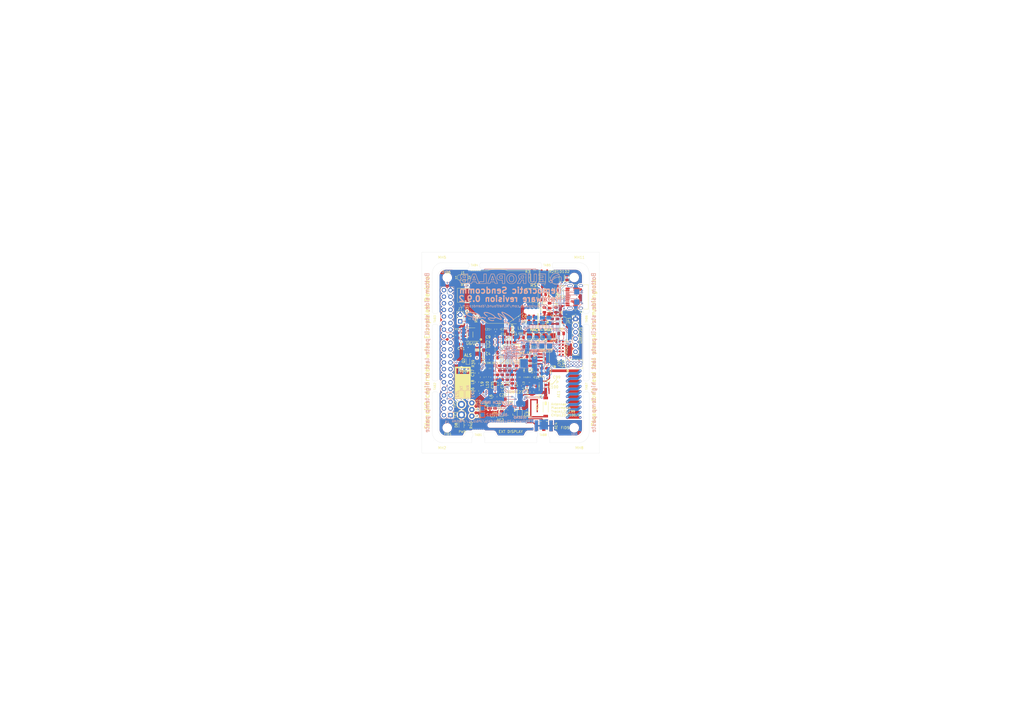
<source format=kicad_pcb>
(kicad_pcb (version 20171130) (host pcbnew 5.1.5+dfsg1-2build2)

  (general
    (thickness 1.6)
    (drawings 190)
    (tracks 1294)
    (zones 0)
    (modules 156)
    (nets 131)
  )

  (page A3)
  (title_block
    (title "Democratic Sendcomm")
    (date 2020-12-26)
    (rev 0.9.2)
    (company "Europalab Devices")
    (comment 1 "Copyright © 2020, Europalab Devices")
    (comment 2 "Fulfilling requirements of 20200210")
    (comment 3 "Pending quality assurance testing")
    (comment 4 "Release revision for manufacturing")
  )

  (layers
    (0 F.Cu signal)
    (1 In1.Cu power)
    (2 In2.Cu power)
    (31 B.Cu signal)
    (34 B.Paste user)
    (35 F.Paste user)
    (36 B.SilkS user)
    (37 F.SilkS user)
    (38 B.Mask user)
    (39 F.Mask user)
    (40 Dwgs.User user)
    (41 Cmts.User user)
    (44 Edge.Cuts user)
    (45 Margin user)
    (46 B.CrtYd user)
    (47 F.CrtYd user)
    (48 B.Fab user)
    (49 F.Fab user)
  )

  (setup
    (last_trace_width 0.09)
    (user_trace_width 0.1016)
    (user_trace_width 0.127)
    (user_trace_width 0.2)
    (user_trace_width 0.4)
    (user_trace_width 1.016)
    (trace_clearance 0.09)
    (zone_clearance 0.508)
    (zone_45_only no)
    (trace_min 0.09)
    (via_size 0.356)
    (via_drill 0.2)
    (via_min_size 0.356)
    (via_min_drill 0.2)
    (user_via 0.45 0.2)
    (user_via 0.6 0.3)
    (uvia_size 0.45)
    (uvia_drill 0.1)
    (uvias_allowed no)
    (uvia_min_size 0.45)
    (uvia_min_drill 0.1)
    (edge_width 0.1)
    (segment_width 0.1)
    (pcb_text_width 0.25)
    (pcb_text_size 1 1)
    (mod_edge_width 0.15)
    (mod_text_size 1 1)
    (mod_text_width 0.15)
    (pad_size 2 2)
    (pad_drill 0)
    (pad_to_mask_clearance 0)
    (aux_axis_origin 0 0)
    (visible_elements 7FFFFFFF)
    (pcbplotparams
      (layerselection 0x313fc_ffffffff)
      (usegerberextensions true)
      (usegerberattributes false)
      (usegerberadvancedattributes false)
      (creategerberjobfile false)
      (excludeedgelayer true)
      (linewidth 0.150000)
      (plotframeref false)
      (viasonmask false)
      (mode 1)
      (useauxorigin false)
      (hpglpennumber 1)
      (hpglpenspeed 20)
      (hpglpendiameter 15.000000)
      (psnegative false)
      (psa4output false)
      (plotreference true)
      (plotvalue true)
      (plotinvisibletext false)
      (padsonsilk false)
      (subtractmaskfromsilk false)
      (outputformat 1)
      (mirror false)
      (drillshape 0)
      (scaleselection 1)
      (outputdirectory "fabsingle"))
  )

  (net 0 "")
  (net 1 GND)
  (net 2 "Net-(AE1-Pad1)")
  (net 3 /Sheet5F53D5B4/RFSWPWR)
  (net 4 "Net-(C8-Pad1)")
  (net 5 /Sheet5F53D5B4/POWAMP)
  (net 6 "Net-(C13-Pad1)")
  (net 7 /Sheet5F53D5B4/HFOUT)
  (net 8 +3V3)
  (net 9 "Net-(C29-Pad1)")
  (net 10 /Sheet5F53D5B4/HPOUT)
  (net 11 /Sheet5F53D5B4/HFIN)
  (net 12 /Sheet5F53D5B4/BANDSEL)
  (net 13 "Net-(BT1-Pad1)")
  (net 14 /Sheet5F53D5B4/USB_BUS)
  (net 15 "Net-(C33-Pad1)")
  (net 16 "Net-(C34-Pad1)")
  (net 17 /Sheet5F53D5B4/CMDRST)
  (net 18 "Net-(D1-Pad2)")
  (net 19 "Net-(D1-Pad1)")
  (net 20 "Net-(D2-Pad1)")
  (net 21 "Net-(D2-Pad2)")
  (net 22 /Sheet5F53D5B4/USB_P)
  (net 23 /Sheet5F53D5B4/USB_N)
  (net 24 /Sheet60040980/ID_SD)
  (net 25 /Sheet60040980/ID_SC)
  (net 26 /Sheet5F53D5B4/SWDCLK)
  (net 27 "Net-(J3-Pad7)")
  (net 28 "Net-(J3-Pad8)")
  (net 29 "Net-(J4-Pad6)")
  (net 30 /Sheet5F53D5B4/CN_VBAT)
  (net 31 /Sheet5F53D5B4/XCEIV)
  (net 32 "Net-(AE5-Pad2)")
  (net 33 "Net-(C1-Pad1)")
  (net 34 "Net-(C7-Pad1)")
  (net 35 "Net-(C14-Pad1)")
  (net 36 "Net-(C17-Pad1)")
  (net 37 "Net-(C18-Pad2)")
  (net 38 "Net-(C19-Pad2)")
  (net 39 "Net-(C23-Pad2)")
  (net 40 "Net-(C23-Pad1)")
  (net 41 "Net-(C24-Pad1)")
  (net 42 "Net-(C24-Pad2)")
  (net 43 "Net-(C29-Pad2)")
  (net 44 "Net-(C33-Pad2)")
  (net 45 "Net-(C35-Pad2)")
  (net 46 "Net-(C40-Pad1)")
  (net 47 "Net-(J2-PadB5)")
  (net 48 "Net-(J2-PadA8)")
  (net 49 "Net-(J2-PadA5)")
  (net 50 "Net-(J2-PadB8)")
  (net 51 "Net-(J3-Pad2)")
  (net 52 "Net-(J3-Pad3)")
  (net 53 "Net-(J3-Pad4)")
  (net 54 "Net-(J3-Pad5)")
  (net 55 "Net-(J3-Pad10)")
  (net 56 "Net-(J3-Pad11)")
  (net 57 "Net-(J3-Pad12)")
  (net 58 "Net-(J3-Pad13)")
  (net 59 "Net-(J3-Pad15)")
  (net 60 "Net-(J3-Pad16)")
  (net 61 "Net-(J3-Pad18)")
  (net 62 "Net-(J3-Pad19)")
  (net 63 "Net-(J3-Pad21)")
  (net 64 "Net-(J3-Pad22)")
  (net 65 "Net-(J3-Pad23)")
  (net 66 "Net-(J3-Pad24)")
  (net 67 "Net-(J3-Pad26)")
  (net 68 "Net-(J3-Pad29)")
  (net 69 "Net-(J3-Pad31)")
  (net 70 "Net-(J3-Pad32)")
  (net 71 "Net-(J3-Pad33)")
  (net 72 "Net-(J3-Pad35)")
  (net 73 "Net-(J3-Pad36)")
  (net 74 "Net-(J3-Pad38)")
  (net 75 "Net-(J3-Pad40)")
  (net 76 "Net-(J4-Pad7)")
  (net 77 "Net-(J4-Pad8)")
  (net 78 "Net-(J5-Pad2)")
  (net 79 "Net-(J5-Pad3)")
  (net 80 "Net-(J5-Pad6)")
  (net 81 "Net-(J6-Pad1)")
  (net 82 "Net-(L1-Pad2)")
  (net 83 "Net-(R3-Pad1)")
  (net 84 "Net-(R4-Pad1)")
  (net 85 "Net-(R4-Pad2)")
  (net 86 "Net-(U2-Pad5)")
  (net 87 "Net-(U3-PadG1)")
  (net 88 "Net-(U3-PadH1)")
  (net 89 "Net-(U3-PadE3)")
  (net 90 "Net-(U3-PadE4)")
  (net 91 "Net-(U3-PadF4)")
  (net 92 "Net-(U3-PadC7)")
  (net 93 "Net-(U3-PadD7)")
  (net 94 "Net-(U3-PadD8)")
  (net 95 "Net-(U5-Pad3)")
  (net 96 "Net-(U5-Pad4)")
  (net 97 "Net-(U8-Pad7)")
  (net 98 "Net-(U8-Pad3)")
  (net 99 "Net-(U8-Pad2)")
  (net 100 "Net-(U8-Pad1)")
  (net 101 "Net-(U9-Pad1)")
  (net 102 "Net-(U9-Pad2)")
  (net 103 "Net-(U9-Pad3)")
  (net 104 "Net-(U9-Pad7)")
  (net 105 /Sheet5F53D5B4/SWDIO)
  (net 106 "Net-(AE2-Pad1)")
  (net 107 "Net-(AE4-Pad1)")
  (net 108 "Net-(AE5-Pad1)")
  (net 109 "Net-(J6-Pad2)")
  (net 110 "Net-(J6-Pad3)")
  (net 111 "Net-(J6-Pad4)")
  (net 112 "Net-(J7-Pad1)")
  (net 113 "Net-(C95-Pad1)")
  (net 114 /TP_SCL)
  (net 115 /TP_SDA)
  (net 116 "Net-(J20-Pad6)")
  (net 117 "Net-(J20-Pad7)")
  (net 118 "Net-(J20-Pad8)")
  (net 119 "Net-(Q2-Pad2)")
  (net 120 EXT_UART_TX)
  (net 121 EXT_UART_RX)
  (net 122 "Net-(D8-Pad2)")
  (net 123 USB_TST)
  (net 124 "Net-(TP13-Pad1)")
  (net 125 "Net-(C94-Pad2)")
  (net 126 "Net-(C96-Pad1)")
  (net 127 /Sheet5F53D5B4/CRY_XIN-RSVD)
  (net 128 /Sheet5F53D5B4/CRY_XOUT-RSVD)
  (net 129 "Net-(C97-Pad1)")
  (net 130 "Net-(C101-Pad1)")

  (net_class Default "This is the default net class."
    (clearance 0.09)
    (trace_width 0.09)
    (via_dia 0.356)
    (via_drill 0.2)
    (uvia_dia 0.45)
    (uvia_drill 0.1)
    (add_net +3V3)
    (add_net /Sheet5F53D5B4/BANDSEL)
    (add_net /Sheet5F53D5B4/CMDRST)
    (add_net /Sheet5F53D5B4/CN_VBAT)
    (add_net /Sheet5F53D5B4/CRY_XIN-RSVD)
    (add_net /Sheet5F53D5B4/CRY_XOUT-RSVD)
    (add_net /Sheet5F53D5B4/HFIN)
    (add_net /Sheet5F53D5B4/HFOUT)
    (add_net /Sheet5F53D5B4/HPOUT)
    (add_net /Sheet5F53D5B4/POWAMP)
    (add_net /Sheet5F53D5B4/RFSWPWR)
    (add_net /Sheet5F53D5B4/SWDCLK)
    (add_net /Sheet5F53D5B4/SWDIO)
    (add_net /Sheet5F53D5B4/USB_BUS)
    (add_net /Sheet5F53D5B4/USB_N)
    (add_net /Sheet5F53D5B4/USB_P)
    (add_net /Sheet5F53D5B4/XCEIV)
    (add_net /Sheet60040980/ID_SC)
    (add_net /Sheet60040980/ID_SD)
    (add_net /TP_SCL)
    (add_net /TP_SDA)
    (add_net EXT_UART_RX)
    (add_net EXT_UART_TX)
    (add_net GND)
    (add_net "Net-(AE1-Pad1)")
    (add_net "Net-(AE2-Pad1)")
    (add_net "Net-(AE4-Pad1)")
    (add_net "Net-(AE5-Pad1)")
    (add_net "Net-(AE5-Pad2)")
    (add_net "Net-(BT1-Pad1)")
    (add_net "Net-(C1-Pad1)")
    (add_net "Net-(C101-Pad1)")
    (add_net "Net-(C13-Pad1)")
    (add_net "Net-(C14-Pad1)")
    (add_net "Net-(C17-Pad1)")
    (add_net "Net-(C18-Pad2)")
    (add_net "Net-(C19-Pad2)")
    (add_net "Net-(C23-Pad1)")
    (add_net "Net-(C23-Pad2)")
    (add_net "Net-(C24-Pad1)")
    (add_net "Net-(C24-Pad2)")
    (add_net "Net-(C29-Pad1)")
    (add_net "Net-(C29-Pad2)")
    (add_net "Net-(C33-Pad1)")
    (add_net "Net-(C33-Pad2)")
    (add_net "Net-(C34-Pad1)")
    (add_net "Net-(C35-Pad2)")
    (add_net "Net-(C40-Pad1)")
    (add_net "Net-(C7-Pad1)")
    (add_net "Net-(C8-Pad1)")
    (add_net "Net-(C94-Pad2)")
    (add_net "Net-(C95-Pad1)")
    (add_net "Net-(C96-Pad1)")
    (add_net "Net-(C97-Pad1)")
    (add_net "Net-(D1-Pad1)")
    (add_net "Net-(D1-Pad2)")
    (add_net "Net-(D2-Pad1)")
    (add_net "Net-(D2-Pad2)")
    (add_net "Net-(D8-Pad2)")
    (add_net "Net-(J2-PadA5)")
    (add_net "Net-(J2-PadA8)")
    (add_net "Net-(J2-PadB5)")
    (add_net "Net-(J2-PadB8)")
    (add_net "Net-(J20-Pad6)")
    (add_net "Net-(J20-Pad7)")
    (add_net "Net-(J20-Pad8)")
    (add_net "Net-(J3-Pad10)")
    (add_net "Net-(J3-Pad11)")
    (add_net "Net-(J3-Pad12)")
    (add_net "Net-(J3-Pad13)")
    (add_net "Net-(J3-Pad15)")
    (add_net "Net-(J3-Pad16)")
    (add_net "Net-(J3-Pad18)")
    (add_net "Net-(J3-Pad19)")
    (add_net "Net-(J3-Pad2)")
    (add_net "Net-(J3-Pad21)")
    (add_net "Net-(J3-Pad22)")
    (add_net "Net-(J3-Pad23)")
    (add_net "Net-(J3-Pad24)")
    (add_net "Net-(J3-Pad26)")
    (add_net "Net-(J3-Pad29)")
    (add_net "Net-(J3-Pad3)")
    (add_net "Net-(J3-Pad31)")
    (add_net "Net-(J3-Pad32)")
    (add_net "Net-(J3-Pad33)")
    (add_net "Net-(J3-Pad35)")
    (add_net "Net-(J3-Pad36)")
    (add_net "Net-(J3-Pad38)")
    (add_net "Net-(J3-Pad4)")
    (add_net "Net-(J3-Pad40)")
    (add_net "Net-(J3-Pad5)")
    (add_net "Net-(J3-Pad7)")
    (add_net "Net-(J3-Pad8)")
    (add_net "Net-(J4-Pad6)")
    (add_net "Net-(J4-Pad7)")
    (add_net "Net-(J4-Pad8)")
    (add_net "Net-(J5-Pad2)")
    (add_net "Net-(J5-Pad3)")
    (add_net "Net-(J5-Pad6)")
    (add_net "Net-(J6-Pad1)")
    (add_net "Net-(J6-Pad2)")
    (add_net "Net-(J6-Pad3)")
    (add_net "Net-(J6-Pad4)")
    (add_net "Net-(J7-Pad1)")
    (add_net "Net-(L1-Pad2)")
    (add_net "Net-(Q2-Pad2)")
    (add_net "Net-(R3-Pad1)")
    (add_net "Net-(R4-Pad1)")
    (add_net "Net-(R4-Pad2)")
    (add_net "Net-(TP13-Pad1)")
    (add_net "Net-(U2-Pad5)")
    (add_net "Net-(U3-PadC7)")
    (add_net "Net-(U3-PadD7)")
    (add_net "Net-(U3-PadD8)")
    (add_net "Net-(U3-PadE3)")
    (add_net "Net-(U3-PadE4)")
    (add_net "Net-(U3-PadF4)")
    (add_net "Net-(U3-PadG1)")
    (add_net "Net-(U3-PadH1)")
    (add_net "Net-(U5-Pad3)")
    (add_net "Net-(U5-Pad4)")
    (add_net "Net-(U8-Pad1)")
    (add_net "Net-(U8-Pad2)")
    (add_net "Net-(U8-Pad3)")
    (add_net "Net-(U8-Pad7)")
    (add_net "Net-(U9-Pad1)")
    (add_net "Net-(U9-Pad2)")
    (add_net "Net-(U9-Pad3)")
    (add_net "Net-(U9-Pad7)")
    (add_net USB_TST)
  )

  (net_class Power ""
    (clearance 0.2)
    (trace_width 0.5)
    (via_dia 1)
    (via_drill 0.7)
    (uvia_dia 0.5)
    (uvia_drill 0.1)
  )

  (module Connector_PinHeader_2.54mm:PinHeader_1x06_P2.54mm_Vertical (layer F.Cu) (tedit 59FED5CC) (tstamp 5FF83409)
    (at 235 135)
    (descr "Through hole straight pin header, 1x06, 2.54mm pitch, single row")
    (tags "Through hole pin header THT 1x06 2.54mm single row")
    (path /60040981/6006812D)
    (fp_text reference J5 (at 2 5 90) (layer F.SilkS)
      (effects (font (size 1 1) (thickness 0.15)) (justify left))
    )
    (fp_text value Conn_01x06_Male (at 4.385 14.97) (layer F.Fab)
      (effects (font (size 1 1) (thickness 0.15)))
    )
    (fp_text user %R (at 2.77 6.35 90) (layer F.Fab)
      (effects (font (size 1 1) (thickness 0.15)))
    )
    (fp_line (start 1.8 -1.8) (end -1.8 -1.8) (layer F.CrtYd) (width 0.05))
    (fp_line (start 1.8 14.5) (end 1.8 -1.8) (layer F.CrtYd) (width 0.05))
    (fp_line (start -1.8 14.5) (end 1.8 14.5) (layer F.CrtYd) (width 0.05))
    (fp_line (start -1.8 -1.8) (end -1.8 14.5) (layer F.CrtYd) (width 0.05))
    (fp_line (start -1.33 -1.33) (end 0 -1.33) (layer F.SilkS) (width 0.12))
    (fp_line (start -1.33 0) (end -1.33 -1.33) (layer F.SilkS) (width 0.12))
    (fp_line (start -1.33 1.27) (end 1.33 1.27) (layer F.SilkS) (width 0.12))
    (fp_line (start 1.33 1.27) (end 1.33 14.03) (layer F.SilkS) (width 0.12))
    (fp_line (start -1.33 1.27) (end -1.33 14.03) (layer F.SilkS) (width 0.12))
    (fp_line (start -1.33 14.03) (end 1.33 14.03) (layer F.SilkS) (width 0.12))
    (fp_line (start -1.27 -0.635) (end -0.635 -1.27) (layer F.Fab) (width 0.1))
    (fp_line (start -1.27 13.97) (end -1.27 -0.635) (layer F.Fab) (width 0.1))
    (fp_line (start 1.27 13.97) (end -1.27 13.97) (layer F.Fab) (width 0.1))
    (fp_line (start 1.27 -1.27) (end 1.27 13.97) (layer F.Fab) (width 0.1))
    (fp_line (start -0.635 -1.27) (end 1.27 -1.27) (layer F.Fab) (width 0.1))
    (pad 6 thru_hole oval (at 0 12.7) (size 1.7 1.7) (drill 1) (layers *.Cu *.Mask)
      (net 80 "Net-(J5-Pad6)"))
    (pad 5 thru_hole oval (at 0 10.16) (size 1.7 1.7) (drill 1) (layers *.Cu *.Mask)
      (net 120 EXT_UART_TX))
    (pad 4 thru_hole oval (at 0 7.62) (size 1.7 1.7) (drill 1) (layers *.Cu *.Mask)
      (net 121 EXT_UART_RX))
    (pad 3 thru_hole oval (at 0 5.08) (size 1.7 1.7) (drill 1) (layers *.Cu *.Mask)
      (net 79 "Net-(J5-Pad3)"))
    (pad 2 thru_hole oval (at 0 2.54) (size 1.7 1.7) (drill 1) (layers *.Cu *.Mask)
      (net 78 "Net-(J5-Pad2)"))
    (pad 1 thru_hole rect (at 0 0) (size 1.7 1.7) (drill 1) (layers *.Cu *.Mask)
      (net 1 GND))
    (model ${KISYS3DMOD}/Connector_PinHeader_2.54mm.3dshapes/PinHeader_1x06_P2.54mm_Vertical.wrl
      (at (xyz 0 0 0))
      (scale (xyz 1 1 1))
      (rotate (xyz 0 0 0))
    )
  )

  (module RF_Antenna:Texas_SWRA416_868MHz_915MHz (layer F.Cu) (tedit 5CF40AFD) (tstamp 5F686F31)
    (at 231 164 270)
    (descr http://www.ti.com/lit/an/swra416/swra416.pdf)
    (tags "PCB antenna")
    (path /5F5C0728/60008187)
    (attr smd)
    (fp_text reference AE1 (at 0 2.5 90) (layer F.SilkS)
      (effects (font (size 1 1) (thickness 0.15)))
    )
    (fp_text value Antenna (at 0.1 -7.6 90) (layer F.Fab)
      (effects (font (size 1 1) (thickness 0.15)))
    )
    (fp_line (start 9.7 2.1) (end 6.2 5.7) (layer Dwgs.User) (width 0.12))
    (fp_line (start 9.7 0.1) (end 4.3 5.7) (layer Dwgs.User) (width 0.12))
    (fp_line (start 9.7 -1.9) (end 2.3 5.7) (layer Dwgs.User) (width 0.12))
    (fp_line (start 9.7 -3.9) (end 0.2 5.7) (layer Dwgs.User) (width 0.12))
    (fp_line (start 9.7 -5.9) (end -1.8 5.7) (layer Dwgs.User) (width 0.12))
    (fp_line (start 8.3 -6.5) (end -3.8 5.7) (layer Dwgs.User) (width 0.12))
    (fp_line (start 6.3 -6.5) (end -5.8 5.7) (layer Dwgs.User) (width 0.12))
    (fp_line (start 4.3 -6.5) (end -7.8 5.7) (layer Dwgs.User) (width 0.12))
    (fp_line (start -9.7 5.5) (end 2.3 -6.5) (layer Dwgs.User) (width 0.12))
    (fp_line (start -9.7 3.5) (end 0.3 -6.5) (layer Dwgs.User) (width 0.12))
    (fp_line (start -9.7 1.5) (end -1.7 -6.5) (layer Dwgs.User) (width 0.12))
    (fp_line (start -9.7 -0.5) (end -3.7 -6.5) (layer Dwgs.User) (width 0.12))
    (fp_line (start -9.7 -2.5) (end -5.7 -6.5) (layer Dwgs.User) (width 0.12))
    (fp_line (start -9.7 -4.5) (end -7.7 -6.5) (layer Dwgs.User) (width 0.12))
    (fp_line (start 9.7 -6.5) (end -9.7 -6.5) (layer Dwgs.User) (width 0.15))
    (fp_line (start 9.7 5.7) (end 9.7 -6.5) (layer Dwgs.User) (width 0.15))
    (fp_line (start -9.7 5.7) (end 9.7 5.7) (layer Dwgs.User) (width 0.15))
    (fp_line (start -9.7 -6.5) (end -9.7 5.7) (layer Dwgs.User) (width 0.15))
    (fp_line (start 7 -5.8) (end 8 -4.8) (layer B.Cu) (width 1))
    (fp_line (start 8 -1.8) (end 9 -0.8) (layer B.Cu) (width 1))
    (fp_line (start 8 -4.8) (end 8 -1.8) (layer B.Cu) (width 1))
    (fp_line (start 9 -5.8) (end 9 -0.8) (layer F.Cu) (width 1))
    (fp_line (start 5 -5.8) (end 6 -4.8) (layer B.Cu) (width 1))
    (fp_line (start 6 -1.8) (end 7 -0.8) (layer B.Cu) (width 1))
    (fp_line (start 6 -4.8) (end 6 -1.8) (layer B.Cu) (width 1))
    (fp_line (start 7 -5.8) (end 7 -0.8) (layer F.Cu) (width 1))
    (fp_line (start 3 -5.8) (end 4 -4.8) (layer B.Cu) (width 1))
    (fp_line (start 4 -1.8) (end 5 -0.8) (layer B.Cu) (width 1))
    (fp_line (start 4 -4.8) (end 4 -1.8) (layer B.Cu) (width 1))
    (fp_line (start 5 -5.8) (end 5 -0.8) (layer F.Cu) (width 1))
    (fp_line (start 1 -5.8) (end 2 -4.8) (layer B.Cu) (width 1))
    (fp_line (start 2 -1.8) (end 3 -0.8) (layer B.Cu) (width 1))
    (fp_line (start 2 -4.8) (end 2 -1.8) (layer B.Cu) (width 1))
    (fp_line (start 3 -5.8) (end 3 -0.8) (layer F.Cu) (width 1))
    (fp_line (start -1 -5.8) (end 0 -4.8) (layer B.Cu) (width 1))
    (fp_line (start 0 -1.8) (end 1 -0.8) (layer B.Cu) (width 1))
    (fp_line (start 0 -4.8) (end 0 -1.8) (layer B.Cu) (width 1))
    (fp_line (start 1 -5.8) (end 1 -0.8) (layer F.Cu) (width 1))
    (fp_line (start -3 -5.8) (end -2 -4.8) (layer B.Cu) (width 1))
    (fp_line (start -2 -1.8) (end -1 -0.8) (layer B.Cu) (width 1))
    (fp_line (start -2 -4.8) (end -2 -1.8) (layer B.Cu) (width 1))
    (fp_line (start -1 -5.8) (end -1 -0.8) (layer F.Cu) (width 1))
    (fp_line (start -4 -4.8) (end -4 -1.8) (layer B.Cu) (width 1))
    (fp_line (start -5 -5.8) (end -4 -4.8) (layer B.Cu) (width 1))
    (fp_line (start -4 -1.8) (end -3 -0.8) (layer B.Cu) (width 1))
    (fp_line (start -3 -5.8) (end -3 -0.8) (layer F.Cu) (width 1))
    (fp_line (start -6 -4.8) (end -6 -1.8) (layer B.Cu) (width 1))
    (fp_line (start -7 -5.8) (end -6 -4.8) (layer B.Cu) (width 1))
    (fp_line (start -6 -1.8) (end -5 -0.8) (layer B.Cu) (width 1))
    (fp_line (start -5 -5.8) (end -5 -0.8) (layer F.Cu) (width 1))
    (fp_line (start -7 -5.8) (end -7 -0.8) (layer F.Cu) (width 1))
    (fp_line (start -9 5.2) (end -9 -5.8) (layer F.Cu) (width 1))
    (fp_line (start -9 -5.8) (end -8 -4.8) (layer B.Cu) (width 1))
    (fp_line (start -8 -4.8) (end -8 -1.8) (layer B.Cu) (width 1))
    (fp_line (start -8 -1.8) (end -7 -0.8) (layer B.Cu) (width 1))
    (fp_line (start 9.7 4.1) (end 8.2 5.7) (layer Dwgs.User) (width 0.12))
    (fp_line (start -9.9 -6.7) (end -9.9 5.9) (layer F.CrtYd) (width 0.05))
    (fp_line (start -9.9 5.9) (end 9.9 5.9) (layer F.CrtYd) (width 0.05))
    (fp_line (start 9.9 5.9) (end 9.9 -6.7) (layer F.CrtYd) (width 0.05))
    (fp_line (start 9.9 -6.7) (end -9.9 -6.7) (layer F.CrtYd) (width 0.05))
    (fp_line (start 9.9 -6.7) (end -9.9 -6.7) (layer B.CrtYd) (width 0.05))
    (fp_line (start 9.9 5.9) (end 9.9 -6.7) (layer B.CrtYd) (width 0.05))
    (fp_line (start -9.9 -6.7) (end -9.9 5.9) (layer B.CrtYd) (width 0.05))
    (fp_line (start -9.9 5.9) (end 9.9 5.9) (layer B.CrtYd) (width 0.05))
    (fp_text user "KEEP-OUT ZONE" (at 1 -2.8 90) (layer Cmts.User)
      (effects (font (size 1 1) (thickness 0.15)))
    )
    (fp_text user "No metal, traces or " (at 1 0.2 90) (layer Cmts.User)
      (effects (font (size 1 1) (thickness 0.15)))
    )
    (fp_text user "any components on" (at 1 2.2 90) (layer Cmts.User)
      (effects (font (size 1 1) (thickness 0.15)))
    )
    (fp_text user " any PCB layer." (at 1 4.2 90) (layer Cmts.User)
      (effects (font (size 1 1) (thickness 0.15)))
    )
    (fp_text user %R (at -0.4 6.6 90) (layer F.Fab)
      (effects (font (size 1 1) (thickness 0.15)))
    )
    (pad "" thru_hole circle (at 9 -0.8 90) (size 1 1) (drill 0.4) (layers *.Cu))
    (pad "" thru_hole circle (at 9 -5.8 90) (size 1 1) (drill 0.4) (layers *.Cu))
    (pad "" thru_hole circle (at 7 -5.8 90) (size 1 1) (drill 0.4) (layers *.Cu))
    (pad "" thru_hole circle (at 7 -0.8 90) (size 1 1) (drill 0.4) (layers *.Cu))
    (pad "" thru_hole circle (at 5 -0.8 90) (size 1 1) (drill 0.4) (layers *.Cu))
    (pad "" thru_hole circle (at 5 -5.8 90) (size 1 1) (drill 0.4) (layers *.Cu))
    (pad "" thru_hole circle (at 3 -0.8 90) (size 1 1) (drill 0.4) (layers *.Cu))
    (pad "" thru_hole circle (at 3 -5.8 90) (size 1 1) (drill 0.4) (layers *.Cu))
    (pad "" thru_hole circle (at 1 -5.8 90) (size 1 1) (drill 0.4) (layers *.Cu))
    (pad "" thru_hole circle (at 1 -0.8 90) (size 1 1) (drill 0.4) (layers *.Cu))
    (pad "" thru_hole circle (at -1 -0.8 90) (size 1 1) (drill 0.4) (layers *.Cu))
    (pad "" thru_hole circle (at -1 -5.8 90) (size 1 1) (drill 0.4) (layers *.Cu))
    (pad "" thru_hole circle (at -3 -5.8 90) (size 1 1) (drill 0.4) (layers *.Cu))
    (pad "" thru_hole circle (at -3 -0.8 90) (size 1 1) (drill 0.4) (layers *.Cu))
    (pad "" thru_hole circle (at -5 -0.8 90) (size 1 1) (drill 0.4) (layers *.Cu))
    (pad "" thru_hole circle (at -5 -5.8 90) (size 1 1) (drill 0.4) (layers *.Cu))
    (pad "" thru_hole circle (at -7 -5.8 90) (size 1 1) (drill 0.4) (layers *.Cu))
    (pad "" thru_hole circle (at -7 -0.8 90) (size 1 1) (drill 0.4) (layers *.Cu))
    (pad "" thru_hole circle (at -9 -5.8 90) (size 1 1) (drill 0.4) (layers *.Cu))
    (pad 1 smd trapezoid (at -9 5.9 90) (size 0.4 0.8) (rect_delta 0 0.3 ) (layers F.Cu)
      (net 2 "Net-(AE1-Pad1)"))
  )

  (module Elabdev:Panel_Mousetab_25mm_Single (layer F.Cu) (tedit 5CD9E502) (tstamp 5FEC726C)
    (at 222.5 179.75 90)
    (path /5CD9EB0D)
    (fp_text reference TAB8 (at 0 0) (layer F.SilkS)
      (effects (font (size 0.8 0.8) (thickness 0.13)))
    )
    (fp_text value Pantab (at -3.25 0 180) (layer F.Fab)
      (effects (font (size 1 1) (thickness 0.15)))
    )
    (fp_line (start 1.25 -2.2) (end 1.25 2.2) (layer F.Fab) (width 0.15))
    (fp_line (start -1.25 -2.2) (end -1.25 2.2) (layer F.Fab) (width 0.15))
    (fp_line (start 2.1 -2.6) (end 2.1 2.6) (layer F.CrtYd) (width 0.15))
    (fp_line (start 2.1 2.6) (end -2.1 2.6) (layer F.CrtYd) (width 0.15))
    (fp_line (start -2.1 2.6) (end -2.1 -2.6) (layer F.CrtYd) (width 0.15))
    (fp_line (start -2.1 -2.6) (end 2.1 -2.6) (layer F.CrtYd) (width 0.15))
    (pad "" np_thru_hole circle (at 1.35 2 90) (size 0.5 0.5) (drill 0.5) (layers *.Cu))
    (pad "" np_thru_hole circle (at 1.35 1.2 90) (size 0.5 0.5) (drill 0.5) (layers *.Cu))
    (pad "" np_thru_hole circle (at 1.35 0.4 90) (size 0.5 0.5) (drill 0.5) (layers *.Cu))
    (pad "" np_thru_hole circle (at 1.35 -0.4 90) (size 0.5 0.5) (drill 0.5) (layers *.Cu))
    (pad "" np_thru_hole circle (at 1.35 -1.2 90) (size 0.5 0.5) (drill 0.5) (layers *.Cu))
    (pad "" np_thru_hole circle (at 1.35 -2 90) (size 0.5 0.5) (drill 0.5) (layers *.Cu))
  )

  (module Capacitor_SMD:C_0805_2012Metric (layer F.Cu) (tedit 5B36C52B) (tstamp 5FEB8111)
    (at 211.5 143.0625 270)
    (descr "Capacitor SMD 0805 (2012 Metric), square (rectangular) end terminal, IPC_7351 nominal, (Body size source: https://docs.google.com/spreadsheets/d/1BsfQQcO9C6DZCsRaXUlFlo91Tg2WpOkGARC1WS5S8t0/edit?usp=sharing), generated with kicad-footprint-generator")
    (tags capacitor)
    (path /5F53D5B5/5F609CF5)
    (attr smd)
    (fp_text reference C19 (at -2.0625 0 180) (layer F.SilkS)
      (effects (font (size 0.7 0.7) (thickness 0.1)))
    )
    (fp_text value 15pF (at 0 1.65 90) (layer F.Fab)
      (effects (font (size 1 1) (thickness 0.15)))
    )
    (fp_line (start -1 0.6) (end -1 -0.6) (layer F.Fab) (width 0.1))
    (fp_line (start -1 -0.6) (end 1 -0.6) (layer F.Fab) (width 0.1))
    (fp_line (start 1 -0.6) (end 1 0.6) (layer F.Fab) (width 0.1))
    (fp_line (start 1 0.6) (end -1 0.6) (layer F.Fab) (width 0.1))
    (fp_line (start -0.258578 -0.71) (end 0.258578 -0.71) (layer F.SilkS) (width 0.12))
    (fp_line (start -0.258578 0.71) (end 0.258578 0.71) (layer F.SilkS) (width 0.12))
    (fp_line (start -1.68 0.95) (end -1.68 -0.95) (layer F.CrtYd) (width 0.05))
    (fp_line (start -1.68 -0.95) (end 1.68 -0.95) (layer F.CrtYd) (width 0.05))
    (fp_line (start 1.68 -0.95) (end 1.68 0.95) (layer F.CrtYd) (width 0.05))
    (fp_line (start 1.68 0.95) (end -1.68 0.95) (layer F.CrtYd) (width 0.05))
    (fp_text user %R (at 0 0 90) (layer F.Fab)
      (effects (font (size 0.5 0.5) (thickness 0.08)))
    )
    (pad 1 smd roundrect (at -0.9375 0 270) (size 0.975 1.4) (layers F.Cu F.Paste F.Mask) (roundrect_rratio 0.25)
      (net 1 GND))
    (pad 2 smd roundrect (at 0.9375 0 270) (size 0.975 1.4) (layers F.Cu F.Paste F.Mask) (roundrect_rratio 0.25)
      (net 38 "Net-(C19-Pad2)"))
    (model ${KISYS3DMOD}/Capacitor_SMD.3dshapes/C_0805_2012Metric.wrl
      (at (xyz 0 0 0))
      (scale (xyz 1 1 1))
      (rotate (xyz 0 0 0))
    )
  )

  (module Elabdev:Meinkuerz_sign_480dpi (layer B.Cu) (tedit 0) (tstamp 5FBE809B)
    (at 202 134 180)
    (fp_text reference G1 (at 0 0) (layer B.SilkS) hide
      (effects (font (size 1.524 1.524) (thickness 0.3)) (justify mirror))
    )
    (fp_text value Meinkuerzel_signature (at 0.75 0) (layer B.SilkS) hide
      (effects (font (size 1.524 1.524) (thickness 0.3)) (justify mirror))
    )
    (fp_poly (pts (xy 7.849084 1.675651) (xy 8.303148 1.632827) (xy 8.685942 1.550363) (xy 8.876057 1.481326)
      (xy 9.07938 1.34976) (xy 9.204465 1.178624) (xy 9.241225 0.986809) (xy 9.210768 0.854557)
      (xy 9.078684 0.643748) (xy 8.864557 0.429964) (xy 8.589687 0.233059) (xy 8.471807 0.165759)
      (xy 8.232808 0.053863) (xy 7.923436 -0.068816) (xy 7.576824 -0.190996) (xy 7.226108 -0.301392)
      (xy 6.904421 -0.388723) (xy 6.731621 -0.426811) (xy 6.398868 -0.490816) (xy 6.556265 -0.586535)
      (xy 6.736632 -0.743549) (xy 6.819572 -0.938245) (xy 6.82625 -1.022915) (xy 6.780462 -1.15416)
      (xy 6.660466 -1.295963) (xy 6.49231 -1.424979) (xy 6.30204 -1.517866) (xy 6.258842 -1.531402)
      (xy 6.0446 -1.569955) (xy 5.805186 -1.581627) (xy 5.582286 -1.566858) (xy 5.417587 -1.526091)
      (xy 5.409578 -1.522402) (xy 5.285381 -1.409276) (xy 5.232727 -1.237525) (xy 5.243042 -1.133742)
      (xy 5.545646 -1.133742) (xy 5.569322 -1.243922) (xy 5.599007 -1.270742) (xy 5.725804 -1.30367)
      (xy 5.911501 -1.301091) (xy 6.117136 -1.267785) (xy 6.303743 -1.20853) (xy 6.368163 -1.176419)
      (xy 6.483421 -1.090411) (xy 6.547775 -1.006994) (xy 6.550669 -0.996984) (xy 6.519163 -0.903747)
      (xy 6.404517 -0.814537) (xy 6.229026 -0.742568) (xy 6.060328 -0.706358) (xy 5.903418 -0.693399)
      (xy 5.806355 -0.717484) (xy 5.726223 -0.79035) (xy 5.718194 -0.79992) (xy 5.596762 -0.979847)
      (xy 5.545646 -1.133742) (xy 5.243042 -1.133742) (xy 5.253531 -1.028227) (xy 5.344918 -0.810631)
      (xy 5.442538 -0.642303) (xy 5.295353 -0.646487) (xy 5.12125 -0.625399) (xy 5.035885 -0.550663)
      (xy 5.027083 -0.501447) (xy 5.075804 -0.410776) (xy 5.222941 -0.351671) (xy 5.469958 -0.32355)
      (xy 5.476875 -0.323261) (xy 5.599677 -0.314345) (xy 5.697993 -0.289875) (xy 5.794712 -0.235966)
      (xy 5.912725 -0.138734) (xy 6.074923 0.015705) (xy 6.138333 0.077935) (xy 6.357426 0.284825)
      (xy 6.520758 0.415811) (xy 6.63982 0.476704) (xy 6.726105 0.473318) (xy 6.791106 0.411464)
      (xy 6.792772 0.408883) (xy 6.813029 0.349999) (xy 6.787897 0.281807) (xy 6.704882 0.184844)
      (xy 6.561666 0.048946) (xy 6.270625 -0.217166) (xy 6.532899 -0.183078) (xy 6.900304 -0.115245)
      (xy 7.289474 -0.008645) (xy 7.678243 0.127507) (xy 8.044445 0.283994) (xy 8.365914 0.451601)
      (xy 8.620483 0.621112) (xy 8.749193 0.738377) (xy 8.856936 0.865956) (xy 8.92727 0.965202)
      (xy 8.942916 1.001728) (xy 8.895983 1.084773) (xy 8.773369 1.176095) (xy 8.602358 1.259484)
      (xy 8.410231 1.318727) (xy 8.408998 1.318992) (xy 8.149682 1.354937) (xy 7.8128 1.371973)
      (xy 7.424917 1.370093) (xy 7.012599 1.349291) (xy 6.686734 1.319437) (xy 6.066773 1.222977)
      (xy 5.517194 1.081213) (xy 5.043989 0.897075) (xy 4.653152 0.673494) (xy 4.350673 0.413401)
      (xy 4.142546 0.119727) (xy 4.114637 0.061443) (xy 4.047094 -0.15251) (xy 4.06025 -0.336634)
      (xy 4.160207 -0.518581) (xy 4.270456 -0.644496) (xy 4.390411 -0.79173) (xy 4.431252 -0.900383)
      (xy 4.427296 -0.922309) (xy 4.357272 -0.99719) (xy 4.242023 -0.977517) (xy 4.082983 -0.863726)
      (xy 4.010682 -0.795217) (xy 3.879838 -0.680755) (xy 3.765594 -0.608691) (xy 3.712637 -0.594925)
      (xy 3.6215 -0.594723) (xy 3.455888 -0.585507) (xy 3.246599 -0.569127) (xy 3.175 -0.562633)
      (xy 2.951086 -0.544014) (xy 2.793821 -0.54282) (xy 2.664643 -0.565021) (xy 2.524987 -0.61659)
      (xy 2.371034 -0.687127) (xy 2.100169 -0.795663) (xy 1.89262 -0.837972) (xy 1.841867 -0.837015)
      (xy 1.72083 -0.812158) (xy 1.663036 -0.745697) (xy 1.637803 -0.635) (xy 1.623821 -0.491701)
      (xy 1.628566 -0.389706) (xy 1.630235 -0.383646) (xy 1.692219 -0.322789) (xy 1.789679 -0.330876)
      (xy 1.885465 -0.399867) (xy 1.916539 -0.445597) (xy 1.984375 -0.573694) (xy 2.371569 -0.384068)
      (xy 2.758764 -0.194442) (xy 3.165319 -0.256321) (xy 3.413597 -0.293214) (xy 3.576071 -0.310583)
      (xy 3.67165 -0.304292) (xy 3.719238 -0.270208) (xy 3.737742 -0.204195) (xy 3.744012 -0.129767)
      (xy 3.817818 0.177969) (xy 3.989413 0.470621) (xy 4.251219 0.74303) (xy 4.595656 0.99004)
      (xy 5.015149 1.206492) (xy 5.502117 1.387229) (xy 6.048984 1.527094) (xy 6.228561 1.561184)
      (xy 6.794861 1.64034) (xy 7.340678 1.678326) (xy 7.849084 1.675651)) (layer B.SilkS) (width 0.01))
    (fp_poly (pts (xy -4.580024 1.756567) (xy -4.544854 1.74305) (xy -4.466016 1.67622) (xy -4.437143 1.580417)
      (xy -4.461964 1.447967) (xy -4.544204 1.271201) (xy -4.68759 1.042447) (xy -4.895848 0.754033)
      (xy -5.172705 0.39829) (xy -5.237349 0.3175) (xy -5.411926 0.098408) (xy -5.577817 -0.112809)
      (xy -5.714811 -0.290245) (xy -5.794689 -0.396875) (xy -5.948296 -0.608542) (xy -5.791961 -0.468507)
      (xy -5.700695 -0.392772) (xy -5.541009 -0.266466) (xy -5.329307 -0.10231) (xy -5.081994 0.086977)
      (xy -4.815472 0.288675) (xy -4.815417 0.288716) (xy -4.345432 0.631252) (xy -3.946225 0.897872)
      (xy -3.615767 1.089474) (xy -3.352032 1.206955) (xy -3.152989 1.251211) (xy -3.016612 1.223138)
      (xy -2.940872 1.123633) (xy -2.939055 1.118116) (xy -2.92791 1.023519) (xy -2.955738 0.908417)
      (xy -3.029742 0.759005) (xy -3.157121 0.561475) (xy -3.345079 0.302021) (xy -3.409058 0.217037)
      (xy -3.654587 -0.113597) (xy -3.860834 -0.404313) (xy -4.022275 -0.646491) (xy -4.133388 -0.831509)
      (xy -4.188652 -0.950744) (xy -4.185335 -0.994958) (xy -4.120655 -0.981486) (xy -3.976478 -0.932768)
      (xy -3.770527 -0.855371) (xy -3.520529 -0.755864) (xy -3.349225 -0.685128) (xy -3.06462 -0.570045)
      (xy -2.797019 -0.469163) (xy -2.569108 -0.390505) (xy -2.403576 -0.342097) (xy -2.349431 -0.331513)
      (xy -2.183877 -0.291941) (xy -2.07811 -0.206425) (xy -2.041672 -0.151915) (xy -1.850086 0.096101)
      (xy -1.567603 0.354844) (xy -1.207453 0.616123) (xy -0.78287 0.87175) (xy -0.307084 1.113536)
      (xy 0.206672 1.333293) (xy 0.574448 1.467145) (xy 0.853452 1.556991) (xy 1.074831 1.61415)
      (xy 1.278935 1.645957) (xy 1.506112 1.659747) (xy 1.647661 1.662241) (xy 1.89537 1.661355)
      (xy 2.061526 1.650821) (xy 2.170245 1.626908) (xy 2.245641 1.585888) (xy 2.269431 1.566069)
      (xy 2.364656 1.413892) (xy 2.378536 1.21834) (xy 2.31231 1.002224) (xy 2.231511 0.867835)
      (xy 2.055394 0.653788) (xy 1.846452 0.444397) (xy 1.622129 0.252501) (xy 1.399873 0.090942)
      (xy 1.19713 -0.02744) (xy 1.031346 -0.089804) (xy 0.931657 -0.088852) (xy 0.853749 -0.025156)
      (xy 0.874571 0.06423) (xy 0.991583 0.174246) (xy 1.09802 0.242886) (xy 1.314624 0.387246)
      (xy 1.527802 0.560014) (xy 1.72429 0.746283) (xy 1.890825 0.931146) (xy 2.014146 1.099697)
      (xy 2.080988 1.237027) (xy 2.078088 1.32823) (xy 2.071165 1.336667) (xy 1.954541 1.387475)
      (xy 1.756832 1.400928) (xy 1.494763 1.380087) (xy 1.185063 1.328013) (xy 0.844457 1.247766)
      (xy 0.489674 1.142406) (xy 0.137439 1.014995) (xy -0.00172 0.957368) (xy -0.385109 0.777304)
      (xy -0.74297 0.581237) (xy -1.065571 0.377182) (xy -1.343179 0.173152) (xy -1.566062 -0.022838)
      (xy -1.724487 -0.202776) (xy -1.808722 -0.358647) (xy -1.809035 -0.482438) (xy -1.789329 -0.514562)
      (xy -1.69188 -0.558953) (xy -1.49842 -0.578536) (xy -1.2158 -0.573404) (xy -0.850872 -0.543648)
      (xy -0.464887 -0.496867) (xy -0.056607 -0.452123) (xy 0.260382 -0.442712) (xy 0.494773 -0.469264)
      (xy 0.655256 -0.532408) (xy 0.714552 -0.58228) (xy 0.776217 -0.725165) (xy 0.746162 -0.908878)
      (xy 0.632079 -1.115352) (xy 0.45893 -1.290216) (xy 0.2117 -1.450188) (xy -0.085638 -1.588107)
      (xy -0.409112 -1.696809) (xy -0.734748 -1.769134) (xy -1.038572 -1.797919) (xy -1.296612 -1.776003)
      (xy -1.42875 -1.731015) (xy -1.546706 -1.617759) (xy -1.577815 -1.519827) (xy -1.560687 -1.389395)
      (xy -1.486335 -1.336349) (xy -1.378138 -1.369493) (xy -1.317893 -1.421952) (xy -1.19986 -1.505637)
      (xy -1.092449 -1.534584) (xy -0.859949 -1.513387) (xy -0.579373 -1.457345) (xy -0.297878 -1.377776)
      (xy -0.068589 -1.288836) (xy 0.116249 -1.181832) (xy 0.284174 -1.050661) (xy 0.411262 -0.917533)
      (xy 0.473586 -0.804658) (xy 0.47625 -0.783054) (xy 0.425256 -0.757675) (xy 0.277287 -0.748743)
      (xy 0.039858 -0.755912) (xy -0.279513 -0.778835) (xy -0.673311 -0.817167) (xy -0.956033 -0.849048)
      (xy -1.308534 -0.882196) (xy -1.57585 -0.8857) (xy -1.774982 -0.85746) (xy -1.922933 -0.795374)
      (xy -2.017888 -0.717835) (xy -2.096716 -0.653738) (xy -2.190635 -0.62131) (xy -2.313833 -0.623423)
      (xy -2.480498 -0.662945) (xy -2.704818 -0.742748) (xy -3.00098 -0.865702) (xy -3.216817 -0.960383)
      (xy -3.585839 -1.11854) (xy -3.874386 -1.227749) (xy -4.094462 -1.290524) (xy -4.258069 -1.309381)
      (xy -4.377212 -1.286836) (xy -4.463891 -1.225404) (xy -4.466704 -1.222337) (xy -4.518051 -1.14061)
      (xy -4.530831 -1.040781) (xy -4.500098 -0.912213) (xy -4.420902 -0.744269) (xy -4.288295 -0.526313)
      (xy -4.097327 -0.247708) (xy -3.863138 0.07498) (xy -3.679345 0.325213) (xy -3.519393 0.545064)
      (xy -3.393108 0.720859) (xy -3.310313 0.838921) (xy -3.280834 0.885525) (xy -3.323557 0.888476)
      (xy -3.399896 0.869711) (xy -3.542096 0.805036) (xy -3.750284 0.678102) (xy -4.027571 0.486762)
      (xy -4.377062 0.228867) (xy -4.801868 -0.097732) (xy -4.81991 -0.111817) (xy -5.187034 -0.396401)
      (xy -5.482932 -0.620081) (xy -5.717862 -0.789492) (xy -5.902078 -0.911266) (xy -6.045837 -0.99204)
      (xy -6.159396 -1.038447) (xy -6.25301 -1.057121) (xy -6.283148 -1.058333) (xy -6.40378 -1.045849)
      (xy -6.450441 -0.994435) (xy -6.455563 -0.939271) (xy -6.445942 -0.865735) (xy -6.412644 -0.776476)
      (xy -6.348546 -0.66103) (xy -6.24652 -0.508935) (xy -6.099443 -0.309727) (xy -5.90019 -0.052942)
      (xy -5.641635 0.271882) (xy -5.570553 0.360397) (xy -5.363566 0.620769) (xy -5.174974 0.863504)
      (xy -5.016826 1.072659) (xy -4.901172 1.23229) (xy -4.84006 1.326453) (xy -4.839117 1.328251)
      (xy -4.786636 1.436383) (xy -4.790145 1.473528) (xy -4.856494 1.462433) (xy -4.877731 1.456477)
      (xy -4.973599 1.420322) (xy -5.140081 1.348706) (xy -5.352621 1.252468) (xy -5.55625 1.156974)
      (xy -6.094525 0.881508) (xy -6.644499 0.565345) (xy -7.182748 0.223911) (xy -7.685848 -0.12737)
      (xy -8.130378 -0.473072) (xy -8.424687 -0.732038) (xy -8.650145 -0.95487) (xy -8.800069 -1.131002)
      (xy -8.884377 -1.276175) (xy -8.912984 -1.406131) (xy -8.905425 -1.495188) (xy -8.906488 -1.61853)
      (xy -8.964006 -1.672137) (xy -9.075823 -1.672519) (xy -9.156792 -1.593028) (xy -9.200558 -1.456755)
      (xy -9.200763 -1.286789) (xy -9.151052 -1.106218) (xy -9.131299 -1.06447) (xy -9.024915 -0.913844)
      (xy -8.843627 -0.718433) (xy -8.601654 -0.490528) (xy -8.313213 -0.242422) (xy -7.992524 0.013592)
      (xy -7.653804 0.265222) (xy -7.3545 0.471681) (xy -6.896098 0.764541) (xy -6.449337 1.028776)
      (xy -6.024338 1.259805) (xy -5.631223 1.453048) (xy -5.280112 1.603926) (xy -4.981128 1.707858)
      (xy -4.744392 1.760265) (xy -4.580024 1.756567)) (layer B.SilkS) (width 0.01))
  )

  (module Elabdev:Panel_Mousetab_25mm_Single (layer F.Cu) (tedit 5CD9E59A) (tstamp 5FBE7343)
    (at 224 114.25 270)
    (path /5CD5C3A7)
    (fp_text reference TAB5 (at 0 0 180) (layer F.SilkS)
      (effects (font (size 0.8 0.8) (thickness 0.13)))
    )
    (fp_text value Pantab (at 0 -3.5 270) (layer F.Fab)
      (effects (font (size 1 1) (thickness 0.15)))
    )
    (fp_line (start -2.1 -2.6) (end 2.1 -2.6) (layer F.CrtYd) (width 0.15))
    (fp_line (start -2.1 2.6) (end -2.1 -2.6) (layer F.CrtYd) (width 0.15))
    (fp_line (start 2.1 2.6) (end -2.1 2.6) (layer F.CrtYd) (width 0.15))
    (fp_line (start 2.1 -2.6) (end 2.1 2.6) (layer F.CrtYd) (width 0.15))
    (fp_line (start -1.25 -2.2) (end -1.25 2.2) (layer F.Fab) (width 0.15))
    (fp_line (start 1.25 -2.2) (end 1.25 2.2) (layer F.Fab) (width 0.15))
    (pad "" np_thru_hole circle (at 1.35 -2 270) (size 0.5 0.5) (drill 0.5) (layers *.Cu))
    (pad "" np_thru_hole circle (at 1.35 -1.2 270) (size 0.5 0.5) (drill 0.5) (layers *.Cu))
    (pad "" np_thru_hole circle (at 1.35 -0.4 270) (size 0.5 0.5) (drill 0.5) (layers *.Cu))
    (pad "" np_thru_hole circle (at 1.35 0.4 270) (size 0.5 0.5) (drill 0.5) (layers *.Cu))
    (pad "" np_thru_hole circle (at 1.35 1.2 270) (size 0.5 0.5) (drill 0.5) (layers *.Cu))
    (pad "" np_thru_hole circle (at 1.35 2 270) (size 0.5 0.5) (drill 0.5) (layers *.Cu))
  )

  (module Elabdev:Elablogoslk-Gfx (layer B.Cu) (tedit 0) (tstamp 5FBDF7AF)
    (at 210 119.5 180)
    (fp_text reference G** (at 0 0) (layer B.SilkS) hide
      (effects (font (size 1.524 1.524) (thickness 0.3)) (justify mirror))
    )
    (fp_text value Elablogoslk (at 0.75 0) (layer B.SilkS) hide
      (effects (font (size 1.524 1.524) (thickness 0.3)) (justify mirror))
    )
    (fp_poly (pts (xy -15.405836 -0.675184) (xy -15.287483 -0.702055) (xy -15.188143 -0.754619) (xy -15.108772 -0.827765)
      (xy -15.050327 -0.916382) (xy -15.013763 -1.015359) (xy -15.000037 -1.119584) (xy -15.010104 -1.223945)
      (xy -15.04492 -1.323332) (xy -15.105441 -1.412633) (xy -15.192623 -1.486737) (xy -15.24833 -1.517344)
      (xy -15.356716 -1.550357) (xy -15.476625 -1.557984) (xy -15.592872 -1.539403) (xy -15.602283 -1.53653)
      (xy -15.678123 -1.497127) (xy -15.752493 -1.432517) (xy -15.815972 -1.352895) (xy -15.859141 -1.268459)
      (xy -15.864155 -1.2531) (xy -15.88425 -1.176683) (xy -15.891257 -1.117668) (xy -15.885212 -1.059627)
      (xy -15.866149 -0.986134) (xy -15.864727 -0.981328) (xy -15.815988 -0.8777) (xy -15.739972 -0.790432)
      (xy -15.643773 -0.72426) (xy -15.534487 -0.683915) (xy -15.419207 -0.674131) (xy -15.405836 -0.675184)) (layer B.Mask) (width 0.01))
    (fp_poly (pts (xy 17.476107 1.827609) (xy 17.687258 1.825899) (xy 17.865618 1.824237) (xy 18.014678 1.822477)
      (xy 18.137934 1.82047) (xy 18.238879 1.818068) (xy 18.321005 1.815122) (xy 18.387806 1.811484)
      (xy 18.442776 1.807007) (xy 18.489407 1.801541) (xy 18.531194 1.794939) (xy 18.57163 1.787052)
      (xy 18.6055 1.779685) (xy 18.771822 1.733432) (xy 18.923911 1.673315) (xy 19.054677 1.602656)
      (xy 19.157033 1.524776) (xy 19.164226 1.5179) (xy 19.246251 1.417951) (xy 19.315464 1.294688)
      (xy 19.365371 1.16053) (xy 19.377923 1.109275) (xy 19.39052 1.010407) (xy 19.393203 0.893754)
      (xy 19.386762 0.771789) (xy 19.371983 0.656983) (xy 19.349655 0.561808) (xy 19.341939 0.539811)
      (xy 19.283862 0.430962) (xy 19.19941 0.326298) (xy 19.097976 0.236127) (xy 19.019624 0.185927)
      (xy 18.914298 0.12941) (xy 18.968542 0.109123) (xy 19.093064 0.054672) (xy 19.194891 -0.009335)
      (xy 19.285933 -0.089714) (xy 19.390804 -0.214403) (xy 19.467199 -0.350129) (xy 19.516977 -0.501894)
      (xy 19.541997 -0.674698) (xy 19.545898 -0.789214) (xy 19.53245 -0.987132) (xy 19.491752 -1.163006)
      (xy 19.423278 -1.317328) (xy 19.326496 -1.450588) (xy 19.200879 -1.563277) (xy 19.045898 -1.655885)
      (xy 18.861023 -1.728905) (xy 18.645726 -1.782826) (xy 18.442214 -1.81358) (xy 18.390712 -1.817354)
      (xy 18.307346 -1.820878) (xy 18.196536 -1.82407) (xy 18.062704 -1.826851) (xy 17.910272 -1.829142)
      (xy 17.743659 -1.830864) (xy 17.567287 -1.831936) (xy 17.403536 -1.83228) (xy 16.528143 -1.832429)
      (xy 16.528143 -1.197429) (xy 17.471571 -1.197429) (xy 17.812474 -1.197429) (xy 17.960507 -1.19621)
      (xy 18.077011 -1.192363) (xy 18.166668 -1.185602) (xy 18.234157 -1.175639) (xy 18.257984 -1.170182)
      (xy 18.384709 -1.1231) (xy 18.482481 -1.054854) (xy 18.552639 -0.964254) (xy 18.589417 -0.8761)
      (xy 18.611394 -0.756961) (xy 18.608994 -0.636283) (xy 18.583832 -0.523232) (xy 18.537525 -0.426977)
      (xy 18.502598 -0.383459) (xy 18.44707 -0.333771) (xy 18.385424 -0.294593) (xy 18.312843 -0.264829)
      (xy 18.22451 -0.243381) (xy 18.115607 -0.229153) (xy 17.981316 -0.221046) (xy 17.816821 -0.217964)
      (xy 17.775464 -0.217851) (xy 17.471571 -0.217714) (xy 17.471571 -1.197429) (xy 16.528143 -1.197429)
      (xy 16.528143 1.197428) (xy 17.471571 1.197428) (xy 17.471571 0.417286) (xy 17.804933 0.417286)
      (xy 17.937918 0.418126) (xy 18.040036 0.420891) (xy 18.116671 0.425945) (xy 18.173209 0.433651)
      (xy 18.215035 0.444376) (xy 18.217426 0.445205) (xy 18.319056 0.498467) (xy 18.395331 0.575146)
      (xy 18.444205 0.67085) (xy 18.463631 0.781188) (xy 18.451564 0.901769) (xy 18.443884 0.931299)
      (xy 18.396902 1.030842) (xy 18.322562 1.110813) (xy 18.227195 1.165118) (xy 18.18819 1.177399)
      (xy 18.143627 1.184049) (xy 18.070672 1.189765) (xy 17.977218 1.19415) (xy 17.871155 1.196808)
      (xy 17.790109 1.197428) (xy 17.471571 1.197428) (xy 16.528143 1.197428) (xy 16.528143 1.835008)
      (xy 17.476107 1.827609)) (layer B.Mask) (width 0.01))
    (fp_poly (pts (xy 14.119941 1.828149) (xy 14.684369 1.823357) (xy 15.359475 0) (xy 16.034582 -1.823357)
      (xy 15.571079 -1.828205) (xy 15.445094 -1.82918) (xy 15.331429 -1.829406) (xy 15.235013 -1.828925)
      (xy 15.160777 -1.827781) (xy 15.11365 -1.826018) (xy 15.098562 -1.824039) (xy 15.090052 -1.80483)
      (xy 15.071782 -1.756797) (xy 15.045759 -1.68544) (xy 15.013987 -1.59626) (xy 14.978473 -1.494759)
      (xy 14.977731 -1.49262) (xy 14.865914 -1.170214) (xy 14.120645 -1.165479) (xy 13.375375 -1.160744)
      (xy 13.306737 -1.355979) (xy 13.272699 -1.452448) (xy 13.236904 -1.553325) (xy 13.204622 -1.643779)
      (xy 13.188986 -1.687286) (xy 13.139873 -1.823357) (xy 12.664678 -1.828197) (xy 12.53823 -1.828961)
      (xy 12.425118 -1.828639) (xy 12.329969 -1.827326) (xy 12.257408 -1.825117) (xy 12.212064 -1.822108)
      (xy 12.19843 -1.818559) (xy 12.205849 -1.799875) (xy 12.225002 -1.749455) (xy 12.255032 -1.669593)
      (xy 12.295087 -1.562586) (xy 12.34431 -1.430729) (xy 12.401847 -1.276318) (xy 12.466842 -1.101648)
      (xy 12.538441 -0.909015) (xy 12.615789 -0.700714) (xy 12.69803 -0.479041) (xy 12.702348 -0.467391)
      (xy 13.614056 -0.467391) (xy 13.61958 -0.47467) (xy 13.636172 -0.480187) (xy 13.66764 -0.484184)
      (xy 13.717795 -0.486904) (xy 13.790447 -0.488587) (xy 13.889405 -0.489478) (xy 14.01848 -0.489817)
      (xy 14.115143 -0.489857) (xy 14.270607 -0.489531) (xy 14.392961 -0.488457) (xy 14.485375 -0.486493)
      (xy 14.551022 -0.483496) (xy 14.59307 -0.479323) (xy 14.614692 -0.473831) (xy 14.619171 -0.467179)
      (xy 14.611769 -0.445613) (xy 14.593892 -0.393441) (xy 14.566814 -0.314385) (xy 14.53181 -0.212168)
      (xy 14.490155 -0.090515) (xy 14.443125 0.046852) (xy 14.391994 0.196209) (xy 14.367839 0.266773)
      (xy 14.315439 0.418794) (xy 14.266379 0.559098) (xy 14.221933 0.684192) (xy 14.183374 0.790582)
      (xy 14.151976 0.874778) (xy 14.129011 0.933285) (xy 14.115754 0.96261) (xy 14.11319 0.965273)
      (xy 14.105039 0.945854) (xy 14.08648 0.895813) (xy 14.058824 0.818867) (xy 14.023386 0.718735)
      (xy 13.981478 0.599134) (xy 13.934414 0.463783) (xy 13.883507 0.316398) (xy 13.865167 0.263071)
      (xy 13.813057 0.111504) (xy 13.764295 -0.030104) (xy 13.720215 -0.157901) (xy 13.682146 -0.268036)
      (xy 13.651421 -0.356659) (xy 13.629372 -0.419918) (xy 13.617329 -0.453964) (xy 13.615787 -0.458107)
      (xy 13.614056 -0.467391) (xy 12.702348 -0.467391) (xy 12.784311 -0.246291) (xy 12.842155 -0.090148)
      (xy 12.931409 0.150825) (xy 13.017702 0.38378) (xy 13.100126 0.606258) (xy 13.177768 0.815802)
      (xy 13.249717 1.009954) (xy 13.315063 1.186256) (xy 13.372895 1.34225) (xy 13.422301 1.47548)
      (xy 13.462371 1.583486) (xy 13.492193 1.663811) (xy 13.510857 1.713998) (xy 13.516223 1.728364)
      (xy 13.555513 1.832942) (xy 14.119941 1.828149)) (layer B.Mask) (width 0.01))
    (fp_poly (pts (xy 10.359571 -1.124857) (xy 12.028714 -1.124857) (xy 12.028714 -1.832429) (xy 9.416143 -1.832429)
      (xy 9.416143 1.832429) (xy 10.359571 1.832429) (xy 10.359571 -1.124857)) (layer B.Mask) (width 0.01))
    (fp_poly (pts (xy 8.199353 0.127) (xy 8.288425 -0.113439) (xy 8.374711 -0.34635) (xy 8.457277 -0.569212)
      (xy 8.535188 -0.7795) (xy 8.607508 -0.974691) (xy 8.673302 -1.152261) (xy 8.731636 -1.309687)
      (xy 8.781574 -1.444447) (xy 8.822182 -1.554015) (xy 8.852524 -1.63587) (xy 8.871666 -1.687486)
      (xy 8.876754 -1.701194) (xy 8.925739 -1.83303) (xy 8.45225 -1.828194) (xy 7.97876 -1.823357)
      (xy 7.866169 -1.496786) (xy 7.753577 -1.170214) (xy 6.263113 -1.160744) (xy 6.215979 -1.292479)
      (xy 6.18957 -1.366538) (xy 6.156119 -1.460694) (xy 6.120643 -1.560816) (xy 6.098384 -1.623786)
      (xy 6.027922 -1.823357) (xy 5.555303 -1.828192) (xy 5.082684 -1.833026) (xy 5.109 -1.764692)
      (xy 5.118841 -1.738485) (xy 5.140399 -1.680606) (xy 5.172801 -1.59341) (xy 5.215173 -1.479255)
      (xy 5.26664 -1.3405) (xy 5.32633 -1.1795) (xy 5.393368 -0.998613) (xy 5.46688 -0.800198)
      (xy 5.545992 -0.586611) (xy 5.590624 -0.466084) (xy 6.500383 -0.466084) (xy 6.503747 -0.473226)
      (xy 6.522197 -0.478851) (xy 6.559117 -0.48312) (xy 6.617891 -0.486194) (xy 6.701902 -0.488231)
      (xy 6.814535 -0.489393) (xy 6.959172 -0.489839) (xy 7.003143 -0.489857) (xy 7.158575 -0.489532)
      (xy 7.280898 -0.488459) (xy 7.373282 -0.486498) (xy 7.438898 -0.483504) (xy 7.480918 -0.479336)
      (xy 7.502511 -0.47385) (xy 7.506956 -0.467179) (xy 7.499509 -0.445611) (xy 7.481591 -0.393437)
      (xy 7.454479 -0.31438) (xy 7.419449 -0.212163) (xy 7.377777 -0.090513) (xy 7.33074 0.046847)
      (xy 7.279613 0.196192) (xy 7.255551 0.266494) (xy 7.203171 0.418497) (xy 7.154136 0.558793)
      (xy 7.109719 0.683886) (xy 7.071192 0.790281) (xy 7.039829 0.874483) (xy 7.016902 0.932996)
      (xy 7.003686 0.962326) (xy 7.001147 0.964994) (xy 6.993017 0.945656) (xy 6.974441 0.89568)
      (xy 6.946726 0.818758) (xy 6.911178 0.718582) (xy 6.869105 0.598844) (xy 6.821814 0.463236)
      (xy 6.770613 0.31545) (xy 6.749793 0.255094) (xy 6.697385 0.103053) (xy 6.648476 -0.038716)
      (xy 6.604368 -0.166446) (xy 6.566363 -0.276369) (xy 6.535764 -0.364717) (xy 6.513876 -0.427723)
      (xy 6.502 -0.461619) (xy 6.500383 -0.466084) (xy 5.590624 -0.466084) (xy 5.629831 -0.36021)
      (xy 5.717523 -0.123352) (xy 5.786688 0.0635) (xy 6.438059 1.823357) (xy 7.570937 1.823357)
      (xy 8.199353 0.127)) (layer B.Mask) (width 0.01))
    (fp_poly (pts (xy 3.261178 1.827277) (xy 3.480979 1.825468) (xy 3.667644 1.823588) (xy 3.824324 1.821528)
      (xy 3.954168 1.819181) (xy 4.060326 1.81644) (xy 4.145949 1.813196) (xy 4.214186 1.809344)
      (xy 4.268189 1.804775) (xy 4.311106 1.799382) (xy 4.346087 1.793058) (xy 4.360384 1.789806)
      (xy 4.57993 1.722356) (xy 4.770202 1.633466) (xy 4.931207 1.523128) (xy 5.062949 1.391336)
      (xy 5.165434 1.238084) (xy 5.238668 1.063365) (xy 5.282655 0.867172) (xy 5.297401 0.6495)
      (xy 5.297399 0.645705) (xy 5.288217 0.449129) (xy 5.259944 0.278882) (xy 5.210498 0.129241)
      (xy 5.137794 -0.005519) (xy 5.039749 -0.131121) (xy 4.999026 -0.174012) (xy 4.895224 -0.267312)
      (xy 4.781879 -0.345945) (xy 4.655594 -0.410816) (xy 4.512975 -0.462831) (xy 4.350626 -0.502892)
      (xy 4.165152 -0.531906) (xy 3.953157 -0.550777) (xy 3.711246 -0.56041) (xy 3.542393 -0.562141)
      (xy 3.229428 -0.562429) (xy 3.229428 -1.832429) (xy 2.286 -1.832429) (xy 2.286 1.161143)
      (xy 3.229428 1.161143) (xy 3.229428 0.124325) (xy 3.596821 0.130257) (xy 3.723136 0.132565)
      (xy 3.819164 0.135281) (xy 3.890902 0.139038) (xy 3.944349 0.144469) (xy 3.985502 0.152208)
      (xy 4.020359 0.16289) (xy 4.054919 0.177147) (xy 4.059313 0.17912) (xy 4.169998 0.247064)
      (xy 4.252769 0.337754) (xy 4.306977 0.449997) (xy 4.331976 0.582598) (xy 4.332071 0.68209)
      (xy 4.311044 0.815987) (xy 4.265746 0.924961) (xy 4.194448 1.012525) (xy 4.152688 1.046406)
      (xy 4.091383 1.0851) (xy 4.025279 1.114474) (xy 3.948479 1.135638) (xy 3.855086 1.149702)
      (xy 3.739205 1.157776) (xy 3.594939 1.16097) (xy 3.543117 1.161143) (xy 3.229428 1.161143)
      (xy 2.286 1.161143) (xy 2.286 1.834702) (xy 3.261178 1.827277)) (layer B.Mask) (width 0.01))
    (fp_poly (pts (xy -5.021036 1.832322) (xy -4.790545 1.831953) (xy -4.592718 1.830742) (xy -4.423936 1.828439)
      (xy -4.280582 1.824796) (xy -4.15904 1.819563) (xy -4.05569 1.812491) (xy -3.966916 1.80333)
      (xy -3.8891 1.791831) (xy -3.818625 1.777744) (xy -3.751873 1.760821) (xy -3.685226 1.740812)
      (xy -3.683 1.7401) (xy -3.505143 1.668202) (xy -3.35675 1.57546) (xy -3.237033 1.461065)
      (xy -3.145204 1.32421) (xy -3.080473 1.164086) (xy -3.065095 1.106714) (xy -3.052126 1.024859)
      (xy -3.044784 0.920167) (xy -3.043076 0.805447) (xy -3.04701 0.693506) (xy -3.056593 0.597152)
      (xy -3.064765 0.553367) (xy -3.122067 0.387982) (xy -3.210124 0.241735) (xy -3.328674 0.114934)
      (xy -3.477456 0.007885) (xy -3.57383 -0.043297) (xy -3.737708 -0.121173) (xy -3.668326 -0.14196)
      (xy -3.581385 -0.180968) (xy -3.486689 -0.24535) (xy -3.393008 -0.328178) (xy -3.309114 -0.42252)
      (xy -3.302741 -0.430815) (xy -3.267184 -0.483895) (xy -3.217707 -0.567269) (xy -3.155723 -0.678343)
      (xy -3.082645 -0.814521) (xy -2.999885 -0.973211) (xy -2.908856 -1.151818) (xy -2.893023 -1.183254)
      (xy -2.82288 -1.322987) (xy -2.758127 -1.452445) (xy -2.700522 -1.56808) (xy -2.651821 -1.666341)
      (xy -2.613784 -1.743682) (xy -2.588166 -1.796552) (xy -2.576727 -1.821403) (xy -2.576286 -1.822789)
      (xy -2.593653 -1.825316) (xy -2.642652 -1.827593) (xy -2.718631 -1.829528) (xy -2.816936 -1.831032)
      (xy -2.932915 -1.832014) (xy -3.061914 -1.832384) (xy -3.070679 -1.832385) (xy -3.565072 -1.832341)
      (xy -3.841286 -1.280998) (xy -3.935266 -1.094993) (xy -4.016708 -0.93913) (xy -4.088439 -0.810677)
      (xy -4.153287 -0.706904) (xy -4.214078 -0.625078) (xy -4.27364 -0.562471) (xy -4.334799 -0.51635)
      (xy -4.400382 -0.483984) (xy -4.473218 -0.462643) (xy -4.556132 -0.449597) (xy -4.651953 -0.442113)
      (xy -4.712607 -0.439322) (xy -4.934857 -0.43053) (xy -4.934857 -1.832429) (xy -5.878286 -1.832429)
      (xy -5.878286 0.194859) (xy -4.934857 0.194859) (xy -4.640036 0.20436) (xy -4.485926 0.211499)
      (xy -4.366408 0.22194) (xy -4.279926 0.23584) (xy -4.249825 0.243746) (xy -4.144318 0.293932)
      (xy -4.063726 0.369853) (xy -4.008771 0.470198) (xy -3.980174 0.593659) (xy -3.978435 0.736049)
      (xy -3.99804 0.857385) (xy -4.035625 0.958384) (xy -4.088688 1.032538) (xy -4.094482 1.037986)
      (xy -4.130735 1.063292) (xy -4.185257 1.093514) (xy -4.218877 1.109665) (xy -4.256325 1.124906)
      (xy -4.295556 1.136159) (xy -4.3433 1.144228) (xy -4.406282 1.149916) (xy -4.491232 1.154025)
      (xy -4.604875 1.15736) (xy -4.621893 1.157773) (xy -4.934857 1.165259) (xy -4.934857 0.194859)
      (xy -5.878286 0.194859) (xy -5.878286 1.832429) (xy -5.021036 1.832322)) (layer B.Mask) (width 0.01))
    (fp_poly (pts (xy -10.867571 1.124857) (xy -12.482286 1.124857) (xy -12.482286 0.435429) (xy -10.976429 0.435429)
      (xy -10.976429 -0.272143) (xy -12.482286 -0.272143) (xy -12.482286 -1.124857) (xy -10.813143 -1.124857)
      (xy -10.813143 -1.832429) (xy -13.425714 -1.832429) (xy -13.425714 1.832429) (xy -10.867571 1.832429)
      (xy -10.867571 1.124857)) (layer B.Mask) (width 0.01))
    (fp_poly (pts (xy -0.228978 1.89448) (xy -0.078724 1.888371) (xy 0.055719 1.876762) (xy 0.151065 1.86234)
      (xy 0.390616 1.801445) (xy 0.605048 1.717288) (xy 0.798897 1.607509) (xy 0.976703 1.469751)
      (xy 1.061357 1.38929) (xy 1.213795 1.212223) (xy 1.337717 1.01768) (xy 1.433707 0.804035)
      (xy 1.502349 0.569664) (xy 1.544225 0.31294) (xy 1.559919 0.032239) (xy 1.560072 0)
      (xy 1.5472 -0.283492) (xy 1.5082 -0.542822) (xy 1.442499 -0.779588) (xy 1.349522 -0.99539)
      (xy 1.228695 -1.191828) (xy 1.079444 -1.370501) (xy 1.061357 -1.389048) (xy 0.896512 -1.53709)
      (xy 0.720815 -1.65755) (xy 0.53061 -1.751843) (xy 0.322238 -1.821386) (xy 0.092042 -1.867598)
      (xy -0.163636 -1.891894) (xy -0.244929 -1.895095) (xy -0.344247 -1.897272) (xy -0.433738 -1.898118)
      (xy -0.505666 -1.897644) (xy -0.552295 -1.895858) (xy -0.562429 -1.894726) (xy -0.602523 -1.888187)
      (xy -0.665462 -1.878473) (xy -0.738175 -1.867598) (xy -0.743857 -1.866762) (xy -0.987164 -1.813977)
      (xy -1.214974 -1.730312) (xy -1.424808 -1.617574) (xy -1.614186 -1.477568) (xy -1.78063 -1.3121)
      (xy -1.92166 -1.122975) (xy -2.025001 -0.933616) (xy -2.105385 -0.721719) (xy -2.162321 -0.489395)
      (xy -2.195876 -0.243481) (xy -2.205744 0) (xy -1.222288 0) (xy -1.221796 -0.128993)
      (xy -1.219948 -0.228802) (xy -1.216185 -0.306517) (xy -1.20995 -0.369231) (xy -1.200684 -0.424036)
      (xy -1.187828 -0.478023) (xy -1.183354 -0.494518) (xy -1.114887 -0.688703) (xy -1.025572 -0.853973)
      (xy -0.916566 -0.989615) (xy -0.789032 -1.09492) (xy -0.644127 -1.169176) (xy -0.483013 -1.211671)
      (xy -0.306849 -1.221694) (xy -0.116795 -1.198534) (xy -0.057367 -1.18504) (xy 0.084118 -1.131346)
      (xy 0.213032 -1.045953) (xy 0.326853 -0.932026) (xy 0.423063 -0.79273) (xy 0.499138 -0.631233)
      (xy 0.55256 -0.450698) (xy 0.56112 -0.408214) (xy 0.584828 -0.229692) (xy 0.593933 -0.038244)
      (xy 0.588859 0.15539) (xy 0.57003 0.340473) (xy 0.537873 0.506266) (xy 0.522796 0.560199)
      (xy 0.450801 0.743853) (xy 0.357363 0.898533) (xy 0.243303 1.023688) (xy 0.109438 1.118771)
      (xy -0.043412 1.183232) (xy -0.214428 1.216521) (xy -0.402793 1.218089) (xy -0.451366 1.213587)
      (xy -0.615554 1.178187) (xy -0.763149 1.110952) (xy -0.893253 1.012766) (xy -1.004968 0.884509)
      (xy -1.097397 0.727063) (xy -1.169644 0.541309) (xy -1.183354 0.494518) (xy -1.197354 0.439443)
      (xy -1.207603 0.385605) (xy -1.214658 0.325911) (xy -1.21908 0.25327) (xy -1.221425 0.160591)
      (xy -1.222252 0.04078) (xy -1.222288 0) (xy -2.205744 0) (xy -2.206117 0.009184)
      (xy -2.193113 0.261761) (xy -2.156929 0.507413) (xy -2.097634 0.739303) (xy -2.015294 0.95059)
      (xy -2.006273 0.969348) (xy -1.884663 1.178429) (xy -1.737221 1.362156) (xy -1.564379 1.520214)
      (xy -1.366569 1.652289) (xy -1.144222 1.758066) (xy -0.897769 1.837229) (xy -0.781432 1.863623)
      (xy -0.671269 1.87966) (xy -0.535583 1.890138) (xy -0.384709 1.895074) (xy -0.228978 1.89448)) (layer B.Mask) (width 0.01))
    (fp_poly (pts (xy -6.826317 0.53975) (xy -6.827566 0.291846) (xy -6.828746 0.077441) (xy -6.829948 -0.106249)
      (xy -6.831263 -0.262012) (xy -6.83278 -0.392631) (xy -6.834591 -0.500893) (xy -6.836785 -0.589584)
      (xy -6.839454 -0.661489) (xy -6.842688 -0.719394) (xy -6.846576 -0.766085) (xy -6.85121 -0.804347)
      (xy -6.856681 -0.836965) (xy -6.863077 -0.866726) (xy -6.870491 -0.896416) (xy -6.8733 -0.907143)
      (xy -6.945951 -1.121606) (xy -7.044066 -1.310445) (xy -7.167245 -1.473259) (xy -7.315092 -1.609643)
      (xy -7.487208 -1.719196) (xy -7.683195 -1.801513) (xy -7.78606 -1.831342) (xy -7.99491 -1.872121)
      (xy -8.223254 -1.895786) (xy -8.458202 -1.901599) (xy -8.686866 -1.888819) (xy -8.721534 -1.885054)
      (xy -8.963638 -1.84308) (xy -9.179163 -1.776508) (xy -9.368393 -1.685132) (xy -9.531612 -1.568747)
      (xy -9.669105 -1.427148) (xy -9.781154 -1.260129) (xy -9.868045 -1.067486) (xy -9.873312 -1.052694)
      (xy -9.89064 -1.002703) (xy -9.90567 -0.956653) (xy -9.918583 -0.911642) (xy -9.929558 -0.86477)
      (xy -9.938774 -0.813136) (xy -9.94641 -0.75384) (xy -9.952646 -0.68398) (xy -9.957661 -0.600657)
      (xy -9.961634 -0.500969) (xy -9.964745 -0.382017) (xy -9.967173 -0.240898) (xy -9.969097 -0.074714)
      (xy -9.970696 0.119438) (xy -9.972151 0.344458) (xy -9.973434 0.566964) (xy -9.980598 1.832428)
      (xy -9.50787 1.832428) (xy -9.035143 1.832429) (xy -9.035006 0.639536) (xy -9.034686 0.395346)
      (xy -9.033808 0.170485) (xy -9.032401 -0.032809) (xy -9.030499 -0.2123) (xy -9.028133 -0.365749)
      (xy -9.025336 -0.490919) (xy -9.022138 -0.585571) (xy -9.018573 -0.647469) (xy -9.01636 -0.667414)
      (xy -8.977519 -0.830688) (xy -8.918726 -0.963883) (xy -8.839697 -1.067414) (xy -8.740148 -1.141696)
      (xy -8.670648 -1.172329) (xy -8.573978 -1.195565) (xy -8.459225 -1.207176) (xy -8.338386 -1.207365)
      (xy -8.223459 -1.196337) (xy -8.126439 -1.174296) (xy -8.095567 -1.162546) (xy -7.993559 -1.101899)
      (xy -7.911492 -1.018493) (xy -7.848023 -0.909845) (xy -7.801809 -0.773475) (xy -7.771504 -0.606899)
      (xy -7.765546 -0.553072) (xy -7.762345 -0.501945) (xy -7.759316 -0.41837) (xy -7.756513 -0.306182)
      (xy -7.75399 -0.169219) (xy -7.7518 -0.011318) (xy -7.749999 0.163684) (xy -7.748639 0.351952)
      (xy -7.747776 0.549647) (xy -7.747468 0.73025) (xy -7.747 1.832429) (xy -6.819926 1.832429)
      (xy -6.826317 0.53975)) (layer B.Mask) (width 0.01))
    (fp_poly (pts (xy -17.270857 2.058311) (xy -17.102743 2.039596) (xy -16.954974 2.011439) (xy -16.938388 2.007237)
      (xy -16.682976 1.922338) (xy -16.444847 1.807365) (xy -16.225908 1.664916) (xy -16.028068 1.497588)
      (xy -15.853234 1.30798) (xy -15.703315 1.098689) (xy -15.580218 0.872311) (xy -15.48585 0.631446)
      (xy -15.422121 0.37869) (xy -15.390938 0.116641) (xy -15.390801 -0.099786) (xy -15.397211 -0.193957)
      (xy -15.406041 -0.286438) (xy -15.415923 -0.364098) (xy -15.4221 -0.39964) (xy -15.442959 -0.499923)
      (xy -15.566749 -0.492929) (xy -15.69629 -0.496243) (xy -15.806108 -0.524692) (xy -15.905682 -0.581873)
      (xy -15.985309 -0.651692) (xy -16.069093 -0.751088) (xy -16.120703 -0.853346) (xy -16.143679 -0.967732)
      (xy -16.144231 -1.067409) (xy -16.120321 -1.203444) (xy -16.066076 -1.323863) (xy -16.008031 -1.399469)
      (xy -15.962886 -1.447295) (xy -16.094134 -1.560257) (xy -16.310437 -1.72361) (xy -16.545788 -1.859063)
      (xy -16.794158 -1.963425) (xy -16.940397 -2.008082) (xy -17.019918 -2.027472) (xy -17.094181 -2.041279)
      (xy -17.17315 -2.05063) (xy -17.266789 -2.056652) (xy -17.385063 -2.060472) (xy -17.408072 -2.060978)
      (xy -17.582144 -2.061629) (xy -17.721649 -2.055588) (xy -17.826043 -2.042881) (xy -17.828434 -2.042434)
      (xy -18.09035 -1.975071) (xy -18.339379 -1.875706) (xy -18.57251 -1.74658) (xy -18.786736 -1.589936)
      (xy -18.979046 -1.408016) (xy -19.14643 -1.203063) (xy -19.285879 -0.977319) (xy -19.303382 -0.943429)
      (xy -19.40388 -0.716746) (xy -19.473153 -0.493719) (xy -19.513584 -0.264321) (xy -19.527555 -0.018526)
      (xy -19.527603 0) (xy -19.523937 0.15642) (xy -19.511711 0.292381) (xy -19.488713 0.423151)
      (xy -19.452732 0.563998) (xy -19.439294 0.609771) (xy -19.395104 0.7569) (xy -19.299659 0.768363)
      (xy -19.217327 0.774864) (xy -19.109125 0.778584) (xy -18.985357 0.77962) (xy -18.856324 0.778069)
      (xy -18.73233 0.774028) (xy -18.623675 0.767594) (xy -18.559667 0.761405) (xy -18.346158 0.726115)
      (xy -18.114459 0.671283) (xy -17.874767 0.599973) (xy -17.637277 0.515246) (xy -17.412186 0.420167)
      (xy -17.391389 0.410506) (xy -17.192189 0.309102) (xy -16.979233 0.186332) (xy -16.762202 0.04853)
      (xy -16.550777 -0.09797) (xy -16.354639 -0.246832) (xy -16.234754 -0.346335) (xy -16.182789 -0.389353)
      (xy -16.140243 -0.420967) (xy -16.115285 -0.435171) (xy -16.113595 -0.435429) (xy -16.098753 -0.418839)
      (xy -16.08788 -0.374973) (xy -16.081591 -0.312682) (xy -16.080498 -0.240821) (xy -16.085215 -0.168243)
      (xy -16.09198 -0.123374) (xy -16.144244 0.049757) (xy -16.231957 0.220297) (xy -16.354341 0.387676)
      (xy -16.510616 0.551322) (xy -16.700002 0.710665) (xy -16.92172 0.865135) (xy -17.17499 1.014159)
      (xy -17.459033 1.157168) (xy -17.773069 1.293591) (xy -18.116318 1.422856) (xy -18.278929 1.47815)
      (xy -18.388878 1.514177) (xy -18.490967 1.547257) (xy -18.578701 1.575313) (xy -18.645583 1.596269)
      (xy -18.68512 1.608052) (xy -18.687143 1.608599) (xy -18.750643 1.625466) (xy -18.659929 1.691696)
      (xy -18.496644 1.795397) (xy -18.30896 1.88838) (xy -18.108236 1.966085) (xy -17.905832 2.023954)
      (xy -17.765054 2.050834) (xy -17.615233 2.064627) (xy -17.446094 2.066887) (xy -17.270857 2.058311)) (layer B.Mask) (width 0.01))
    (fp_poly (pts (xy 17.917836 1.28629) (xy 18.054785 1.279804) (xy 18.165087 1.267294) (xy 18.253486 1.247368)
      (xy 18.324731 1.218633) (xy 18.383566 1.179699) (xy 18.434739 1.129175) (xy 18.476528 1.07498)
      (xy 18.504025 1.031532) (xy 18.521261 0.989192) (xy 18.531376 0.93622) (xy 18.537511 0.86088)
      (xy 18.538464 0.84349) (xy 18.537958 0.720191) (xy 18.520204 0.622334) (xy 18.482677 0.542196)
      (xy 18.422848 0.472055) (xy 18.414344 0.464209) (xy 18.370632 0.426221) (xy 18.330198 0.396654)
      (xy 18.287703 0.374358) (xy 18.237806 0.358182) (xy 18.175166 0.346978) (xy 18.094443 0.339595)
      (xy 17.990296 0.334883) (xy 17.857385 0.331693) (xy 17.793607 0.330563) (xy 17.380857 0.323601)
      (xy 17.380857 0.729383) (xy 17.56512 0.729383) (xy 17.565212 0.64451) (xy 17.566495 0.578701)
      (xy 17.568875 0.538977) (xy 17.570281 0.531476) (xy 17.592055 0.520343) (xy 17.642672 0.512548)
      (xy 17.714852 0.507986) (xy 17.801316 0.506549) (xy 17.894785 0.50813) (xy 17.98798 0.512623)
      (xy 18.073622 0.519919) (xy 18.14443 0.529914) (xy 18.187794 0.540544) (xy 18.272117 0.582877)
      (xy 18.327185 0.643869) (xy 18.355424 0.727116) (xy 18.360543 0.796433) (xy 18.348404 0.904009)
      (xy 18.311217 0.986622) (xy 18.247726 1.046703) (xy 18.2245 1.060112) (xy 18.193142 1.074475)
      (xy 18.159093 1.084668) (xy 18.115636 1.091387) (xy 18.056053 1.095326) (xy 17.973626 1.097179)
      (xy 17.861643 1.097643) (xy 17.571357 1.097643) (xy 17.566315 0.826297) (xy 17.56512 0.729383)
      (xy 17.380857 0.729383) (xy 17.380857 1.288143) (xy 17.749493 1.288143) (xy 17.917836 1.28629)) (layer B.SilkS) (width 0.01))
    (fp_poly (pts (xy 17.68475 -0.127322) (xy 17.877097 -0.129458) (xy 18.03749 -0.136052) (xy 18.170089 -0.14805)
      (xy 18.279056 -0.166399) (xy 18.36855 -0.192045) (xy 18.442734 -0.225937) (xy 18.505768 -0.269019)
      (xy 18.561812 -0.322239) (xy 18.567122 -0.328076) (xy 18.630512 -0.413985) (xy 18.670957 -0.50888)
      (xy 18.691232 -0.621399) (xy 18.694842 -0.725714) (xy 18.677935 -0.871409) (xy 18.630791 -0.9974)
      (xy 18.554075 -1.102703) (xy 18.448456 -1.186334) (xy 18.350027 -1.234497) (xy 18.313242 -1.247952)
      (xy 18.276743 -1.258357) (xy 18.235037 -1.266222) (xy 18.182629 -1.272051) (xy 18.114025 -1.276354)
      (xy 18.023731 -1.279637) (xy 17.906251 -1.282407) (xy 17.81175 -1.284191) (xy 17.380857 -1.291917)
      (xy 17.380857 -0.704548) (xy 17.562286 -0.704548) (xy 17.562912 -0.818333) (xy 17.564662 -0.919775)
      (xy 17.56734 -1.003282) (xy 17.570755 -1.063261) (xy 17.57471 -1.09412) (xy 17.575893 -1.096785)
      (xy 17.599123 -1.10204) (xy 17.651483 -1.104745) (xy 17.725926 -1.10518) (xy 17.815407 -1.103622)
      (xy 17.912878 -1.100348) (xy 18.011294 -1.095636) (xy 18.103609 -1.089763) (xy 18.182776 -1.083008)
      (xy 18.24175 -1.075649) (xy 18.269857 -1.069441) (xy 18.372131 -1.019227) (xy 18.445362 -0.949066)
      (xy 18.490921 -0.856888) (xy 18.510181 -0.740622) (xy 18.51105 -0.705457) (xy 18.497542 -0.583062)
      (xy 18.456802 -0.484556) (xy 18.388504 -0.409483) (xy 18.292323 -0.357388) (xy 18.253848 -0.345005)
      (xy 18.213991 -0.338923) (xy 18.14545 -0.333689) (xy 18.055824 -0.329671) (xy 17.952712 -0.327237)
      (xy 17.87525 -0.326673) (xy 17.562286 -0.326572) (xy 17.562286 -0.704548) (xy 17.380857 -0.704548)
      (xy 17.380857 -0.127) (xy 17.68475 -0.127322)) (layer B.SilkS) (width 0.01))
    (fp_poly (pts (xy 14.121277 1.222939) (xy 14.139569 1.177499) (xy 14.167285 1.103946) (xy 14.203299 1.005403)
      (xy 14.246485 0.884992) (xy 14.29572 0.745835) (xy 14.349877 0.591055) (xy 14.407831 0.423773)
      (xy 14.432643 0.351674) (xy 14.491932 0.179065) (xy 14.547704 0.016714) (xy 14.598838 -0.132122)
      (xy 14.644217 -0.264186) (xy 14.68272 -0.376222) (xy 14.713228 -0.464971) (xy 14.734623 -0.527178)
      (xy 14.745784 -0.559586) (xy 14.747119 -0.563436) (xy 14.731103 -0.568092) (xy 14.681055 -0.572105)
      (xy 14.599223 -0.575414) (xy 14.487856 -0.577957) (xy 14.349204 -0.579674) (xy 14.185514 -0.580502)
      (xy 14.117417 -0.580571) (xy 13.481668 -0.580571) (xy 13.550179 -0.382995) (xy 13.752286 -0.382995)
      (xy 13.769527 -0.387914) (xy 13.817649 -0.392225) (xy 13.891247 -0.39569) (xy 13.984918 -0.398066)
      (xy 14.093258 -0.399114) (xy 14.115143 -0.399143) (xy 14.245154 -0.398608) (xy 14.342499 -0.396854)
      (xy 14.410781 -0.393655) (xy 14.453605 -0.388786) (xy 14.474576 -0.382022) (xy 14.478196 -0.376464)
      (xy 14.472592 -0.350253) (xy 14.456769 -0.296749) (xy 14.432498 -0.220971) (xy 14.401551 -0.127939)
      (xy 14.365696 -0.022673) (xy 14.326704 0.089808) (xy 14.286347 0.204483) (xy 14.246393 0.316334)
      (xy 14.208614 0.42034) (xy 14.174779 0.511481) (xy 14.14666 0.584739) (xy 14.126026 0.635093)
      (xy 14.114648 0.657524) (xy 14.11333 0.658087) (xy 14.104503 0.638312) (xy 14.085886 0.589371)
      (xy 14.059288 0.516479) (xy 14.02652 0.424854) (xy 13.989388 0.31971) (xy 13.949703 0.206264)
      (xy 13.909273 0.089732) (xy 13.869907 -0.02467) (xy 13.833414 -0.131725) (xy 13.801604 -0.226219)
      (xy 13.776283 -0.302935) (xy 13.759263 -0.356657) (xy 13.752351 -0.382169) (xy 13.752286 -0.382995)
      (xy 13.550179 -0.382995) (xy 13.596483 -0.249464) (xy 13.632184 -0.146279) (xy 13.676964 -0.016496)
      (xy 13.72816 0.132149) (xy 13.78311 0.29192) (xy 13.839153 0.455081) (xy 13.893627 0.613895)
      (xy 13.907075 0.653143) (xy 13.954158 0.790045) (xy 13.997809 0.915927) (xy 14.036575 1.026684)
      (xy 14.069005 1.118214) (xy 14.09365 1.186412) (xy 14.109057 1.227174) (xy 14.113533 1.237145)
      (xy 14.121277 1.222939)) (layer B.SilkS) (width 0.01))
    (fp_poly (pts (xy 7.009104 1.222935) (xy 7.027411 1.177482) (xy 7.055126 1.103908) (xy 7.091127 1.005334)
      (xy 7.134289 0.884879) (xy 7.183489 0.745666) (xy 7.237604 0.590814) (xy 7.29551 0.423444)
      (xy 7.320643 0.350304) (xy 7.379884 0.177599) (xy 7.435614 0.015195) (xy 7.486717 -0.133657)
      (xy 7.532076 -0.265709) (xy 7.570575 -0.377713) (xy 7.601097 -0.46642) (xy 7.622526 -0.528581)
      (xy 7.633746 -0.560946) (xy 7.635119 -0.564806) (xy 7.619103 -0.568506) (xy 7.570757 -0.571889)
      (xy 7.494034 -0.574854) (xy 7.392888 -0.577303) (xy 7.271274 -0.579136) (xy 7.133146 -0.580256)
      (xy 7.005309 -0.580571) (xy 6.369451 -0.580571) (xy 6.437761 -0.382739) (xy 6.640286 -0.382739)
      (xy 6.657585 -0.387871) (xy 6.706114 -0.392305) (xy 6.780819 -0.395812) (xy 6.876647 -0.398163)
      (xy 6.988546 -0.399131) (xy 7.003143 -0.399143) (xy 7.133127 -0.398609) (xy 7.230445 -0.396857)
      (xy 7.298702 -0.393662) (xy 7.341504 -0.388798) (xy 7.362457 -0.38204) (xy 7.366067 -0.376464)
      (xy 7.360381 -0.350266) (xy 7.344441 -0.296776) (xy 7.320027 -0.221016) (xy 7.288918 -0.128009)
      (xy 7.252894 -0.022775) (xy 7.213731 0.089663) (xy 7.173211 0.204285) (xy 7.133111 0.316067)
      (xy 7.09521 0.419989) (xy 7.061287 0.511028) (xy 7.033121 0.584164) (xy 7.012492 0.634373)
      (xy 7.001177 0.656636) (xy 6.999915 0.657173) (xy 6.991125 0.637536) (xy 6.972575 0.588723)
      (xy 6.94607 0.515949) (xy 6.913413 0.424431) (xy 6.876408 0.319386) (xy 6.83686 0.206031)
      (xy 6.796572 0.089582) (xy 6.757349 -0.024744) (xy 6.720994 -0.13173) (xy 6.689313 -0.22616)
      (xy 6.664108 -0.302817) (xy 6.647184 -0.356485) (xy 6.640345 -0.381947) (xy 6.640286 -0.382739)
      (xy 6.437761 -0.382739) (xy 6.515103 -0.15875) (xy 6.56389 -0.017316) (xy 6.620546 0.147163)
      (xy 6.681187 0.3234) (xy 6.741931 0.500109) (xy 6.798896 0.666004) (xy 6.825601 0.743857)
      (xy 6.868787 0.869149) (xy 6.908519 0.98316) (xy 6.943194 1.081393) (xy 6.971211 1.159348)
      (xy 6.990966 1.212526) (xy 7.000856 1.236427) (xy 7.001331 1.237146) (xy 7.009104 1.222935)) (layer B.SilkS) (width 0.01))
    (fp_poly (pts (xy 3.469821 1.25172) (xy 3.639453 1.249943) (xy 3.777717 1.244388) (xy 3.889387 1.234487)
      (xy 3.97924 1.219671) (xy 4.05205 1.199373) (xy 4.107012 1.175919) (xy 4.20351 1.119377)
      (xy 4.274558 1.057688) (xy 4.330625 0.980547) (xy 4.358698 0.928143) (xy 4.386927 0.867671)
      (xy 4.404373 0.817864) (xy 4.413558 0.766132) (xy 4.417003 0.699888) (xy 4.417343 0.635381)
      (xy 4.415033 0.54058) (xy 4.40758 0.470903) (xy 4.393344 0.415356) (xy 4.379391 0.381)
      (xy 4.30689 0.260497) (xy 4.21178 0.167276) (xy 4.160013 0.132901) (xy 4.101562 0.102304)
      (xy 4.03976 0.07869) (xy 3.969016 0.061238) (xy 3.883741 0.049123) (xy 3.778344 0.041522)
      (xy 3.647235 0.037612) (xy 3.506107 0.036569) (xy 3.138714 0.036286) (xy 3.138714 0.217714)
      (xy 3.319474 0.217714) (xy 3.588658 0.217714) (xy 3.724055 0.219535) (xy 3.828565 0.225268)
      (xy 3.907418 0.235318) (xy 3.952931 0.245952) (xy 4.064296 0.295777) (xy 4.149888 0.369752)
      (xy 4.207908 0.464789) (xy 4.236555 0.577799) (xy 4.23403 0.705695) (xy 4.231259 0.7236)
      (xy 4.196708 0.839804) (xy 4.13642 0.930844) (xy 4.049545 0.997964) (xy 4.040041 1.003057)
      (xy 3.966856 1.029431) (xy 3.864473 1.049521) (xy 3.739561 1.062525) (xy 3.598793 1.067643)
      (xy 3.510643 1.066628) (xy 3.329214 1.061357) (xy 3.324344 0.639536) (xy 3.319474 0.217714)
      (xy 3.138714 0.217714) (xy 3.138714 1.251857) (xy 3.469821 1.25172)) (layer B.SilkS) (width 0.01))
    (fp_poly (pts (xy -4.748893 1.25172) (xy -4.559352 1.248116) (xy -4.401825 1.236609) (xy -4.272639 1.215848)
      (xy -4.168118 1.184484) (xy -4.08459 1.141166) (xy -4.018379 1.084545) (xy -3.965811 1.013271)
      (xy -3.934517 0.9525) (xy -3.912616 0.894379) (xy -3.899826 0.832542) (xy -3.894092 0.754357)
      (xy -3.893196 0.6985) (xy -3.901781 0.551017) (xy -3.929914 0.430791) (xy -3.97935 0.33346)
      (xy -4.051842 0.254657) (xy -4.080489 0.23243) (xy -4.134998 0.197795) (xy -4.193639 0.171348)
      (xy -4.262099 0.152095) (xy -4.346064 0.139043) (xy -4.451222 0.131199) (xy -4.583258 0.12757)
      (xy -4.68415 0.127) (xy -5.025572 0.127) (xy -5.025572 0.308429) (xy -4.844879 0.308429)
      (xy -4.611947 0.308429) (xy -4.463964 0.311908) (xy -4.351524 0.32235) (xy -4.286369 0.335941)
      (xy -4.200675 0.373113) (xy -4.138882 0.428683) (xy -4.098966 0.506327) (xy -4.078909 0.609718)
      (xy -4.075915 0.718603) (xy -4.09141 0.834003) (xy -4.132387 0.923963) (xy -4.199746 0.989733)
      (xy -4.294387 1.03256) (xy -4.303907 1.035233) (xy -4.350131 1.04304) (xy -4.422652 1.049937)
      (xy -4.511483 1.055172) (xy -4.605431 1.057973) (xy -4.835072 1.061357) (xy -4.839975 0.684893)
      (xy -4.844879 0.308429) (xy -5.025572 0.308429) (xy -5.025572 1.251857) (xy -4.748893 1.25172)) (layer B.SilkS) (width 0.01))
    (fp_poly (pts (xy -0.142398 1.293463) (xy 0.024867 1.254036) (xy 0.172149 1.186568) (xy 0.302524 1.089623)
      (xy 0.41907 0.961765) (xy 0.426631 0.951832) (xy 0.519148 0.804754) (xy 0.58968 0.63735)
      (xy 0.63892 0.446978) (xy 0.667562 0.230994) (xy 0.676323 0) (xy 0.673196 -0.168269)
      (xy 0.662767 -0.310503) (xy 0.643462 -0.436496) (xy 0.613709 -0.556043) (xy 0.571936 -0.67894)
      (xy 0.563982 -0.699699) (xy 0.481161 -0.86925) (xy 0.375 -1.014254) (xy 0.247987 -1.13247)
      (xy 0.102613 -1.221656) (xy -0.058636 -1.279569) (xy -0.087072 -1.286064) (xy -0.181882 -1.299098)
      (xy -0.295056 -1.304288) (xy -0.412669 -1.301865) (xy -0.520799 -1.29206) (xy -0.596816 -1.277574)
      (xy -0.758614 -1.215966) (xy -0.902124 -1.123795) (xy -1.026333 -1.002409) (xy -1.13023 -0.853154)
      (xy -1.212801 -0.677376) (xy -1.273035 -0.476423) (xy -1.297973 -0.344714) (xy -1.317523 -0.157129)
      (xy -1.321776 0.03894) (xy -1.319088 0.089237) (xy -1.138305 0.089237) (xy -1.137369 -0.126739)
      (xy -1.114624 -0.332425) (xy -1.070915 -0.522167) (xy -1.007084 -0.690309) (xy -0.952748 -0.789214)
      (xy -0.856844 -0.910573) (xy -0.740847 -1.00905) (xy -0.611589 -1.079515) (xy -0.53096 -1.106099)
      (xy -0.446071 -1.118252) (xy -0.339824 -1.120426) (xy -0.225476 -1.113529) (xy -0.116285 -1.098471)
      (xy -0.025507 -1.07616) (xy -0.009205 -1.070323) (xy 0.108861 -1.006051) (xy 0.216671 -0.910803)
      (xy 0.310638 -0.789269) (xy 0.387179 -0.646139) (xy 0.442709 -0.486103) (xy 0.445453 -0.475435)
      (xy 0.469064 -0.352468) (xy 0.485322 -0.206355) (xy 0.493409 -0.049644) (xy 0.492509 0.105118)
      (xy 0.48822 0.180613) (xy 0.461955 0.388456) (xy 0.416876 0.567864) (xy 0.351698 0.72217)
      (xy 0.265138 0.85471) (xy 0.200713 0.926871) (xy 0.117737 1.001173) (xy 0.034832 1.054148)
      (xy -0.056426 1.088811) (xy -0.16446 1.108173) (xy -0.297696 1.115247) (xy -0.326571 1.115451)
      (xy -0.420698 1.114782) (xy -0.488437 1.111445) (xy -0.539668 1.103929) (xy -0.584269 1.090725)
      (xy -0.63212 1.070321) (xy -0.637177 1.067961) (xy -0.775729 0.984032) (xy -0.891719 0.872529)
      (xy -0.985388 0.733071) (xy -1.05698 0.565273) (xy -1.106737 0.368752) (xy -1.11659 0.309848)
      (xy -1.138305 0.089237) (xy -1.319088 0.089237) (xy -1.311373 0.233595) (xy -1.286953 0.416943)
      (xy -1.249159 0.579086) (xy -1.2354 0.621852) (xy -1.154666 0.810239) (xy -1.053645 0.96897)
      (xy -0.932844 1.097662) (xy -0.792773 1.195926) (xy -0.633939 1.263379) (xy -0.456853 1.299633)
      (xy -0.332724 1.306286) (xy -0.142398 1.293463)) (layer B.SilkS) (width 0.01))
    (fp_poly (pts (xy 17.376321 1.936112) (xy 17.575843 1.93377) (xy 17.763562 1.930852) (xy 17.935943 1.927453)
      (xy 18.089453 1.923672) (xy 18.220558 1.919605) (xy 18.325725 1.915347) (xy 18.401419 1.910997)
      (xy 18.442214 1.906961) (xy 18.670522 1.862132) (xy 18.866845 1.803284) (xy 19.033238 1.728967)
      (xy 19.171756 1.637729) (xy 19.284455 1.52812) (xy 19.37339 1.398687) (xy 19.440615 1.24798)
      (xy 19.459863 1.188357) (xy 19.480984 1.083762) (xy 19.491611 0.958021) (xy 19.491764 0.824715)
      (xy 19.481464 0.697427) (xy 19.460729 0.58974) (xy 19.458962 0.583541) (xy 19.418042 0.476828)
      (xy 19.360429 0.370567) (xy 19.293466 0.276554) (xy 19.224493 0.206584) (xy 19.224207 0.206356)
      (xy 19.185345 0.173472) (xy 19.161942 0.150046) (xy 19.158858 0.144704) (xy 19.172423 0.130162)
      (xy 19.208156 0.10075) (xy 19.25861 0.062563) (xy 19.263795 0.058775) (xy 19.39463 -0.05863)
      (xy 19.499534 -0.201191) (xy 19.578146 -0.368319) (xy 19.624026 -0.529259) (xy 19.639187 -0.638775)
      (xy 19.644323 -0.767829) (xy 19.639906 -0.902915) (xy 19.626408 -1.030522) (xy 19.6043 -1.137144)
      (xy 19.602584 -1.143) (xy 19.532238 -1.318415) (xy 19.433044 -1.471932) (xy 19.305321 -1.603238)
      (xy 19.149388 -1.71202) (xy 18.965565 -1.797967) (xy 18.915968 -1.81562) (xy 18.848076 -1.837521)
      (xy 18.782367 -1.856262) (xy 18.715456 -1.872085) (xy 18.643952 -1.885232) (xy 18.564469 -1.895946)
      (xy 18.473618 -1.904467) (xy 18.368011 -1.911039) (xy 18.244261 -1.915902) (xy 18.09898 -1.9193)
      (xy 17.92878 -1.921473) (xy 17.730272 -1.922664) (xy 17.500068 -1.923115) (xy 17.410279 -1.923143)
      (xy 16.437429 -1.923143) (xy 16.437429 -1.744294) (xy 16.618857 -1.744294) (xy 17.566821 -1.736325)
      (xy 17.824538 -1.73372) (xy 18.046591 -1.730539) (xy 18.232874 -1.726785) (xy 18.383283 -1.722461)
      (xy 18.497712 -1.71757) (xy 18.576056 -1.712115) (xy 18.614571 -1.706958) (xy 18.808199 -1.65522)
      (xy 18.978908 -1.588644) (xy 19.122995 -1.509047) (xy 19.236758 -1.418246) (xy 19.265852 -1.387464)
      (xy 19.350709 -1.264489) (xy 19.412342 -1.119965) (xy 19.450079 -0.960769) (xy 19.463245 -0.79378)
      (xy 19.451169 -0.625877) (xy 19.413176 -0.463938) (xy 19.367336 -0.350672) (xy 19.299338 -0.235825)
      (xy 19.215789 -0.140697) (xy 19.111879 -0.061808) (xy 18.982799 0.004323) (xy 18.823736 0.061175)
      (xy 18.780629 0.073808) (xy 18.718223 0.091052) (xy 18.676877 0.103954) (xy 18.658558 0.115602)
      (xy 18.665235 0.129083) (xy 18.698876 0.147485) (xy 18.761447 0.173895) (xy 18.854919 0.211401)
      (xy 18.87296 0.218673) (xy 19.012121 0.289833) (xy 19.126957 0.379746) (xy 19.213055 0.484642)
      (xy 19.239234 0.531538) (xy 19.287613 0.669318) (xy 19.309412 0.822107) (xy 19.30552 0.9812)
      (xy 19.276823 1.137895) (xy 19.224209 1.283489) (xy 19.149919 1.40751) (xy 19.084229 1.473537)
      (xy 18.991644 1.538818) (xy 18.881229 1.597746) (xy 18.771379 1.641635) (xy 18.702495 1.663597)
      (xy 18.634955 1.682139) (xy 18.565031 1.697543) (xy 18.489 1.710091) (xy 18.403135 1.720064)
      (xy 18.30371 1.727744) (xy 18.187 1.733412) (xy 18.049278 1.73735) (xy 17.886821 1.73984)
      (xy 17.695901 1.741163) (xy 17.472793 1.741601) (xy 17.448893 1.741607) (xy 16.618857 1.741714)
      (xy 16.618857 -1.744294) (xy 16.437429 -1.744294) (xy 16.437429 1.945407) (xy 17.376321 1.936112)) (layer B.SilkS) (width 0.01))
    (fp_poly (pts (xy 10.454715 0.458107) (xy 10.459357 -1.025071) (xy 11.289393 -1.02979) (xy 12.119428 -1.034509)
      (xy 12.12071 -1.383576) (xy 12.121228 -1.503872) (xy 12.12207 -1.591663) (xy 12.123689 -1.650731)
      (xy 12.126534 -1.684855) (xy 12.131057 -1.697816) (xy 12.13771 -1.693396) (xy 12.146943 -1.675374)
      (xy 12.153705 -1.660071) (xy 12.164282 -1.633274) (xy 12.186537 -1.574796) (xy 12.219591 -1.487001)
      (xy 12.262565 -1.37225) (xy 12.314579 -1.232908) (xy 12.374755 -1.071336) (xy 12.442212 -0.889897)
      (xy 12.516072 -0.690955) (xy 12.595455 -0.476873) (xy 12.679481 -0.250012) (xy 12.767271 -0.012736)
      (xy 12.837317 0.176754) (xy 13.489214 1.941008) (xy 14.116691 1.941147) (xy 14.744167 1.941286)
      (xy 15.454739 0.022679) (xy 15.548293 -0.230044) (xy 15.638246 -0.473272) (xy 15.723803 -0.70484)
      (xy 15.804167 -0.922583) (xy 15.878542 -1.124338) (xy 15.946132 -1.307939) (xy 16.006142 -1.471221)
      (xy 16.057775 -1.612021) (xy 16.100234 -1.728172) (xy 16.132725 -1.817512) (xy 16.154451 -1.877875)
      (xy 16.164616 -1.907096) (xy 16.165298 -1.909536) (xy 16.147875 -1.912871) (xy 16.098501 -1.915909)
      (xy 16.021512 -1.918549) (xy 15.921242 -1.920684) (xy 15.802026 -1.922213) (xy 15.6682 -1.923032)
      (xy 15.595626 -1.923143) (xy 15.025967 -1.923143) (xy 14.978944 -1.791607) (xy 14.952683 -1.717525)
      (xy 14.9196 -1.623298) (xy 14.884658 -1.523097) (xy 14.862962 -1.4605) (xy 14.794004 -1.260929)
      (xy 13.447698 -1.251419) (xy 13.400558 -1.383174) (xy 13.374144 -1.457242) (xy 13.340689 -1.551404)
      (xy 13.305208 -1.651531) (xy 13.282947 -1.7145) (xy 13.212477 -1.914072) (xy 11.268953 -1.918689)
      (xy 9.325428 -1.923306) (xy 9.325428 1.741714) (xy 9.506857 1.741714) (xy 9.506857 -1.741714)
      (xy 11.938 -1.741714) (xy 12.332911 -1.741714) (xy 13.077053 -1.741714) (xy 13.14562 -1.546679)
      (xy 13.17965 -1.450233) (xy 13.215443 -1.349365) (xy 13.247723 -1.258924) (xy 13.263305 -1.215571)
      (xy 13.312424 -1.0795) (xy 14.11893 -1.07478) (xy 14.925436 -1.070059) (xy 15.040853 -1.405887)
      (xy 15.156269 -1.741714) (xy 15.909676 -1.741714) (xy 15.885285 -1.673679) (xy 15.87531 -1.646414)
      (xy 15.853944 -1.588431) (xy 15.822241 -1.502571) (xy 15.78125 -1.391673) (xy 15.732026 -1.258578)
      (xy 15.67562 -1.106126) (xy 15.613084 -0.937156) (xy 15.54547 -0.75451) (xy 15.473831 -0.561026)
      (xy 15.399218 -0.359546) (xy 15.322684 -0.15291) (xy 15.245281 0.056043) (xy 15.168061 0.264473)
      (xy 15.092076 0.469538) (xy 15.018378 0.668399) (xy 14.94802 0.858216) (xy 14.882053 1.036149)
      (xy 14.82153 1.199357) (xy 14.767504 1.345001) (xy 14.721025 1.47024) (xy 14.683146 1.572234)
      (xy 14.654919 1.648143) (xy 14.637397 1.695127) (xy 14.6318 1.709964) (xy 14.625672 1.719356)
      (xy 14.612887 1.726701) (xy 14.589407 1.732247) (xy 14.551193 1.736242) (xy 14.494207 1.738937)
      (xy 14.414409 1.740578) (xy 14.30776 1.741417) (xy 14.170223 1.7417) (xy 14.116367 1.741714)
      (xy 13.613473 1.741714) (xy 12.98366 0.040031) (xy 12.895445 -0.198432) (xy 12.810696 -0.42775)
      (xy 12.730277 -0.645574) (xy 12.655051 -0.849555) (xy 12.585882 -1.037343) (xy 12.523634 -1.206589)
      (xy 12.469169 -1.354944) (xy 12.423353 -1.480059) (xy 12.387048 -1.579585) (xy 12.361118 -1.651173)
      (xy 12.346426 -1.692473) (xy 12.343379 -1.701683) (xy 12.332911 -1.741714) (xy 11.938 -1.741714)
      (xy 11.938 -1.215571) (xy 10.268857 -1.215571) (xy 10.268857 1.741714) (xy 9.506857 1.741714)
      (xy 9.325428 1.741714) (xy 9.325428 1.941286) (xy 10.450074 1.941286) (xy 10.454715 0.458107)) (layer B.SilkS) (width 0.01))
    (fp_poly (pts (xy 8.342452 0.021647) (xy 8.436013 -0.231131) (xy 8.525975 -0.474401) (xy 8.611541 -0.706002)
      (xy 8.691918 -0.92377) (xy 8.766308 -1.125542) (xy 8.833916 -1.309155) (xy 8.893946 -1.472446)
      (xy 8.945603 -1.613253) (xy 8.988092 -1.729411) (xy 9.020616 -1.818759) (xy 9.04238 -1.879132)
      (xy 9.052588 -1.908369) (xy 9.053286 -1.910822) (xy 9.035864 -1.913811) (xy 8.986479 -1.916255)
      (xy 8.90945 -1.918095) (xy 8.809096 -1.919271) (xy 8.689735 -1.91972) (xy 8.555688 -1.919384)
      (xy 8.479625 -1.918862) (xy 7.905965 -1.914072) (xy 7.794095 -1.5875) (xy 7.682226 -1.260929)
      (xy 6.335026 -1.251419) (xy 6.306359 -1.328745) (xy 6.289966 -1.373987) (xy 6.264728 -1.44487)
      (xy 6.233702 -1.532758) (xy 6.199945 -1.629015) (xy 6.189101 -1.660071) (xy 6.100509 -1.914072)
      (xy 5.524715 -1.918865) (xy 5.359581 -1.91997) (xy 5.22763 -1.920176) (xy 5.125771 -1.919385)
      (xy 5.050909 -1.917498) (xy 4.999952 -1.914416) (xy 4.969807 -1.910039) (xy 4.957381 -1.90427)
      (xy 4.956883 -1.900722) (xy 4.964112 -1.880991) (xy 4.983121 -1.829413) (xy 5.013103 -1.748173)
      (xy 5.015488 -1.741714) (xy 5.210541 -1.741714) (xy 5.964912 -1.741714) (xy 6.051638 -1.49225)
      (xy 6.085521 -1.395336) (xy 6.117973 -1.303485) (xy 6.145812 -1.225647) (xy 6.165851 -1.170771)
      (xy 6.169476 -1.161143) (xy 6.200588 -1.0795) (xy 7.813222 -1.07006) (xy 8.041564 -1.741714)
      (xy 8.798373 -1.741714) (xy 8.746266 -1.601107) (xy 8.732295 -1.56342) (xy 8.706701 -1.494393)
      (xy 8.670479 -1.396707) (xy 8.624623 -1.273045) (xy 8.570128 -1.126089) (xy 8.507988 -0.958519)
      (xy 8.439198 -0.773018) (xy 8.364751 -0.572267) (xy 8.285643 -0.358948) (xy 8.202868 -0.135743)
      (xy 8.118886 0.090714) (xy 8.034396 0.318552) (xy 7.953255 0.537389) (xy 7.876384 0.744738)
      (xy 7.804705 0.938109) (xy 7.73914 1.115016) (xy 7.680611 1.272969) (xy 7.630039 1.409481)
      (xy 7.588348 1.522064) (xy 7.556458 1.608229) (xy 7.535292 1.665488) (xy 7.525772 1.691353)
      (xy 7.525603 1.691821) (xy 7.507593 1.741714) (xy 6.501027 1.741714) (xy 5.941841 0.231321)
      (xy 5.856713 0.001399) (xy 5.773565 -0.223154) (xy 5.693483 -0.4394) (xy 5.617556 -0.644403)
      (xy 5.546871 -0.835226) (xy 5.482518 -1.008933) (xy 5.425583 -1.162587) (xy 5.377155 -1.293252)
      (xy 5.338321 -1.39799) (xy 5.31017 -1.473865) (xy 5.296598 -1.510393) (xy 5.210541 -1.741714)
      (xy 5.015488 -1.741714) (xy 5.05325 -1.639457) (xy 5.102755 -1.505448) (xy 5.160811 -1.348333)
      (xy 5.226609 -1.170296) (xy 5.299343 -0.973523) (xy 5.378205 -0.760198) (xy 5.462387 -0.532508)
      (xy 5.551082 -0.292636) (xy 5.643482 -0.042768) (xy 5.67103 0.031723) (xy 6.377214 1.941231)
      (xy 7.004416 1.941258) (xy 7.631618 1.941286) (xy 8.342452 0.021647)) (layer B.SilkS) (width 0.01))
    (fp_poly (pts (xy 3.01625 1.940874) (xy 3.273532 1.940293) (xy 3.497801 1.93864) (xy 3.69232 1.935636)
      (xy 3.860351 1.931003) (xy 4.005159 1.924463) (xy 4.130006 1.915738) (xy 4.238156 1.904548)
      (xy 4.332872 1.890616) (xy 4.417418 1.873663) (xy 4.495056 1.853411) (xy 4.569051 1.829582)
      (xy 4.641912 1.802196) (xy 4.83296 1.707983) (xy 4.99948 1.588044) (xy 5.139894 1.444131)
      (xy 5.252628 1.277999) (xy 5.336106 1.091401) (xy 5.364595 0.997857) (xy 5.381743 0.903857)
      (xy 5.392195 0.785541) (xy 5.395952 0.654256) (xy 5.393017 0.521348) (xy 5.383393 0.398164)
      (xy 5.367082 0.29605) (xy 5.364449 0.284827) (xy 5.299106 0.089679) (xy 5.204644 -0.084037)
      (xy 5.081605 -0.235786) (xy 4.930534 -0.365033) (xy 4.751975 -0.471244) (xy 4.546471 -0.553883)
      (xy 4.495588 -0.56946) (xy 4.379476 -0.599033) (xy 4.257194 -0.621449) (xy 4.122218 -0.637368)
      (xy 3.968024 -0.647451) (xy 3.788088 -0.652357) (xy 3.669393 -0.653092) (xy 3.320143 -0.653143)
      (xy 3.320143 -1.923143) (xy 2.195286 -1.923143) (xy 2.195286 1.741714) (xy 2.376714 1.741714)
      (xy 2.376714 -1.741714) (xy 3.138714 -1.741714) (xy 3.138714 -0.471714) (xy 3.551464 -0.471565)
      (xy 3.750681 -0.470056) (xy 3.919196 -0.465375) (xy 4.062495 -0.457059) (xy 4.18606 -0.444643)
      (xy 4.295375 -0.427666) (xy 4.395924 -0.405662) (xy 4.426857 -0.397561) (xy 4.588037 -0.344679)
      (xy 4.723943 -0.278599) (xy 4.844805 -0.193617) (xy 4.927176 -0.118598) (xy 5.035118 0.0047)
      (xy 5.115454 0.13495) (xy 5.170407 0.278089) (xy 5.202203 0.440055) (xy 5.213069 0.626783)
      (xy 5.213099 0.644071) (xy 5.201054 0.842512) (xy 5.1649 1.017155) (xy 5.103218 1.17252)
      (xy 5.014587 1.313128) (xy 4.995097 1.337915) (xy 4.915652 1.418759) (xy 4.811885 1.499503)
      (xy 4.694959 1.57246) (xy 4.576038 1.629948) (xy 4.563923 1.634761) (xy 4.502246 1.657776)
      (xy 4.442968 1.677258) (xy 4.382504 1.693498) (xy 4.31727 1.706785) (xy 4.243679 1.717411)
      (xy 4.158148 1.725667) (xy 4.057091 1.731843) (xy 3.936922 1.736231) (xy 3.794058 1.73912)
      (xy 3.624913 1.740802) (xy 3.425901 1.741567) (xy 3.245195 1.741714) (xy 2.376714 1.741714)
      (xy 2.195286 1.741714) (xy 2.195286 1.941286) (xy 3.01625 1.940874)) (layer B.SilkS) (width 0.01))
    (fp_poly (pts (xy -5.021036 1.935852) (xy -4.793119 1.933396) (xy -4.597931 1.93078) (xy -4.431914 1.92773)
      (xy -4.291511 1.923976) (xy -4.173166 1.919243) (xy -4.073321 1.913259) (xy -3.988418 1.905752)
      (xy -3.914902 1.896449) (xy -3.849214 1.885076) (xy -3.787798 1.871363) (xy -3.727097 1.855035)
      (xy -3.663553 1.83582) (xy -3.646714 1.830504) (xy -3.460903 1.755335) (xy -3.302861 1.656943)
      (xy -3.172953 1.535885) (xy -3.071538 1.392716) (xy -2.998981 1.227994) (xy -2.955642 1.042274)
      (xy -2.941883 0.836113) (xy -2.944535 0.751664) (xy -2.970788 0.549618) (xy -3.02521 0.369394)
      (xy -3.10744 0.211664) (xy -3.217114 0.077101) (xy -3.35387 -0.033624) (xy -3.375691 -0.047515)
      (xy -3.483201 -0.113874) (xy -3.366217 -0.221069) (xy -3.298153 -0.289678) (xy -3.228775 -0.369677)
      (xy -3.172279 -0.444616) (xy -3.168753 -0.449882) (xy -3.143002 -0.492801) (xy -3.103432 -0.564026)
      (xy -3.052268 -0.659315) (xy -2.991732 -0.774428) (xy -2.924049 -0.905124) (xy -2.851443 -1.047161)
      (xy -2.776138 -1.196299) (xy -2.750589 -1.247321) (xy -2.412905 -1.923143) (xy -3.025274 -1.92205)
      (xy -3.637643 -1.920956) (xy -3.900714 -1.383645) (xy -3.967594 -1.248649) (xy -4.033121 -1.119355)
      (xy -4.094697 -1.000671) (xy -4.149724 -0.897503) (xy -4.195605 -0.814757) (xy -4.229743 -0.75734)
      (xy -4.241768 -0.739427) (xy -4.311228 -0.65759) (xy -4.385523 -0.600761) (xy -4.472559 -0.565391)
      (xy -4.580244 -0.547934) (xy -4.676322 -0.544463) (xy -4.844143 -0.544286) (xy -4.844143 -1.923143)
      (xy -5.969 -1.923143) (xy -5.969 1.741714) (xy -5.787572 1.741714) (xy -5.787572 -1.741714)
      (xy -5.025572 -1.741714) (xy -5.025572 -0.339443) (xy -4.757964 -0.349293) (xy -4.615205 -0.356806)
      (xy -4.501654 -0.369184) (xy -4.41032 -0.388818) (xy -4.33421 -0.418097) (xy -4.266333 -0.459414)
      (xy -4.199696 -0.515158) (xy -4.160212 -0.553672) (xy -4.128038 -0.587342) (xy -4.098819 -0.621326)
      (xy -4.070192 -0.659671) (xy -4.039793 -0.706426) (xy -4.005259 -0.765639) (xy -3.964226 -0.84136)
      (xy -3.914332 -0.937635) (xy -3.853212 -1.058514) (xy -3.78022 -1.204601) (xy -3.512659 -1.741714)
      (xy -3.117044 -1.741714) (xy -3.001632 -1.741413) (xy -2.899484 -1.74057) (xy -2.815804 -1.739275)
      (xy -2.755791 -1.737619) (xy -2.724649 -1.735693) (xy -2.721429 -1.734814) (xy -2.729312 -1.714735)
      (xy -2.751416 -1.666979) (xy -2.785428 -1.596169) (xy -2.829029 -1.506927) (xy -2.879906 -1.403874)
      (xy -2.935743 -1.291632) (xy -2.994223 -1.174823) (xy -3.053031 -1.058069) (xy -3.109852 -0.945991)
      (xy -3.16237 -0.843212) (xy -3.20827 -0.754353) (xy -3.245234 -0.684036) (xy -3.270949 -0.636883)
      (xy -3.275267 -0.629395) (xy -3.328852 -0.547567) (xy -3.393496 -0.462195) (xy -3.456371 -0.390068)
      (xy -3.464272 -0.382014) (xy -3.52968 -0.322374) (xy -3.59628 -0.276035) (xy -3.672386 -0.239122)
      (xy -3.766312 -0.207756) (xy -3.88637 -0.178064) (xy -3.915147 -0.171793) (xy -3.981172 -0.15591)
      (xy -4.028904 -0.141053) (xy -4.05115 -0.129617) (xy -4.051219 -0.126459) (xy -4.029411 -0.116167)
      (xy -3.979986 -0.097286) (xy -3.909871 -0.07234) (xy -3.82599 -0.043852) (xy -3.809547 -0.038405)
      (xy -3.624817 0.032779) (xy -3.473046 0.114728) (xy -3.351849 0.209977) (xy -3.258843 0.321064)
      (xy -3.191644 0.450527) (xy -3.147871 0.600903) (xy -3.134627 0.680158) (xy -3.123922 0.86667)
      (xy -3.142164 1.040976) (xy -3.187999 1.19989) (xy -3.260074 1.340225) (xy -3.357033 1.458799)
      (xy -3.477523 1.552423) (xy -3.514224 1.573174) (xy -3.584489 1.608523) (xy -3.652391 1.638616)
      (xy -3.721475 1.663869) (xy -3.795287 1.684694) (xy -3.877373 1.701508) (xy -3.971278 1.714725)
      (xy -4.080549 1.724759) (xy -4.208732 1.732026) (xy -4.359372 1.73694) (xy -4.536016 1.739916)
      (xy -4.74221 1.741367) (xy -4.955377 1.741714) (xy -5.787572 1.741714) (xy -5.969 1.741714)
      (xy -5.969 1.94538) (xy -5.021036 1.935852)) (layer B.SilkS) (width 0.01))
    (fp_poly (pts (xy -10.776857 1.034143) (xy -12.391572 1.034143) (xy -12.391572 0.526143) (xy -10.867571 0.526143)
      (xy -10.867571 -0.362459) (xy -11.625036 -0.367194) (xy -12.3825 -0.371929) (xy -12.3825 -1.025071)
      (xy -11.552464 -1.02979) (xy -10.722429 -1.034509) (xy -10.722429 -1.923143) (xy -13.516429 -1.923143)
      (xy -13.516429 1.741714) (xy -13.335 1.741714) (xy -13.335 -1.741714) (xy -10.903857 -1.741714)
      (xy -10.903857 -1.215571) (xy -12.573 -1.215571) (xy -12.573 -0.181429) (xy -11.067143 -0.181429)
      (xy -11.067143 0.344714) (xy -12.573 0.344714) (xy -12.573 1.215571) (xy -10.958286 1.215571)
      (xy -10.958286 1.741714) (xy -13.335 1.741714) (xy -13.516429 1.741714) (xy -13.516429 1.941286)
      (xy -10.776857 1.941286) (xy -10.776857 1.034143)) (layer B.SilkS) (width 0.01))
    (fp_poly (pts (xy -0.046283 1.984082) (xy 0.206367 1.948594) (xy 0.438248 1.888182) (xy 0.653008 1.801885)
      (xy 0.854296 1.688741) (xy 0.863269 1.68289) (xy 1.060133 1.532969) (xy 1.229056 1.359949)
      (xy 1.369982 1.163952) (xy 1.482853 0.945099) (xy 1.567611 0.703512) (xy 1.624201 0.439313)
      (xy 1.652563 0.152623) (xy 1.656141 0) (xy 1.650921 -0.206425) (xy 1.634193 -0.389393)
      (xy 1.60436 -0.560355) (xy 1.559824 -0.730762) (xy 1.549429 -0.764462) (xy 1.457142 -0.999911)
      (xy 1.336272 -1.213596) (xy 1.188095 -1.40437) (xy 1.013888 -1.571083) (xy 0.81493 -1.712588)
      (xy 0.592497 -1.827734) (xy 0.347866 -1.915375) (xy 0.237793 -1.943941) (xy 0.138714 -1.961261)
      (xy 0.012862 -1.974747) (xy -0.130428 -1.984159) (xy -0.281823 -1.989257) (xy -0.431987 -1.989801)
      (xy -0.571587 -1.985551) (xy -0.691288 -1.976269) (xy -0.743857 -1.969163) (xy -1.007432 -1.90967)
      (xy -1.249849 -1.821488) (xy -1.470339 -1.705094) (xy -1.668133 -1.560968) (xy -1.842461 -1.389587)
      (xy -1.991658 -1.192804) (xy -2.102886 -0.99137) (xy -2.190391 -0.766757) (xy -2.253579 -0.523747)
      (xy -2.291856 -0.267119) (xy -2.304115 -0.012316) (xy -2.120384 -0.012316) (xy -2.10703 -0.264384)
      (xy -2.068583 -0.509321) (xy -2.005038 -0.74061) (xy -1.923837 -0.936898) (xy -1.804176 -1.139844)
      (xy -1.658886 -1.317388) (xy -1.488809 -1.468943) (xy -1.294788 -1.593923) (xy -1.077667 -1.691741)
      (xy -0.838287 -1.761812) (xy -0.700337 -1.787863) (xy -0.580115 -1.801343) (xy -0.43776 -1.809191)
      (xy -0.287005 -1.811256) (xy -0.141586 -1.807386) (xy -0.015238 -1.797433) (xy 0 -1.795564)
      (xy 0.255898 -1.746905) (xy 0.489644 -1.670102) (xy 0.70078 -1.565372) (xy 0.888852 -1.432931)
      (xy 1.016957 -1.312949) (xy 1.150303 -1.153665) (xy 1.258198 -0.982405) (xy 1.344639 -0.791805)
      (xy 1.409617 -0.589489) (xy 1.425642 -0.528394) (xy 1.437741 -0.475056) (xy 1.446463 -0.422873)
      (xy 1.452357 -0.365243) (xy 1.455973 -0.295562) (xy 1.45786 -0.20723) (xy 1.458566 -0.093645)
      (xy 1.458653 0) (xy 1.45843 0.134227) (xy 1.457396 0.238771) (xy 1.455001 0.320235)
      (xy 1.450695 0.38522) (xy 1.443931 0.440328) (xy 1.434158 0.492163) (xy 1.420828 0.547325)
      (xy 1.409617 0.589488) (xy 1.330888 0.824444) (xy 1.228367 1.033318) (xy 1.10063 1.218603)
      (xy 0.96659 1.363777) (xy 0.796652 1.50436) (xy 0.610401 1.617267) (xy 0.405269 1.703477)
      (xy 0.178686 1.763968) (xy -0.071918 1.799717) (xy -0.201375 1.808371) (xy -0.485139 1.807121)
      (xy -0.749468 1.777341) (xy -0.993452 1.719492) (xy -1.216179 1.634035) (xy -1.416738 1.521431)
      (xy -1.594219 1.382141) (xy -1.747709 1.216626) (xy -1.876299 1.025348) (xy -1.922927 0.936897)
      (xy -2.009916 0.721489) (xy -2.071824 0.487139) (xy -2.108647 0.240364) (xy -2.120384 -0.012316)
      (xy -2.304115 -0.012316) (xy -2.304629 -0.001654) (xy -2.291303 0.267869) (xy -2.251285 0.536669)
      (xy -2.222335 0.664371) (xy -2.143763 0.906369) (xy -2.03683 1.126522) (xy -1.902794 1.32395)
      (xy -1.742912 1.49777) (xy -1.558442 1.647103) (xy -1.35064 1.771065) (xy -1.120765 1.868776)
      (xy -0.870073 1.939355) (xy -0.599822 1.981919) (xy -0.323349 1.995607) (xy -0.046283 1.984082)) (layer B.SilkS) (width 0.01))
    (fp_poly (pts (xy -8.944429 0.736098) (xy -8.944112 0.469691) (xy -8.943175 0.22854) (xy -8.941642 0.014178)
      (xy -8.939534 -0.171866) (xy -8.936874 -0.32806) (xy -8.933683 -0.452872) (xy -8.929984 -0.544772)
      (xy -8.925799 -0.602229) (xy -8.9249 -0.609497) (xy -8.894127 -0.764874) (xy -8.848 -0.888581)
      (xy -8.784047 -0.982869) (xy -8.699797 -1.049988) (xy -8.592782 -1.09219) (xy -8.460531 -1.111725)
      (xy -8.3717 -1.113562) (xy -8.230369 -1.099565) (xy -8.114949 -1.061226) (xy -8.023084 -0.996955)
      (xy -7.95242 -0.905164) (xy -7.905397 -0.798877) (xy -7.897745 -0.775735) (xy -7.891118 -0.752839)
      (xy -7.885433 -0.727499) (xy -7.880603 -0.697025) (xy -7.876541 -0.658725) (xy -7.873164 -0.609909)
      (xy -7.870384 -0.547887) (xy -7.868116 -0.469968) (xy -7.866275 -0.373462) (xy -7.864774 -0.255677)
      (xy -7.863528 -0.113923) (xy -7.862452 0.05449) (xy -7.861459 0.252253) (xy -7.860463 0.482057)
      (xy -7.859853 0.630464) (xy -7.854505 1.941286) (xy -6.71032 1.941286) (xy -6.717671 0.630464)
      (xy -6.719101 0.380417) (xy -6.720449 0.163838) (xy -6.721804 -0.022093) (xy -6.723258 -0.180193)
      (xy -6.7249 -0.313281) (xy -6.726822 -0.424175) (xy -6.729113 -0.515692) (xy -6.731864 -0.590652)
      (xy -6.735166 -0.651872) (xy -6.739108 -0.702172) (xy -6.743782 -0.744368) (xy -6.749277 -0.781279)
      (xy -6.755685 -0.815723) (xy -6.763094 -0.850519) (xy -6.765534 -0.861484) (xy -6.831907 -1.092178)
      (xy -6.922 -1.295665) (xy -7.036305 -1.472392) (xy -7.175311 -1.622807) (xy -7.33951 -1.747357)
      (xy -7.529392 -1.846491) (xy -7.745446 -1.920656) (xy -7.978294 -1.968833) (xy -8.080355 -1.980171)
      (xy -8.205972 -1.987973) (xy -8.344559 -1.992153) (xy -8.485529 -1.992624) (xy -8.6183 -1.989298)
      (xy -8.732284 -1.982089) (xy -8.789849 -1.975491) (xy -8.998041 -1.933704) (xy -9.197776 -1.871663)
      (xy -9.343571 -1.809514) (xy -9.426175 -1.765523) (xy -9.497696 -1.718116) (xy -9.569306 -1.658969)
      (xy -9.652177 -1.579757) (xy -9.652888 -1.579047) (xy -9.763125 -1.459018) (xy -9.847845 -1.341565)
      (xy -9.914735 -1.214624) (xy -9.962166 -1.093566) (xy -9.979549 -1.04346) (xy -9.994677 -0.998219)
      (xy -10.007717 -0.955029) (xy -10.018841 -0.911078) (xy -10.028218 -0.863551) (xy -10.036019 -0.809638)
      (xy -10.042413 -0.746523) (xy -10.04757 -0.671395) (xy -10.051661 -0.58144) (xy -10.054855 -0.473846)
      (xy -10.057322 -0.345799) (xy -10.059233 -0.194487) (xy -10.060758 -0.017096) (xy -10.062066 0.189187)
      (xy -10.063328 0.427174) (xy -10.064173 0.594179) (xy -10.069997 1.741714) (xy -9.887857 1.741714)
      (xy -9.887498 0.594179) (xy -9.887252 0.330067) (xy -9.886506 0.099291) (xy -9.884988 -0.101098)
      (xy -9.882422 -0.274051) (xy -9.878534 -0.422515) (xy -9.87305 -0.549441) (xy -9.865696 -0.657778)
      (xy -9.856197 -0.750475) (xy -9.84428 -0.830481) (xy -9.829669 -0.900746) (xy -9.812091 -0.96422)
      (xy -9.791271 -1.02385) (xy -9.766935 -1.082587) (xy -9.738809 -1.14338) (xy -9.722857 -1.17625)
      (xy -9.622798 -1.340714) (xy -9.496 -1.480897) (xy -9.343029 -1.596417) (xy -9.16445 -1.68689)
      (xy -8.960829 -1.751935) (xy -8.834548 -1.77736) (xy -8.76535 -1.788773) (xy -8.708167 -1.798409)
      (xy -8.674236 -1.804371) (xy -8.672286 -1.804745) (xy -8.621839 -1.809934) (xy -8.543992 -1.812402)
      (xy -8.447511 -1.812375) (xy -8.341161 -1.810082) (xy -8.233709 -1.805752) (xy -8.133921 -1.799613)
      (xy -8.050561 -1.791894) (xy -8.019143 -1.787723) (xy -7.825211 -1.750306) (xy -7.659695 -1.700352)
      (xy -7.515997 -1.634843) (xy -7.387517 -1.550762) (xy -7.267657 -1.44509) (xy -7.265663 -1.443097)
      (xy -7.172119 -1.339238) (xy -7.097465 -1.231086) (xy -7.035893 -1.108541) (xy -6.981594 -0.961502)
      (xy -6.972832 -0.933869) (xy -6.922192 -0.771071) (xy -6.916499 0.485321) (xy -6.910807 1.741714)
      (xy -7.674429 1.741714) (xy -7.674429 0.570735) (xy -7.674536 0.328702) (xy -7.674898 0.120105)
      (xy -7.675579 -0.057905) (xy -7.67664 -0.208177) (xy -7.678144 -0.33356) (xy -7.680153 -0.436904)
      (xy -7.68273 -0.521057) (xy -7.685936 -0.588868) (xy -7.689834 -0.643187) (xy -7.694487 -0.686863)
      (xy -7.699957 -0.722745) (xy -7.703092 -0.739014) (xy -7.74847 -0.900361) (xy -7.812822 -1.031644)
      (xy -7.898198 -1.134895) (xy -8.006645 -1.212145) (xy -8.14021 -1.265426) (xy -8.259536 -1.291101)
      (xy -8.425952 -1.302754) (xy -8.581471 -1.286201) (xy -8.722266 -1.243122) (xy -8.844506 -1.175194)
      (xy -8.944364 -1.084096) (xy -9.01801 -0.971509) (xy -9.025519 -0.955246) (xy -9.042376 -0.916514)
      (xy -9.056941 -0.880311) (xy -9.069398 -0.843761) (xy -9.079932 -0.803987) (xy -9.088726 -0.758115)
      (xy -9.095964 -0.703267) (xy -9.101833 -0.636568) (xy -9.106515 -0.555142) (xy -9.110194 -0.456113)
      (xy -9.113057 -0.336606) (xy -9.115285 -0.193743) (xy -9.117065 -0.02465) (xy -9.11858 0.173549)
      (xy -9.120014 0.403732) (xy -9.120753 0.530679) (xy -9.127749 1.741714) (xy -9.887857 1.741714)
      (xy -10.069997 1.741714) (xy -10.07101 1.941286) (xy -8.944429 1.941286) (xy -8.944429 0.736098)) (layer B.SilkS) (width 0.01))
    (fp_poly (pts (xy -17.296013 2.160559) (xy -17.146955 2.147625) (xy -17.01788 2.127067) (xy -17.011837 2.125773)
      (xy -16.745147 2.049925) (xy -16.492279 1.942406) (xy -16.256146 1.805414) (xy -16.039659 1.641144)
      (xy -15.84573 1.451794) (xy -15.677272 1.23956) (xy -15.542936 1.0177) (xy -15.432149 0.7745)
      (xy -15.354991 0.53052) (xy -15.309681 0.278492) (xy -15.29444 0.01115) (xy -15.294429 0.003282)
      (xy -15.298471 -0.139348) (xy -15.3098 -0.280217) (xy -15.32722 -0.409001) (xy -15.349537 -0.515371)
      (xy -15.357739 -0.543688) (xy -15.355416 -0.564047) (xy -15.329992 -0.582366) (xy -15.275454 -0.602783)
      (xy -15.268804 -0.604899) (xy -15.162741 -0.655064) (xy -15.06468 -0.732155) (xy -14.984955 -0.826886)
      (xy -14.948096 -0.893002) (xy -14.915202 -1.001259) (xy -14.903988 -1.121411) (xy -14.914464 -1.239923)
      (xy -14.946639 -1.343257) (xy -14.947804 -1.345701) (xy -15.022979 -1.461189) (xy -15.124166 -1.554603)
      (xy -15.246006 -1.622102) (xy -15.38314 -1.659847) (xy -15.387074 -1.660428) (xy -15.491406 -1.659995)
      (xy -15.604795 -1.633404) (xy -15.715456 -1.5842) (xy -15.779665 -1.542285) (xy -15.870979 -1.473172)
      (xy -15.950097 -1.555302) (xy -16.081266 -1.674272) (xy -16.23939 -1.789717) (xy -16.415182 -1.896314)
      (xy -16.599354 -1.98874) (xy -16.78262 -2.061672) (xy -16.891 -2.094578) (xy -17.047658 -2.129727)
      (xy -17.209836 -2.155371) (xy -17.367777 -2.17058) (xy -17.511725 -2.174422) (xy -17.631925 -2.165967)
      (xy -17.634857 -2.165544) (xy -17.674946 -2.159671) (xy -17.737875 -2.150465) (xy -17.81058 -2.139838)
      (xy -17.816286 -2.139004) (xy -18.064866 -2.084852) (xy -18.308663 -1.997087) (xy -18.54328 -1.878379)
      (xy -18.764318 -1.7314) (xy -18.967378 -1.558819) (xy -19.148062 -1.363308) (xy -19.197318 -1.300487)
      (xy -19.279292 -1.179057) (xy -19.361727 -1.034591) (xy -19.438347 -0.879707) (xy -19.502877 -0.727026)
      (xy -19.546388 -0.598593) (xy -19.596363 -0.372839) (xy -19.622134 -0.135568) (xy -19.623294 0.015294)
      (xy -19.438684 0.015294) (xy -19.435462 -0.11985) (xy -19.426996 -0.248532) (xy -19.413417 -0.360178)
      (xy -19.406283 -0.399143) (xy -19.335194 -0.653214) (xy -19.23167 -0.893807) (xy -19.098013 -1.11793)
      (xy -18.936525 -1.322597) (xy -18.749507 -1.504818) (xy -18.53926 -1.661604) (xy -18.3515 -1.768912)
      (xy -18.102407 -1.87556) (xy -17.852172 -1.946261) (xy -17.598514 -1.981337) (xy -17.339147 -1.981111)
      (xy -17.0815 -1.94776) (xy -16.85852 -1.892837) (xy -16.65007 -1.81372) (xy -16.448808 -1.706971)
      (xy -16.24739 -1.569152) (xy -16.207859 -1.53867) (xy -16.096218 -1.451093) (xy -16.160605 -1.325598)
      (xy -16.213366 -1.187745) (xy -16.234458 -1.048571) (xy -16.052281 -1.048571) (xy -16.031838 -1.168768)
      (xy -16.00986 -1.224633) (xy -15.989545 -1.265059) (xy -15.97637 -1.286894) (xy -15.974808 -1.288143)
      (xy -15.9736 -1.271673) (xy -15.975278 -1.228665) (xy -15.9791 -1.17344) (xy -15.976769 -1.114912)
      (xy -15.798888 -1.114912) (xy -15.782507 -1.219803) (xy -15.733025 -1.319033) (xy -15.69601 -1.364734)
      (xy -15.609118 -1.433166) (xy -15.508967 -1.469377) (xy -15.40059 -1.472484) (xy -15.289022 -1.441604)
      (xy -15.280192 -1.437677) (xy -15.201936 -1.383432) (xy -15.139246 -1.304623) (xy -15.097557 -1.211528)
      (xy -15.082299 -1.114425) (xy -15.085859 -1.069994) (xy -15.119357 -0.965711) (xy -15.177402 -0.881608)
      (xy -15.254047 -0.819151) (xy -15.343345 -0.779808) (xy -15.439348 -0.765044) (xy -15.536107 -0.776325)
      (xy -15.627675 -0.815118) (xy -15.708105 -0.882888) (xy -15.7306 -0.911048) (xy -15.781731 -1.010086)
      (xy -15.798888 -1.114912) (xy -15.976769 -1.114912) (xy -15.973468 -1.032067) (xy -15.935024 -0.901205)
      (xy -15.866385 -0.785474) (xy -15.770167 -0.689499) (xy -15.670136 -0.62762) (xy -15.620299 -0.602204)
      (xy -15.600929 -0.587963) (xy -15.609046 -0.582006) (xy -15.622304 -0.581234) (xy -15.707408 -0.594049)
      (xy -15.799509 -0.630575) (xy -15.885003 -0.684656) (xy -15.921248 -0.716578) (xy -15.995745 -0.815363)
      (xy -16.039837 -0.928398) (xy -16.052281 -1.048571) (xy -16.234458 -1.048571) (xy -16.234934 -1.045431)
      (xy -16.225692 -0.905079) (xy -16.186024 -0.773113) (xy -16.120934 -0.66192) (xy -16.07517 -0.60192)
      (xy -16.197335 -0.494486) (xy -16.495715 -0.249344) (xy -16.806412 -0.026992) (xy -17.123796 0.168963)
      (xy -17.44224 0.334918) (xy -17.607894 0.408797) (xy -17.925188 0.527413) (xy -18.235479 0.613419)
      (xy -18.544775 0.668075) (xy -18.859088 0.692643) (xy -18.968731 0.694366) (xy -19.0705 0.693682)
      (xy -19.161697 0.691696) (xy -19.235145 0.688669) (xy -19.283667 0.684863) (xy -19.297591 0.682391)
      (xy -19.318647 0.668168) (xy -19.338512 0.636698) (xy -19.358733 0.583669) (xy -19.380857 0.504772)
      (xy -19.406432 0.395695) (xy -19.415582 0.353786) (xy -19.428875 0.262684) (xy -19.436532 0.146329)
      (xy -19.438684 0.015294) (xy -19.623294 0.015294) (xy -19.623985 0.105038) (xy -19.602197 0.340797)
      (xy -19.557055 0.563525) (xy -19.500205 0.737314) (xy -19.476014 0.795271) (xy -19.455127 0.828398)
      (xy -19.427735 0.8457) (xy -19.384028 0.856181) (xy -19.367489 0.859127) (xy -19.318903 0.8645)
      (xy -19.242269 0.869218) (xy -19.145823 0.872939) (xy -19.037803 0.875323) (xy -18.959286 0.876015)
      (xy -18.816862 0.875149) (xy -18.699029 0.871032) (xy -18.594173 0.862823) (xy -18.490677 0.849678)
      (xy -18.405929 0.835895) (xy -18.051516 0.756421) (xy -17.697254 0.64199) (xy -17.34584 0.493844)
      (xy -16.999974 0.313221) (xy -16.662353 0.101362) (xy -16.412386 -0.080203) (xy -16.345574 -0.131743)
      (xy -16.284702 -0.178695) (xy -16.23877 -0.214119) (xy -16.223508 -0.225886) (xy -16.177602 -0.261271)
      (xy -16.18817 -0.158877) (xy -16.220167 -0.017945) (xy -16.286538 0.12666) (xy -16.385758 0.273345)
      (xy -16.516299 0.420513) (xy -16.676635 0.56657) (xy -16.865239 0.709919) (xy -17.080585 0.848966)
      (xy -17.238136 0.938422) (xy -17.429229 1.035044) (xy -17.646671 1.133785) (xy -17.880988 1.230988)
      (xy -18.122704 1.322994) (xy -18.362346 1.406146) (xy -18.59044 1.476785) (xy -18.7325 1.515397)
      (xy -18.813249 1.536528) (xy -18.880746 1.555404) (xy -18.927359 1.569812) (xy -18.945054 1.577045)
      (xy -18.937656 1.592075) (xy -18.905115 1.622661) (xy -18.853973 1.663963) (xy -18.548229 1.663963)
      (xy -18.195864 1.542899) (xy -17.818042 1.404312) (xy -17.475922 1.260402) (xy -17.169295 1.111041)
      (xy -16.89795 0.956099) (xy -16.661679 0.795448) (xy -16.460271 0.628959) (xy -16.293516 0.456502)
      (xy -16.177146 0.30254) (xy -16.095717 0.157981) (xy -16.037163 0.007634) (xy -16.002429 -0.142528)
      (xy -15.992458 -0.28653) (xy -16.008192 -0.418399) (xy -16.04657 -0.52462) (xy -16.064244 -0.563339)
      (xy -16.062768 -0.577274) (xy -16.039718 -0.566483) (xy -15.992667 -0.531025) (xy -15.986472 -0.526063)
      (xy -15.893478 -0.468732) (xy -15.780852 -0.425622) (xy -15.664129 -0.402007) (xy -15.612728 -0.399143)
      (xy -15.554885 -0.397723) (xy -15.523059 -0.39047) (xy -15.507008 -0.372895) (xy -15.498881 -0.34925)
      (xy -15.494292 -0.314813) (xy -15.490482 -0.251324) (xy -15.48771 -0.166011) (xy -15.486234 -0.066104)
      (xy -15.486111 0.009071) (xy -15.487144 0.128679) (xy -15.489794 0.220872) (xy -15.494959 0.294516)
      (xy -15.503535 0.358476) (xy -15.516419 0.421616) (xy -15.534507 0.492801) (xy -15.53536 0.495975)
      (xy -15.620774 0.748075) (xy -15.734233 0.980107) (xy -15.873059 1.190961) (xy -16.034572 1.379529)
      (xy -16.216093 1.544699) (xy -16.414942 1.685361) (xy -16.62844 1.800407) (xy -16.853908 1.888725)
      (xy -17.088666 1.949206) (xy -17.330035 1.980741) (xy -17.575336 1.982218) (xy -17.821889 1.952528)
      (xy -18.067015 1.890561) (xy -18.308035 1.795208) (xy -18.468007 1.710853) (xy -18.548229 1.663963)
      (xy -18.853973 1.663963) (xy -18.852879 1.664846) (xy -18.7864 1.714674) (xy -18.711126 1.768191)
      (xy -18.632507 1.821439) (xy -18.555994 1.870464) (xy -18.487035 1.911309) (xy -18.476607 1.917072)
      (xy -18.332118 1.986283) (xy -18.164027 2.050685) (xy -17.985016 2.105739) (xy -17.870714 2.133941)
      (xy -17.752406 2.152558) (xy -17.609807 2.16313) (xy -17.453987 2.165762) (xy -17.296013 2.160559)) (layer B.SilkS) (width 0.01))
  )

  (module Elabdev:TFBGA-64_8x8_6.0x6.0mm_P0.65mm (layer F.Cu) (tedit 5F6BA77A) (tstamp 5F68786E)
    (at 210 148)
    (path /5F53D5B5/6052EF69)
    (solder_mask_margin 0.025)
    (clearance 0.0508)
    (attr smd)
    (fp_text reference U3 (at 4.25 0) (layer F.SilkS)
      (effects (font (size 1 1) (thickness 0.15)))
    )
    (fp_text value ATSAMR34 (at 0 4) (layer F.Fab)
      (effects (font (size 1 1) (thickness 0.15)))
    )
    (fp_line (start -2 -3) (end -3 -2) (layer F.Fab) (width 0.1))
    (fp_line (start -3 -2) (end -3 3) (layer F.Fab) (width 0.1))
    (fp_line (start -3 3) (end 3 3) (layer F.Fab) (width 0.1))
    (fp_line (start 3 3) (end 3 -3) (layer F.Fab) (width 0.1))
    (fp_line (start 3 -3) (end -2 -3) (layer F.Fab) (width 0.1))
    (fp_line (start 1.62 -3.12) (end 3.12 -3.12) (layer F.SilkS) (width 0.12))
    (fp_line (start 3.12 -3.12) (end 3.12 -1.62) (layer F.SilkS) (width 0.12))
    (fp_line (start 1.62 -3.12) (end 3.12 -3.12) (layer F.SilkS) (width 0.12))
    (fp_line (start 3.12 -3.12) (end 3.12 -1.62) (layer F.SilkS) (width 0.12))
    (fp_line (start 1.62 3.12) (end 3.12 3.12) (layer F.SilkS) (width 0.12))
    (fp_line (start 3.12 3.12) (end 3.12 1.62) (layer F.SilkS) (width 0.12))
    (fp_line (start 1.62 -3.12) (end 3.12 -3.12) (layer F.SilkS) (width 0.12))
    (fp_line (start 3.12 -3.12) (end 3.12 -1.62) (layer F.SilkS) (width 0.12))
    (fp_line (start -1.62 3.12) (end -3.12 3.12) (layer F.SilkS) (width 0.12))
    (fp_line (start -3.12 3.12) (end -3.12 1.62) (layer F.SilkS) (width 0.12))
    (fp_line (start -1.62 -3.12) (end -2 -3.12) (layer F.SilkS) (width 0.12))
    (fp_line (start -2 -3.12) (end -3.12 -2) (layer F.SilkS) (width 0.12))
    (fp_line (start -3.12 -2) (end -3.12 -1.62) (layer F.SilkS) (width 0.12))
    (fp_circle (center -3 -3) (end -3 -2.9) (layer F.SilkS) (width 0.2))
    (fp_line (start -4 -4) (end 4 -4) (layer F.CrtYd) (width 0.05))
    (fp_line (start 4 -4) (end 4 4) (layer F.CrtYd) (width 0.05))
    (fp_line (start 4 4) (end -4 4) (layer F.CrtYd) (width 0.05))
    (fp_line (start -4 4) (end -4 -4) (layer F.CrtYd) (width 0.05))
    (pad A1 smd circle (at -2.275 -2.275) (size 0.32 0.32) (layers F.Cu F.Paste F.Mask)
      (net 11 /Sheet5F53D5B4/HFIN))
    (pad B1 smd circle (at -2.275 -1.625) (size 0.32 0.32) (layers F.Cu F.Paste F.Mask)
      (net 7 /Sheet5F53D5B4/HFOUT))
    (pad C1 smd circle (at -2.275 -0.975) (size 0.32 0.32) (layers F.Cu F.Paste F.Mask)
      (net 33 "Net-(C1-Pad1)"))
    (pad D1 smd circle (at -2.275 -0.325) (size 0.32 0.32) (layers F.Cu F.Paste F.Mask)
      (net 5 /Sheet5F53D5B4/POWAMP))
    (pad E1 smd circle (at -2.275 0.325) (size 0.32 0.32) (layers F.Cu F.Paste F.Mask)
      (net 1 GND))
    (pad F1 smd circle (at -2.275 0.975) (size 0.32 0.32) (layers F.Cu F.Paste F.Mask)
      (net 10 /Sheet5F53D5B4/HPOUT))
    (pad G1 smd circle (at -2.275 1.625) (size 0.32 0.32) (layers F.Cu F.Paste F.Mask)
      (net 87 "Net-(U3-PadG1)"))
    (pad H1 smd circle (at -2.275 2.275) (size 0.32 0.32) (layers F.Cu F.Paste F.Mask)
      (net 88 "Net-(U3-PadH1)"))
    (pad A2 smd circle (at -1.625 -2.275) (size 0.32 0.32) (layers F.Cu F.Paste F.Mask)
      (net 1 GND))
    (pad B2 smd circle (at -1.625 -1.625) (size 0.32 0.32) (layers F.Cu F.Paste F.Mask)
      (net 1 GND))
    (pad C2 smd circle (at -1.625 -0.975) (size 0.32 0.32) (layers F.Cu F.Paste F.Mask)
      (net 33 "Net-(C1-Pad1)"))
    (pad D2 smd circle (at -1.625 -0.325) (size 0.32 0.32) (layers F.Cu F.Paste F.Mask)
      (net 31 /Sheet5F53D5B4/XCEIV))
    (pad E2 smd circle (at -1.625 0.325) (size 0.32 0.32) (layers F.Cu F.Paste F.Mask)
      (net 1 GND))
    (pad F2 smd circle (at -1.625 0.975) (size 0.32 0.32) (layers F.Cu F.Paste F.Mask)
      (net 1 GND))
    (pad G2 smd circle (at -1.625 1.625) (size 0.32 0.32) (layers F.Cu F.Paste F.Mask)
      (net 1 GND))
    (pad H2 smd circle (at -1.625 2.275) (size 0.32 0.32) (layers F.Cu F.Paste F.Mask)
      (net 35 "Net-(C14-Pad1)"))
    (pad A3 smd circle (at -0.975 -2.275) (size 0.32 0.32) (layers F.Cu F.Paste F.Mask)
      (net 37 "Net-(C18-Pad2)"))
    (pad B3 smd circle (at -0.975 -1.625) (size 0.32 0.32) (layers F.Cu F.Paste F.Mask)
      (net 1 GND))
    (pad C3 smd circle (at -0.975 -0.975) (size 0.32 0.32) (layers F.Cu F.Paste F.Mask)
      (net 30 /Sheet5F53D5B4/CN_VBAT))
    (pad D3 smd circle (at -0.975 -0.325) (size 0.32 0.32) (layers F.Cu F.Paste F.Mask)
      (net 120 EXT_UART_TX))
    (pad E3 smd circle (at -0.975 0.325) (size 0.32 0.32) (layers F.Cu F.Paste F.Mask)
      (net 89 "Net-(U3-PadE3)"))
    (pad F3 smd circle (at -0.975 0.975) (size 0.32 0.32) (layers F.Cu F.Paste F.Mask)
      (net 123 USB_TST))
    (pad G3 smd circle (at -0.975 1.625) (size 0.32 0.32) (layers F.Cu F.Paste F.Mask)
      (net 1 GND))
    (pad H3 smd circle (at -0.975 2.275) (size 0.32 0.32) (layers F.Cu F.Paste F.Mask)
      (net 33 "Net-(C1-Pad1)"))
    (pad A4 smd circle (at -0.325 -2.275) (size 0.32 0.32) (layers F.Cu F.Paste F.Mask)
      (net 38 "Net-(C19-Pad2)"))
    (pad B4 smd circle (at -0.325 -1.625) (size 0.32 0.32) (layers F.Cu F.Paste F.Mask)
      (net 119 "Net-(Q2-Pad2)"))
    (pad C4 smd circle (at -0.325 -0.975) (size 0.32 0.32) (layers F.Cu F.Paste F.Mask)
      (net 121 EXT_UART_RX))
    (pad D4 smd circle (at -0.325 -0.325) (size 0.32 0.32) (layers F.Cu F.Paste F.Mask)
      (net 1 GND))
    (pad E4 smd circle (at -0.325 0.325) (size 0.32 0.32) (layers F.Cu F.Paste F.Mask)
      (net 90 "Net-(U3-PadE4)"))
    (pad F4 smd circle (at -0.325 0.975) (size 0.32 0.32) (layers F.Cu F.Paste F.Mask)
      (net 91 "Net-(U3-PadF4)"))
    (pad G4 smd circle (at -0.325 1.625) (size 0.32 0.32) (layers F.Cu F.Paste F.Mask)
      (net 8 +3V3))
    (pad H4 smd circle (at -0.325 2.275) (size 0.32 0.32) (layers F.Cu F.Paste F.Mask)
      (net 6 "Net-(C13-Pad1)"))
    (pad A5 smd circle (at 0.325 -2.275) (size 0.32 0.32) (layers F.Cu F.Paste F.Mask)
      (net 36 "Net-(C17-Pad1)"))
    (pad B5 smd circle (at 0.325 -1.625) (size 0.32 0.32) (layers F.Cu F.Paste F.Mask)
      (net 1 GND))
    (pad C5 smd circle (at 0.325 -0.975) (size 0.32 0.32) (layers F.Cu F.Paste F.Mask)
      (net 26 /Sheet5F53D5B4/SWDCLK))
    (pad D5 smd circle (at 0.325 -0.325) (size 0.32 0.32) (layers F.Cu F.Paste F.Mask)
      (net 105 /Sheet5F53D5B4/SWDIO))
    (pad E5 smd circle (at 0.325 0.325) (size 0.32 0.32) (layers F.Cu F.Paste F.Mask)
      (net 124 "Net-(TP13-Pad1)"))
    (pad F5 smd circle (at 0.325 0.975) (size 0.32 0.32) (layers F.Cu F.Paste F.Mask)
      (net 3 /Sheet5F53D5B4/RFSWPWR))
    (pad G5 smd circle (at 0.325 1.625) (size 0.32 0.32) (layers F.Cu F.Paste F.Mask)
      (net 1 GND))
    (pad H5 smd circle (at 0.325 2.275) (size 0.32 0.32) (layers F.Cu F.Paste F.Mask)
      (net 1 GND))
    (pad A6 smd circle (at 0.975 -2.275) (size 0.32 0.32) (layers F.Cu F.Paste F.Mask)
      (net 82 "Net-(L1-Pad2)"))
    (pad B6 smd circle (at 0.975 -1.625) (size 0.32 0.32) (layers F.Cu F.Paste F.Mask)
      (net 17 /Sheet5F53D5B4/CMDRST))
    (pad C6 smd circle (at 0.975 -0.975) (size 0.32 0.32) (layers F.Cu F.Paste F.Mask)
      (net 84 "Net-(R4-Pad1)"))
    (pad D6 smd circle (at 0.975 -0.325) (size 0.32 0.32) (layers F.Cu F.Paste F.Mask)
      (net 1 GND))
    (pad E6 smd circle (at 0.975 0.325) (size 0.32 0.32) (layers F.Cu F.Paste F.Mask)
      (net 114 /TP_SCL))
    (pad F6 smd circle (at 0.975 0.975) (size 0.32 0.32) (layers F.Cu F.Paste F.Mask)
      (net 12 /Sheet5F53D5B4/BANDSEL))
    (pad G6 smd circle (at 0.975 1.625) (size 0.32 0.32) (layers F.Cu F.Paste F.Mask)
      (net 1 GND))
    (pad H6 smd circle (at 0.975 2.275) (size 0.32 0.32) (layers F.Cu F.Paste F.Mask)
      (net 125 "Net-(C94-Pad2)"))
    (pad A7 smd circle (at 1.625 -2.275) (size 0.32 0.32) (layers F.Cu F.Paste F.Mask)
      (net 8 +3V3))
    (pad B7 smd circle (at 1.625 -1.625) (size 0.32 0.32) (layers F.Cu F.Paste F.Mask)
      (net 1 GND))
    (pad C7 smd circle (at 1.625 -0.975) (size 0.32 0.32) (layers F.Cu F.Paste F.Mask)
      (net 92 "Net-(U3-PadC7)"))
    (pad D7 smd circle (at 1.625 -0.325) (size 0.32 0.32) (layers F.Cu F.Paste F.Mask)
      (net 93 "Net-(U3-PadD7)"))
    (pad E7 smd circle (at 1.625 0.325) (size 0.32 0.32) (layers F.Cu F.Paste F.Mask)
      (net 19 "Net-(D1-Pad1)"))
    (pad F7 smd circle (at 1.625 0.975) (size 0.32 0.32) (layers F.Cu F.Paste F.Mask)
      (net 115 /TP_SDA))
    (pad G7 smd circle (at 1.625 1.625) (size 0.32 0.32) (layers F.Cu F.Paste F.Mask)
      (net 1 GND))
    (pad H7 smd circle (at 1.625 2.275) (size 0.32 0.32) (layers F.Cu F.Paste F.Mask)
      (net 113 "Net-(C95-Pad1)"))
    (pad A8 smd circle (at 2.275 -2.275) (size 0.32 0.32) (layers F.Cu F.Paste F.Mask)
      (net 8 +3V3))
    (pad B8 smd circle (at 2.275 -1.625) (size 0.32 0.32) (layers F.Cu F.Paste F.Mask)
      (net 23 /Sheet5F53D5B4/USB_N))
    (pad C8 smd circle (at 2.275 -0.975) (size 0.32 0.32) (layers F.Cu F.Paste F.Mask)
      (net 22 /Sheet5F53D5B4/USB_P))
    (pad D8 smd circle (at 2.275 -0.325) (size 0.32 0.32) (layers F.Cu F.Paste F.Mask)
      (net 94 "Net-(U3-PadD8)"))
    (pad E8 smd circle (at 2.275 0.325) (size 0.32 0.32) (layers F.Cu F.Paste F.Mask)
      (net 20 "Net-(D2-Pad1)"))
    (pad F8 smd circle (at 2.275 0.975) (size 0.32 0.32) (layers F.Cu F.Paste F.Mask)
      (net 127 /Sheet5F53D5B4/CRY_XIN-RSVD))
    (pad G8 smd circle (at 2.275 1.625) (size 0.32 0.32) (layers F.Cu F.Paste F.Mask)
      (net 128 /Sheet5F53D5B4/CRY_XOUT-RSVD))
    (pad H8 smd circle (at 2.275 2.275) (size 0.32 0.32) (layers F.Cu F.Paste F.Mask)
      (net 8 +3V3))
    (model ${KISYS3DMOD}/Package_BGA.3dshapes/TFBGA-64_5x5mm_Layout8x8_P0.5mm.wrl
      (at (xyz 0 0 0))
      (scale (xyz 1.2 1.2 1.2))
      (rotate (xyz 0 0 0))
    )
  )

  (module TestPoint:TestPoint_THTPad_D2.0mm_Drill1.0mm (layer F.Cu) (tedit 5A0F774F) (tstamp 5FBA0BE2)
    (at 195 172.5)
    (descr "THT pad as test Point, diameter 2.0mm, hole diameter 1.0mm")
    (tags "test point THT pad")
    (path /5F97637F)
    (attr virtual)
    (fp_text reference TP5 (at 2 0 90) (layer F.SilkS)
      (effects (font (size 0.7 0.7) (thickness 0.1)))
    )
    (fp_text value Probe (at 0 2.25) (layer F.Fab)
      (effects (font (size 1 1) (thickness 0.15)))
    )
    (fp_circle (center 0 0) (end 0 1.2) (layer F.SilkS) (width 0.12))
    (fp_circle (center 0 0) (end 1.5 0) (layer F.CrtYd) (width 0.05))
    (fp_text user %R (at 0 -2.15) (layer F.Fab)
      (effects (font (size 1 1) (thickness 0.15)))
    )
    (pad 1 thru_hole circle (at 0 0) (size 2 2) (drill 1) (layers *.Cu *.Mask)
      (net 114 /TP_SCL))
  )

  (module TestPoint:TestPoint_THTPad_D2.0mm_Drill1.0mm (layer F.Cu) (tedit 5A0F774F) (tstamp 5FBA0BEA)
    (at 195 169.96)
    (descr "THT pad as test Point, diameter 2.0mm, hole diameter 1.0mm")
    (tags "test point THT pad")
    (path /5F97786E)
    (attr virtual)
    (fp_text reference TP6 (at 2 0.04 90) (layer F.SilkS)
      (effects (font (size 0.7 0.7) (thickness 0.1)))
    )
    (fp_text value Probe (at 0 2.25) (layer F.Fab)
      (effects (font (size 1 1) (thickness 0.15)))
    )
    (fp_circle (center 0 0) (end 0 1.2) (layer F.SilkS) (width 0.12))
    (fp_circle (center 0 0) (end 1.5 0) (layer F.CrtYd) (width 0.05))
    (fp_text user %R (at 0 -2.15) (layer F.Fab)
      (effects (font (size 1 1) (thickness 0.15)))
    )
    (pad 1 thru_hole circle (at 0 0) (size 2 2) (drill 1) (layers *.Cu *.Mask)
      (net 115 /TP_SDA))
  )

  (module Inductor_SMD:L_0603_1608Metric (layer F.Cu) (tedit 5B301BBE) (tstamp 5F687507)
    (at 201 157.35 270)
    (descr "Inductor SMD 0603 (1608 Metric), square (rectangular) end terminal, IPC_7351 nominal, (Body size source: http://www.tortai-tech.com/upload/download/2011102023233369053.pdf), generated with kicad-footprint-generator")
    (tags inductor)
    (path /5F5C0728/5F5D6DC7)
    (attr smd)
    (fp_text reference L10 (at 3 0 90) (layer F.SilkS)
      (effects (font (size 1 1) (thickness 0.15)))
    )
    (fp_text value 11nH (at 0 1.65 90) (layer F.Fab)
      (effects (font (size 1 1) (thickness 0.15)))
    )
    (fp_text user %R (at 0 0 90) (layer F.Fab)
      (effects (font (size 0.5 0.5) (thickness 0.08)))
    )
    (fp_line (start 1.48 0.73) (end -1.48 0.73) (layer F.CrtYd) (width 0.05))
    (fp_line (start 1.48 -0.73) (end 1.48 0.73) (layer F.CrtYd) (width 0.05))
    (fp_line (start -1.48 -0.73) (end 1.48 -0.73) (layer F.CrtYd) (width 0.05))
    (fp_line (start -1.48 0.73) (end -1.48 -0.73) (layer F.CrtYd) (width 0.05))
    (fp_line (start -0.162779 0.51) (end 0.162779 0.51) (layer F.SilkS) (width 0.12))
    (fp_line (start -0.162779 -0.51) (end 0.162779 -0.51) (layer F.SilkS) (width 0.12))
    (fp_line (start 0.8 0.4) (end -0.8 0.4) (layer F.Fab) (width 0.1))
    (fp_line (start 0.8 -0.4) (end 0.8 0.4) (layer F.Fab) (width 0.1))
    (fp_line (start -0.8 -0.4) (end 0.8 -0.4) (layer F.Fab) (width 0.1))
    (fp_line (start -0.8 0.4) (end -0.8 -0.4) (layer F.Fab) (width 0.1))
    (pad 2 smd roundrect (at 0.7875 0 270) (size 0.875 0.95) (layers F.Cu F.Paste F.Mask) (roundrect_rratio 0.25)
      (net 45 "Net-(C35-Pad2)"))
    (pad 1 smd roundrect (at -0.7875 0 270) (size 0.875 0.95) (layers F.Cu F.Paste F.Mask) (roundrect_rratio 0.25)
      (net 16 "Net-(C34-Pad1)"))
    (model ${KISYS3DMOD}/Inductor_SMD.3dshapes/L_0603_1608Metric.wrl
      (at (xyz 0 0 0))
      (scale (xyz 1 1 1))
      (rotate (xyz 0 0 0))
    )
  )

  (module Elabdev:L_Murata_LQH3NPN (layer F.Cu) (tedit 5FE7612F) (tstamp 5F68751C)
    (at 210.75 138.5)
    (descr https://www.murata.com/~/media/webrenewal/products/inductor/chip/tokoproducts/wirewoundferritetypeforpl/m_dem3518c.ashx)
    (tags "Inductor SMD DEM35xxC")
    (path /5F53D5B5/5F643B51)
    (attr smd)
    (fp_text reference L1 (at 2.75 0) (layer F.SilkS)
      (effects (font (size 1 1) (thickness 0.15)))
    )
    (fp_text value LQH3NPN100MJRL (at 0 3.024) (layer F.Fab)
      (effects (font (size 1 1) (thickness 0.15)))
    )
    (fp_line (start -1.75 -1.6) (end -1.75 1.6) (layer F.CrtYd) (width 0.05))
    (fp_line (start -1.75 1.6) (end 1.75 1.6) (layer F.CrtYd) (width 0.05))
    (fp_line (start 1.75 1.6) (end 1.75 -1.6) (layer F.CrtYd) (width 0.05))
    (fp_line (start 1.75 -1.6) (end -1.75 -1.6) (layer F.CrtYd) (width 0.05))
    (fp_line (start -1.5 -1.35) (end 1.5 -1.35) (layer F.Fab) (width 0.1))
    (fp_line (start 1.5 -1.35) (end 1.5 1.35) (layer F.Fab) (width 0.1))
    (fp_line (start 1.5 1.35) (end -1.5 1.35) (layer F.Fab) (width 0.1))
    (fp_line (start -1.5 1.35) (end -1.5 -1.35) (layer F.Fab) (width 0.1))
    (fp_line (start -1.5 -1.6) (end 1.5 -1.6) (layer F.SilkS) (width 0.12))
    (fp_line (start -1.5 1.6) (end 1.5 1.6) (layer F.SilkS) (width 0.12))
    (fp_text user %R (at 0 0) (layer F.Fab)
      (effects (font (size 0.7 0.7) (thickness 0.105)))
    )
    (pad 1 smd rect (at -1.1 0) (size 0.8 2.7) (layers F.Cu F.Mask)
      (net 36 "Net-(C17-Pad1)"))
    (pad 2 smd rect (at 1.1 0) (size 0.8 2.7) (layers F.Cu F.Mask)
      (net 82 "Net-(L1-Pad2)"))
    (model ${KISYS3DMOD}/Inductor_SMD.3dshapes/L_Murata_DEM35xxC.wrl
      (at (xyz 0 0 0))
      (scale (xyz 1 1 1))
      (rotate (xyz 0 0 0))
    )
  )

  (module Elabdev:Panel_Mousetab_25mm_Single (layer F.Cu) (tedit 5CD9E59A) (tstamp 5F4C0A71)
    (at 196 114.25 270)
    (path /5CD5C3A7)
    (fp_text reference TAB4 (at 0 0 180) (layer F.SilkS)
      (effects (font (size 0.8 0.8) (thickness 0.13)))
    )
    (fp_text value Pantab (at 0 -3.5 270) (layer F.Fab)
      (effects (font (size 1 1) (thickness 0.15)))
    )
    (fp_line (start 1.25 -2.2) (end 1.25 2.2) (layer F.Fab) (width 0.15))
    (fp_line (start -1.25 -2.2) (end -1.25 2.2) (layer F.Fab) (width 0.15))
    (fp_line (start 2.1 -2.6) (end 2.1 2.6) (layer F.CrtYd) (width 0.15))
    (fp_line (start 2.1 2.6) (end -2.1 2.6) (layer F.CrtYd) (width 0.15))
    (fp_line (start -2.1 2.6) (end -2.1 -2.6) (layer F.CrtYd) (width 0.15))
    (fp_line (start -2.1 -2.6) (end 2.1 -2.6) (layer F.CrtYd) (width 0.15))
    (pad "" np_thru_hole circle (at 1.35 2 270) (size 0.5 0.5) (drill 0.5) (layers *.Cu))
    (pad "" np_thru_hole circle (at 1.35 1.2 270) (size 0.5 0.5) (drill 0.5) (layers *.Cu))
    (pad "" np_thru_hole circle (at 1.35 0.4 270) (size 0.5 0.5) (drill 0.5) (layers *.Cu))
    (pad "" np_thru_hole circle (at 1.35 -0.4 270) (size 0.5 0.5) (drill 0.5) (layers *.Cu))
    (pad "" np_thru_hole circle (at 1.35 -1.2 270) (size 0.5 0.5) (drill 0.5) (layers *.Cu))
    (pad "" np_thru_hole circle (at 1.35 -2 270) (size 0.5 0.5) (drill 0.5) (layers *.Cu))
  )

  (module Elabdev:Panel_Mousetab_25mm_Single (layer F.Cu) (tedit 5CD9E502) (tstamp 5CE1C45C)
    (at 197.5 179.75 90)
    (path /5CD9EB0D)
    (fp_text reference TAB1 (at 0 0) (layer F.SilkS)
      (effects (font (size 0.8 0.8) (thickness 0.13)))
    )
    (fp_text value Pantab (at -3.25 0 180) (layer F.Fab)
      (effects (font (size 1 1) (thickness 0.15)))
    )
    (fp_line (start -2.1 -2.6) (end 2.1 -2.6) (layer F.CrtYd) (width 0.15))
    (fp_line (start -2.1 2.6) (end -2.1 -2.6) (layer F.CrtYd) (width 0.15))
    (fp_line (start 2.1 2.6) (end -2.1 2.6) (layer F.CrtYd) (width 0.15))
    (fp_line (start 2.1 -2.6) (end 2.1 2.6) (layer F.CrtYd) (width 0.15))
    (fp_line (start -1.25 -2.2) (end -1.25 2.2) (layer F.Fab) (width 0.15))
    (fp_line (start 1.25 -2.2) (end 1.25 2.2) (layer F.Fab) (width 0.15))
    (pad "" np_thru_hole circle (at 1.35 -2 90) (size 0.5 0.5) (drill 0.5) (layers *.Cu))
    (pad "" np_thru_hole circle (at 1.35 -1.2 90) (size 0.5 0.5) (drill 0.5) (layers *.Cu))
    (pad "" np_thru_hole circle (at 1.35 -0.4 90) (size 0.5 0.5) (drill 0.5) (layers *.Cu))
    (pad "" np_thru_hole circle (at 1.35 0.4 90) (size 0.5 0.5) (drill 0.5) (layers *.Cu))
    (pad "" np_thru_hole circle (at 1.35 1.2 90) (size 0.5 0.5) (drill 0.5) (layers *.Cu))
    (pad "" np_thru_hole circle (at 1.35 2 90) (size 0.5 0.5) (drill 0.5) (layers *.Cu))
  )

  (module Elabdev:Panel_Mousetab_25mm_Single (layer F.Cu) (tedit 5CD5AA6C) (tstamp 5F4C1007)
    (at 180.75 161)
    (path /5CD5C074)
    (fp_text reference TAB2 (at 0 0 90) (layer F.SilkS)
      (effects (font (size 0.8 0.8) (thickness 0.13)))
    )
    (fp_text value Pantab (at -2.5 0 -270) (layer F.Fab)
      (effects (font (size 1 1) (thickness 0.15)))
    )
    (fp_line (start -2.1 -2.6) (end 2.1 -2.6) (layer F.CrtYd) (width 0.15))
    (fp_line (start -2.1 2.6) (end -2.1 -2.6) (layer F.CrtYd) (width 0.15))
    (fp_line (start 2.1 2.6) (end -2.1 2.6) (layer F.CrtYd) (width 0.15))
    (fp_line (start 2.1 -2.6) (end 2.1 2.6) (layer F.CrtYd) (width 0.15))
    (fp_line (start -1.25 -2.2) (end -1.25 2.2) (layer F.Fab) (width 0.15))
    (fp_line (start 1.25 -2.2) (end 1.25 2.2) (layer F.Fab) (width 0.15))
    (pad "" np_thru_hole circle (at 1.35 -2) (size 0.5 0.5) (drill 0.5) (layers *.Cu))
    (pad "" np_thru_hole circle (at 1.35 -1.2) (size 0.5 0.5) (drill 0.5) (layers *.Cu))
    (pad "" np_thru_hole circle (at 1.35 -0.4) (size 0.5 0.5) (drill 0.5) (layers *.Cu))
    (pad "" np_thru_hole circle (at 1.35 0.4) (size 0.5 0.5) (drill 0.5) (layers *.Cu))
    (pad "" np_thru_hole circle (at 1.35 1.2) (size 0.5 0.5) (drill 0.5) (layers *.Cu))
    (pad "" np_thru_hole circle (at 1.35 2) (size 0.5 0.5) (drill 0.5) (layers *.Cu))
  )

  (module Elabdev:Panel_Mousetab_25mm_Single (layer F.Cu) (tedit 5CD5AA6C) (tstamp 5F4C1047)
    (at 180.75 135)
    (path /5CD5C074)
    (fp_text reference TAB3 (at 0 0 90) (layer F.SilkS)
      (effects (font (size 0.8 0.8) (thickness 0.13)))
    )
    (fp_text value Pantab (at -2.5 0 -270) (layer F.Fab)
      (effects (font (size 1 1) (thickness 0.15)))
    )
    (fp_line (start 1.25 -2.2) (end 1.25 2.2) (layer F.Fab) (width 0.15))
    (fp_line (start -1.25 -2.2) (end -1.25 2.2) (layer F.Fab) (width 0.15))
    (fp_line (start 2.1 -2.6) (end 2.1 2.6) (layer F.CrtYd) (width 0.15))
    (fp_line (start 2.1 2.6) (end -2.1 2.6) (layer F.CrtYd) (width 0.15))
    (fp_line (start -2.1 2.6) (end -2.1 -2.6) (layer F.CrtYd) (width 0.15))
    (fp_line (start -2.1 -2.6) (end 2.1 -2.6) (layer F.CrtYd) (width 0.15))
    (pad "" np_thru_hole circle (at 1.35 2) (size 0.5 0.5) (drill 0.5) (layers *.Cu))
    (pad "" np_thru_hole circle (at 1.35 1.2) (size 0.5 0.5) (drill 0.5) (layers *.Cu))
    (pad "" np_thru_hole circle (at 1.35 0.4) (size 0.5 0.5) (drill 0.5) (layers *.Cu))
    (pad "" np_thru_hole circle (at 1.35 -0.4) (size 0.5 0.5) (drill 0.5) (layers *.Cu))
    (pad "" np_thru_hole circle (at 1.35 -1.2) (size 0.5 0.5) (drill 0.5) (layers *.Cu))
    (pad "" np_thru_hole circle (at 1.35 -2) (size 0.5 0.5) (drill 0.5) (layers *.Cu))
  )

  (module Elabdev:Panel_Mousetab_25mm_Single (layer F.Cu) (tedit 5CD5AA6C) (tstamp 5F4C108A)
    (at 239.25 135 180)
    (path /5CD5C074)
    (fp_text reference TAB6 (at 0 0 90) (layer F.SilkS)
      (effects (font (size 0.8 0.8) (thickness 0.13)))
    )
    (fp_text value Pantab (at -2.5 0 90) (layer F.Fab)
      (effects (font (size 1 1) (thickness 0.15)))
    )
    (fp_line (start 1.25 -2.2) (end 1.25 2.2) (layer F.Fab) (width 0.15))
    (fp_line (start -1.25 -2.2) (end -1.25 2.2) (layer F.Fab) (width 0.15))
    (fp_line (start 2.1 -2.6) (end 2.1 2.6) (layer F.CrtYd) (width 0.15))
    (fp_line (start 2.1 2.6) (end -2.1 2.6) (layer F.CrtYd) (width 0.15))
    (fp_line (start -2.1 2.6) (end -2.1 -2.6) (layer F.CrtYd) (width 0.15))
    (fp_line (start -2.1 -2.6) (end 2.1 -2.6) (layer F.CrtYd) (width 0.15))
    (pad "" np_thru_hole circle (at 1.35 2 180) (size 0.5 0.5) (drill 0.5) (layers *.Cu))
    (pad "" np_thru_hole circle (at 1.35 1.2 180) (size 0.5 0.5) (drill 0.5) (layers *.Cu))
    (pad "" np_thru_hole circle (at 1.35 0.4 180) (size 0.5 0.5) (drill 0.5) (layers *.Cu))
    (pad "" np_thru_hole circle (at 1.35 -0.4 180) (size 0.5 0.5) (drill 0.5) (layers *.Cu))
    (pad "" np_thru_hole circle (at 1.35 -1.2 180) (size 0.5 0.5) (drill 0.5) (layers *.Cu))
    (pad "" np_thru_hole circle (at 1.35 -2 180) (size 0.5 0.5) (drill 0.5) (layers *.Cu))
  )

  (module Elabdev:Panel_Mousetab_25mm_Single (layer F.Cu) (tedit 5CD5AA6C) (tstamp 5F4C1067)
    (at 239.25 161 180)
    (path /5CD5C074)
    (fp_text reference TAB7 (at 0 0 90) (layer F.SilkS)
      (effects (font (size 0.8 0.8) (thickness 0.13)))
    )
    (fp_text value Pantab (at -2.5 0 90) (layer F.Fab)
      (effects (font (size 1 1) (thickness 0.15)))
    )
    (fp_line (start -2.1 -2.6) (end 2.1 -2.6) (layer F.CrtYd) (width 0.15))
    (fp_line (start -2.1 2.6) (end -2.1 -2.6) (layer F.CrtYd) (width 0.15))
    (fp_line (start 2.1 2.6) (end -2.1 2.6) (layer F.CrtYd) (width 0.15))
    (fp_line (start 2.1 -2.6) (end 2.1 2.6) (layer F.CrtYd) (width 0.15))
    (fp_line (start -1.25 -2.2) (end -1.25 2.2) (layer F.Fab) (width 0.15))
    (fp_line (start 1.25 -2.2) (end 1.25 2.2) (layer F.Fab) (width 0.15))
    (pad "" np_thru_hole circle (at 1.35 -2 180) (size 0.5 0.5) (drill 0.5) (layers *.Cu))
    (pad "" np_thru_hole circle (at 1.35 -1.2 180) (size 0.5 0.5) (drill 0.5) (layers *.Cu))
    (pad "" np_thru_hole circle (at 1.35 -0.4 180) (size 0.5 0.5) (drill 0.5) (layers *.Cu))
    (pad "" np_thru_hole circle (at 1.35 0.4 180) (size 0.5 0.5) (drill 0.5) (layers *.Cu))
    (pad "" np_thru_hole circle (at 1.35 1.2 180) (size 0.5 0.5) (drill 0.5) (layers *.Cu))
    (pad "" np_thru_hole circle (at 1.35 2 180) (size 0.5 0.5) (drill 0.5) (layers *.Cu))
  )

  (module Connector_PinSocket_2.54mm:PinSocket_2x20_P2.54mm_Vertical (layer B.Cu) (tedit 5A19A433) (tstamp 5F683F15)
    (at 186.77 172.13)
    (descr "Through hole straight socket strip, 2x20, 2.54mm pitch, double cols (from Kicad 4.0.7), script generated")
    (tags "Through hole socket strip THT 2x20 2.54mm double row")
    (path /60040981/5F6A7FD9)
    (fp_text reference J3 (at -1.27 2.77) (layer B.SilkS)
      (effects (font (size 1 1) (thickness 0.15)) (justify mirror))
    )
    (fp_text value RPIHAT-40W (at -1.27 -51.03) (layer B.Fab)
      (effects (font (size 1 1) (thickness 0.15)) (justify mirror))
    )
    (fp_line (start -3.81 1.27) (end 0.27 1.27) (layer B.Fab) (width 0.1))
    (fp_line (start 0.27 1.27) (end 1.27 0.27) (layer B.Fab) (width 0.1))
    (fp_line (start 1.27 0.27) (end 1.27 -49.53) (layer B.Fab) (width 0.1))
    (fp_line (start 1.27 -49.53) (end -3.81 -49.53) (layer B.Fab) (width 0.1))
    (fp_line (start -3.81 -49.53) (end -3.81 1.27) (layer B.Fab) (width 0.1))
    (fp_line (start -3.87 1.33) (end -1.27 1.33) (layer B.SilkS) (width 0.12))
    (fp_line (start -3.87 1.33) (end -3.87 -49.59) (layer B.SilkS) (width 0.12))
    (fp_line (start -3.87 -49.59) (end 1.33 -49.59) (layer B.SilkS) (width 0.12))
    (fp_line (start 1.33 -1.27) (end 1.33 -49.59) (layer B.SilkS) (width 0.12))
    (fp_line (start -1.27 -1.27) (end 1.33 -1.27) (layer B.SilkS) (width 0.12))
    (fp_line (start -1.27 1.33) (end -1.27 -1.27) (layer B.SilkS) (width 0.12))
    (fp_line (start 1.33 1.33) (end 1.33 0) (layer B.SilkS) (width 0.12))
    (fp_line (start 0 1.33) (end 1.33 1.33) (layer B.SilkS) (width 0.12))
    (fp_line (start -4.34 1.8) (end 1.76 1.8) (layer B.CrtYd) (width 0.05))
    (fp_line (start 1.76 1.8) (end 1.76 -50) (layer B.CrtYd) (width 0.05))
    (fp_line (start 1.76 -50) (end -4.34 -50) (layer B.CrtYd) (width 0.05))
    (fp_line (start -4.34 -50) (end -4.34 1.8) (layer B.CrtYd) (width 0.05))
    (fp_text user %R (at -1.27 -24.13 -90) (layer B.Fab)
      (effects (font (size 1 1) (thickness 0.15)) (justify mirror))
    )
    (pad 1 thru_hole rect (at 0 0) (size 1.7 1.7) (drill 1) (layers *.Cu *.Mask)
      (net 8 +3V3))
    (pad 2 thru_hole oval (at -2.54 0) (size 1.7 1.7) (drill 1) (layers *.Cu *.Mask)
      (net 51 "Net-(J3-Pad2)"))
    (pad 3 thru_hole oval (at 0 -2.54) (size 1.7 1.7) (drill 1) (layers *.Cu *.Mask)
      (net 52 "Net-(J3-Pad3)"))
    (pad 4 thru_hole oval (at -2.54 -2.54) (size 1.7 1.7) (drill 1) (layers *.Cu *.Mask)
      (net 53 "Net-(J3-Pad4)"))
    (pad 5 thru_hole oval (at 0 -5.08) (size 1.7 1.7) (drill 1) (layers *.Cu *.Mask)
      (net 54 "Net-(J3-Pad5)"))
    (pad 6 thru_hole oval (at -2.54 -5.08) (size 1.7 1.7) (drill 1) (layers *.Cu *.Mask)
      (net 1 GND))
    (pad 7 thru_hole oval (at 0 -7.62) (size 1.7 1.7) (drill 1) (layers *.Cu *.Mask)
      (net 27 "Net-(J3-Pad7)"))
    (pad 8 thru_hole oval (at -2.54 -7.62) (size 1.7 1.7) (drill 1) (layers *.Cu *.Mask)
      (net 28 "Net-(J3-Pad8)"))
    (pad 9 thru_hole oval (at 0 -10.16) (size 1.7 1.7) (drill 1) (layers *.Cu *.Mask)
      (net 1 GND))
    (pad 10 thru_hole oval (at -2.54 -10.16) (size 1.7 1.7) (drill 1) (layers *.Cu *.Mask)
      (net 55 "Net-(J3-Pad10)"))
    (pad 11 thru_hole oval (at 0 -12.7) (size 1.7 1.7) (drill 1) (layers *.Cu *.Mask)
      (net 56 "Net-(J3-Pad11)"))
    (pad 12 thru_hole oval (at -2.54 -12.7) (size 1.7 1.7) (drill 1) (layers *.Cu *.Mask)
      (net 57 "Net-(J3-Pad12)"))
    (pad 13 thru_hole oval (at 0 -15.24) (size 1.7 1.7) (drill 1) (layers *.Cu *.Mask)
      (net 58 "Net-(J3-Pad13)"))
    (pad 14 thru_hole oval (at -2.54 -15.24) (size 1.7 1.7) (drill 1) (layers *.Cu *.Mask)
      (net 1 GND))
    (pad 15 thru_hole oval (at 0 -17.78) (size 1.7 1.7) (drill 1) (layers *.Cu *.Mask)
      (net 59 "Net-(J3-Pad15)"))
    (pad 16 thru_hole oval (at -2.54 -17.78) (size 1.7 1.7) (drill 1) (layers *.Cu *.Mask)
      (net 60 "Net-(J3-Pad16)"))
    (pad 17 thru_hole oval (at 0 -20.32) (size 1.7 1.7) (drill 1) (layers *.Cu *.Mask)
      (net 8 +3V3))
    (pad 18 thru_hole oval (at -2.54 -20.32) (size 1.7 1.7) (drill 1) (layers *.Cu *.Mask)
      (net 61 "Net-(J3-Pad18)"))
    (pad 19 thru_hole oval (at 0 -22.86) (size 1.7 1.7) (drill 1) (layers *.Cu *.Mask)
      (net 62 "Net-(J3-Pad19)"))
    (pad 20 thru_hole oval (at -2.54 -22.86) (size 1.7 1.7) (drill 1) (layers *.Cu *.Mask)
      (net 1 GND))
    (pad 21 thru_hole oval (at 0 -25.4) (size 1.7 1.7) (drill 1) (layers *.Cu *.Mask)
      (net 63 "Net-(J3-Pad21)"))
    (pad 22 thru_hole oval (at -2.54 -25.4) (size 1.7 1.7) (drill 1) (layers *.Cu *.Mask)
      (net 64 "Net-(J3-Pad22)"))
    (pad 23 thru_hole oval (at 0 -27.94) (size 1.7 1.7) (drill 1) (layers *.Cu *.Mask)
      (net 65 "Net-(J3-Pad23)"))
    (pad 24 thru_hole oval (at -2.54 -27.94) (size 1.7 1.7) (drill 1) (layers *.Cu *.Mask)
      (net 66 "Net-(J3-Pad24)"))
    (pad 25 thru_hole oval (at 0 -30.48) (size 1.7 1.7) (drill 1) (layers *.Cu *.Mask)
      (net 1 GND))
    (pad 26 thru_hole oval (at -2.54 -30.48) (size 1.7 1.7) (drill 1) (layers *.Cu *.Mask)
      (net 67 "Net-(J3-Pad26)"))
    (pad 27 thru_hole oval (at 0 -33.02) (size 1.7 1.7) (drill 1) (layers *.Cu *.Mask)
      (net 24 /Sheet60040980/ID_SD))
    (pad 28 thru_hole oval (at -2.54 -33.02) (size 1.7 1.7) (drill 1) (layers *.Cu *.Mask)
      (net 25 /Sheet60040980/ID_SC))
    (pad 29 thru_hole oval (at 0 -35.56) (size 1.7 1.7) (drill 1) (layers *.Cu *.Mask)
      (net 68 "Net-(J3-Pad29)"))
    (pad 30 thru_hole oval (at -2.54 -35.56) (size 1.7 1.7) (drill 1) (layers *.Cu *.Mask)
      (net 1 GND))
    (pad 31 thru_hole oval (at 0 -38.1) (size 1.7 1.7) (drill 1) (layers *.Cu *.Mask)
      (net 69 "Net-(J3-Pad31)"))
    (pad 32 thru_hole oval (at -2.54 -38.1) (size 1.7 1.7) (drill 1) (layers *.Cu *.Mask)
      (net 70 "Net-(J3-Pad32)"))
    (pad 33 thru_hole oval (at 0 -40.64) (size 1.7 1.7) (drill 1) (layers *.Cu *.Mask)
      (net 71 "Net-(J3-Pad33)"))
    (pad 34 thru_hole oval (at -2.54 -40.64) (size 1.7 1.7) (drill 1) (layers *.Cu *.Mask)
      (net 1 GND))
    (pad 35 thru_hole oval (at 0 -43.18) (size 1.7 1.7) (drill 1) (layers *.Cu *.Mask)
      (net 72 "Net-(J3-Pad35)"))
    (pad 36 thru_hole oval (at -2.54 -43.18) (size 1.7 1.7) (drill 1) (layers *.Cu *.Mask)
      (net 73 "Net-(J3-Pad36)"))
    (pad 37 thru_hole oval (at 0 -45.72) (size 1.7 1.7) (drill 1) (layers *.Cu *.Mask)
      (net 17 /Sheet5F53D5B4/CMDRST))
    (pad 38 thru_hole oval (at -2.54 -45.72) (size 1.7 1.7) (drill 1) (layers *.Cu *.Mask)
      (net 74 "Net-(J3-Pad38)"))
    (pad 39 thru_hole oval (at 0 -48.26) (size 1.7 1.7) (drill 1) (layers *.Cu *.Mask)
      (net 1 GND))
    (pad 40 thru_hole oval (at -2.54 -48.26) (size 1.7 1.7) (drill 1) (layers *.Cu *.Mask)
      (net 75 "Net-(J3-Pad40)"))
    (model ${KISYS3DMOD}/Connector_PinSocket_2.54mm.3dshapes/PinSocket_2x20_P2.54mm_Vertical.wrl
      (at (xyz 0 0 0))
      (scale (xyz 1 1 1))
      (rotate (xyz 0 0 0))
    )
  )

  (module Connector_Coaxial:U.FL_Hirose_U.FL-R-SMT-1_Vertical (layer F.Cu) (tedit 5A1DBFC3) (tstamp 5F686F5E)
    (at 210 173 270)
    (descr "Hirose U.FL Coaxial https://www.hirose.com/product/en/products/U.FL/U.FL-R-SMT-1%2810%29/")
    (tags "Hirose U.FL Coaxial")
    (path /5F5C0728/5F5D6D7C)
    (attr smd)
    (fp_text reference AE2 (at 1 4 180) (layer F.SilkS)
      (effects (font (size 1 1) (thickness 0.15)))
    )
    (fp_text value Antenna_Shield (at 0.475 3.2 90) (layer F.Fab)
      (effects (font (size 1 1) (thickness 0.15)))
    )
    (fp_text user %R (at 0.475 0) (layer F.Fab)
      (effects (font (size 0.6 0.6) (thickness 0.09)))
    )
    (fp_line (start -2.02 1) (end -2.02 -1) (layer F.CrtYd) (width 0.05))
    (fp_line (start -1.32 1) (end -2.02 1) (layer F.CrtYd) (width 0.05))
    (fp_line (start 2.08 1.8) (end 2.28 1.8) (layer F.CrtYd) (width 0.05))
    (fp_line (start 2.08 2.5) (end 2.08 1.8) (layer F.CrtYd) (width 0.05))
    (fp_line (start 2.28 1.8) (end 2.28 -1.8) (layer F.CrtYd) (width 0.05))
    (fp_line (start -1.32 1.8) (end -1.12 1.8) (layer F.CrtYd) (width 0.05))
    (fp_line (start -1.12 2.5) (end -1.12 1.8) (layer F.CrtYd) (width 0.05))
    (fp_line (start 2.08 2.5) (end -1.12 2.5) (layer F.CrtYd) (width 0.05))
    (fp_line (start 1.835 -1.35) (end 1.835 1.35) (layer F.SilkS) (width 0.12))
    (fp_line (start -0.885 -0.76) (end -1.515 -0.76) (layer F.SilkS) (width 0.12))
    (fp_line (start -0.885 1.4) (end -0.885 0.76) (layer F.SilkS) (width 0.12))
    (fp_line (start -0.925 -0.3) (end -1.075 -0.15) (layer F.Fab) (width 0.1))
    (fp_line (start 1.775 -1.3) (end 1.375 -1.3) (layer F.Fab) (width 0.1))
    (fp_line (start 1.375 -1.5) (end 1.375 -1.3) (layer F.Fab) (width 0.1))
    (fp_line (start -0.425 -1.5) (end 1.375 -1.5) (layer F.Fab) (width 0.1))
    (fp_line (start 1.775 -1.3) (end 1.775 1.3) (layer F.Fab) (width 0.1))
    (fp_line (start 1.775 1.3) (end 1.375 1.3) (layer F.Fab) (width 0.1))
    (fp_line (start 1.375 1.5) (end 1.375 1.3) (layer F.Fab) (width 0.1))
    (fp_line (start -0.425 1.5) (end 1.375 1.5) (layer F.Fab) (width 0.1))
    (fp_line (start -0.425 -1.3) (end -0.825 -1.3) (layer F.Fab) (width 0.1))
    (fp_line (start -0.425 -1.5) (end -0.425 -1.3) (layer F.Fab) (width 0.1))
    (fp_line (start -0.825 -0.3) (end -0.825 -1.3) (layer F.Fab) (width 0.1))
    (fp_line (start -0.925 -0.3) (end -0.825 -0.3) (layer F.Fab) (width 0.1))
    (fp_line (start -1.075 0.3) (end -1.075 -0.15) (layer F.Fab) (width 0.1))
    (fp_line (start -1.075 0.3) (end -0.825 0.3) (layer F.Fab) (width 0.1))
    (fp_line (start -0.825 0.3) (end -0.825 1.3) (layer F.Fab) (width 0.1))
    (fp_line (start -0.425 1.3) (end -0.825 1.3) (layer F.Fab) (width 0.1))
    (fp_line (start -0.425 1.5) (end -0.425 1.3) (layer F.Fab) (width 0.1))
    (fp_line (start -0.885 -1.4) (end -0.885 -0.76) (layer F.SilkS) (width 0.12))
    (fp_line (start 2.08 -1.8) (end 2.28 -1.8) (layer F.CrtYd) (width 0.05))
    (fp_line (start 2.08 -1.8) (end 2.08 -2.5) (layer F.CrtYd) (width 0.05))
    (fp_line (start -1.32 -1) (end -1.32 -1.8) (layer F.CrtYd) (width 0.05))
    (fp_line (start 2.08 -2.5) (end -1.12 -2.5) (layer F.CrtYd) (width 0.05))
    (fp_line (start -1.12 -1.8) (end -1.12 -2.5) (layer F.CrtYd) (width 0.05))
    (fp_line (start -1.32 -1.8) (end -1.12 -1.8) (layer F.CrtYd) (width 0.05))
    (fp_line (start -1.32 1.8) (end -1.32 1) (layer F.CrtYd) (width 0.05))
    (fp_line (start -1.32 -1) (end -2.02 -1) (layer F.CrtYd) (width 0.05))
    (pad 2 smd rect (at 0.475 1.475 270) (size 2.2 1.05) (layers F.Cu F.Paste F.Mask)
      (net 1 GND))
    (pad 1 smd rect (at -1.05 0 270) (size 1.05 1) (layers F.Cu F.Paste F.Mask)
      (net 106 "Net-(AE2-Pad1)"))
    (pad 2 smd rect (at 0.475 -1.475 270) (size 2.2 1.05) (layers F.Cu F.Paste F.Mask)
      (net 1 GND))
    (model ${KISYS3DMOD}/Connector_Coaxial.3dshapes/U.FL_Hirose_U.FL-R-SMT-1_Vertical.wrl
      (offset (xyz 0.4749999928262157 0 0))
      (scale (xyz 1 1 1))
      (rotate (xyz 0 0 0))
    )
  )

  (module Connector_Coaxial:SMA_Samtec_SMA-J-P-X-ST-EM1_EdgeMount (layer F.Cu) (tedit 5FE90BFC) (tstamp 5F686FA8)
    (at 222.75 176.25)
    (descr "Connector SMA, 0Hz to 20GHz, 50Ohm, Edge Mount (http://suddendocs.samtec.com/prints/sma-j-p-x-st-em1-mkt.pdf)")
    (tags "SMA Straight Samtec Edge Mount")
    (path /5F5C0728/6000659E)
    (attr smd)
    (fp_text reference AE4 (at 4.75 0 90 unlocked) (layer F.SilkS)
      (effects (font (size 1 1) (thickness 0.15)))
    )
    (fp_text value Antenna_Shield (at 0 13) (layer F.Fab)
      (effects (font (size 1 1) (thickness 0.15)))
    )
    (fp_text user "Board Thickness: 1.57mm" (at 0 -5.45) (layer Cmts.User)
      (effects (font (size 1 1) (thickness 0.15)))
    )
    (fp_line (start 0.84 -1.71) (end 1.95 -1.71) (layer F.SilkS) (width 0.12))
    (fp_line (start -1.95 -1.71) (end -0.84 -1.71) (layer F.SilkS) (width 0.12))
    (fp_line (start 0.84 2) (end 1.95 2) (layer F.SilkS) (width 0.12))
    (fp_line (start -1.95 2) (end -0.84 2) (layer F.SilkS) (width 0.12))
    (fp_line (start 3.68 2.6) (end 3.68 12.12) (layer B.CrtYd) (width 0.05))
    (fp_line (start 4 2.6) (end 3.68 2.6) (layer B.CrtYd) (width 0.05))
    (fp_line (start -3.68 12.12) (end -3.68 2.6) (layer B.CrtYd) (width 0.05))
    (fp_line (start -3.68 2.6) (end -4 2.6) (layer B.CrtYd) (width 0.05))
    (fp_line (start 3.68 2.6) (end 3.68 12.12) (layer F.CrtYd) (width 0.05))
    (fp_line (start 3.68 2.6) (end 4 2.6) (layer F.CrtYd) (width 0.05))
    (fp_line (start -3.68 12.12) (end -3.68 2.6) (layer F.CrtYd) (width 0.05))
    (fp_line (start -3.68 2.6) (end -4 2.6) (layer F.CrtYd) (width 0.05))
    (fp_text user "PCB Edge" (at 0 2.6) (layer Dwgs.User)
      (effects (font (size 0.5 0.5) (thickness 0.1)))
    )
    (fp_line (start 4.1 2.1) (end -4.1 2.1) (layer Dwgs.User) (width 0.1))
    (fp_line (start -3.175 -1.71) (end -3.175 11.62) (layer F.Fab) (width 0.1))
    (fp_line (start -2.365 -1.71) (end -3.175 -1.71) (layer F.Fab) (width 0.1))
    (fp_line (start -2.365 2.1) (end -2.365 -1.71) (layer F.Fab) (width 0.1))
    (fp_line (start 2.365 2.1) (end -2.365 2.1) (layer F.Fab) (width 0.1))
    (fp_line (start 2.365 -1.71) (end 2.365 2.1) (layer F.Fab) (width 0.1))
    (fp_line (start 3.175 -1.71) (end 2.365 -1.71) (layer F.Fab) (width 0.1))
    (fp_line (start 3.175 -1.71) (end 3.175 11.62) (layer F.Fab) (width 0.1))
    (fp_line (start 3.165 11.62) (end -3.165 11.62) (layer F.Fab) (width 0.1))
    (fp_line (start -4 -2.6) (end 4 -2.6) (layer B.CrtYd) (width 0.05))
    (fp_line (start -4 2.6) (end -4 -2.6) (layer B.CrtYd) (width 0.05))
    (fp_line (start 3.68 12.12) (end -3.68 12.12) (layer B.CrtYd) (width 0.05))
    (fp_line (start 4 2.6) (end 4 -2.6) (layer B.CrtYd) (width 0.05))
    (fp_line (start -4 -2.6) (end 4 -2.6) (layer F.CrtYd) (width 0.05))
    (fp_line (start -4 2.6) (end -4 -2.6) (layer F.CrtYd) (width 0.05))
    (fp_line (start 3.68 12.12) (end -3.68 12.12) (layer F.CrtYd) (width 0.05))
    (fp_line (start 4 2.6) (end 4 -2.6) (layer F.CrtYd) (width 0.05))
    (fp_text user %R (at 0 4.79 180) (layer F.Fab)
      (effects (font (size 1 1) (thickness 0.15)))
    )
    (fp_line (start 0.64 2.1) (end 0 3.1) (layer F.Fab) (width 0.1))
    (fp_line (start 0 3.1) (end -0.64 2.1) (layer F.Fab) (width 0.1))
    (fp_line (start 0 -2.26) (end 0.25 -2.76) (layer F.SilkS) (width 0.12))
    (fp_line (start 0.25 -2.76) (end -0.25 -2.76) (layer F.SilkS) (width 0.12))
    (fp_line (start -0.25 -2.76) (end 0 -2.26) (layer F.SilkS) (width 0.12))
    (pad 1 smd rect (at 0 0.2) (size 1.27 3.6) (layers F.Cu F.Mask)
      (net 107 "Net-(AE4-Pad1)"))
    (pad 2 smd rect (at 2.825 0) (size 1.35 4.2) (layers F.Cu F.Mask)
      (net 1 GND))
    (pad 2 smd rect (at -2.825 0) (size 1.35 4.2) (layers F.Cu F.Mask)
      (net 1 GND))
    (pad 2 smd rect (at 2.825 0) (size 1.35 4.2) (layers B.Cu B.Mask)
      (net 1 GND))
    (pad 2 smd rect (at -2.825 0) (size 1.35 4.2) (layers B.Cu B.Mask)
      (net 1 GND))
    (model ${KISYS3DMOD}/Connector_Coaxial.3dshapes/SMA_Samtec_SMA-J-P-X-ST-EM1_EdgeMount.wrl
      (at (xyz 0 0 0))
      (scale (xyz 1 1 1))
      (rotate (xyz 0 0 0))
    )
    (model ${KIPRJMOD}/modules/packages3d/RF_Antenna.3dshapes/SMA-J-P-H-ST-EM1.wrl
      (offset (xyz 0 -4 0.5))
      (scale (xyz 0.4 0.4 0.4))
      (rotate (xyz 180 -90 0))
    )
  )

  (module Battery:BatteryHolder_Keystone_3002_1x2032 (layer F.Cu) (tedit 5FE90C8F) (tstamp 5F68703C)
    (at 205 125.875)
    (descr https://www.tme.eu/it/Document/a823211ec201a9e209042d155fe22d2b/KEYS2996.pdf)
    (tags "BR2016 CR2016 DL2016 BR2020 CL2020 BR2025 CR2025 DL2025 DR2032 CR2032 DL2032")
    (path /5F53D5B5/5FA3E7CA)
    (attr smd)
    (fp_text reference BT1 (at -13 -4.125) (layer F.SilkS)
      (effects (font (size 1 1) (thickness 0.15)))
    )
    (fp_text value Battery_Cell (at 0 -11) (layer F.Fab)
      (effects (font (size 1 1) (thickness 0.15)))
    )
    (fp_text user %R (at -9.15 9.7) (layer F.Fab)
      (effects (font (size 1 1) (thickness 0.15)))
    )
    (fp_line (start 15.55 -2.75) (end 10.75 -2.75) (layer F.SilkS) (width 0.12))
    (fp_line (start 15.55 2.75) (end 15.55 -2.75) (layer F.SilkS) (width 0.12))
    (fp_line (start 10.75 2.75) (end 15.55 2.75) (layer F.SilkS) (width 0.12))
    (fp_line (start -15.55 2.75) (end -10.75 2.75) (layer F.SilkS) (width 0.12))
    (fp_line (start -15.55 -2.75) (end -15.55 2.75) (layer F.SilkS) (width 0.12))
    (fp_line (start -10.75 -2.75) (end -15.55 -2.75) (layer F.SilkS) (width 0.12))
    (fp_line (start -15.85 3.05) (end -15.85 -3.05) (layer F.CrtYd) (width 0.05))
    (fp_line (start -11.05 3.05) (end -15.85 3.05) (layer F.CrtYd) (width 0.05))
    (fp_line (start -11.05 6.35) (end -11.05 3.05) (layer F.CrtYd) (width 0.05))
    (fp_line (start -4.3 11.1) (end -11.05 6.35) (layer F.CrtYd) (width 0.05))
    (fp_line (start 4.3 11.1) (end -4.3 11.1) (layer F.CrtYd) (width 0.05))
    (fp_line (start 11.05 6.35) (end 4.3 11.1) (layer F.CrtYd) (width 0.05))
    (fp_line (start 11.05 3.05) (end 11.05 6.35) (layer F.CrtYd) (width 0.05))
    (fp_line (start 15.85 3.05) (end 11.05 3.05) (layer F.CrtYd) (width 0.05))
    (fp_line (start 15.85 -3.05) (end 15.85 3.05) (layer F.CrtYd) (width 0.05))
    (fp_line (start 11.05 -3.05) (end 15.85 -3.05) (layer F.CrtYd) (width 0.05))
    (fp_line (start 11.05 -9.8) (end 11.05 -3.05) (layer F.CrtYd) (width 0.05))
    (fp_line (start 11.05 -9.8) (end 3.9 -9.8) (layer F.CrtYd) (width 0.05))
    (fp_arc (start 0 0) (end 3.9 -9.8) (angle -43.40107348) (layer F.CrtYd) (width 0.05))
    (fp_line (start -11.05 -9.8) (end -3.9 -9.8) (layer F.CrtYd) (width 0.05))
    (fp_line (start -11.05 -3.05) (end -11.05 -9.8) (layer F.CrtYd) (width 0.05))
    (fp_line (start -15.85 -3.05) (end -11.05 -3.05) (layer F.CrtYd) (width 0.05))
    (fp_line (start 10.55 -9.5) (end 3.85 -9.5) (layer F.SilkS) (width 0.12))
    (fp_arc (start 0 0) (end 3.85 -9.5) (angle -44.1) (layer F.SilkS) (width 0.12))
    (fp_line (start -10.55 -9.5) (end -3.85 -9.5) (layer F.SilkS) (width 0.12))
    (fp_circle (center 0 0) (end 10 0) (layer Dwgs.User) (width 0.2))
    (fp_line (start 10.55 5.9) (end 3.8 10.6) (layer F.Fab) (width 0.1))
    (fp_line (start 3.95 10.85) (end 10.75 6.05) (layer F.SilkS) (width 0.12))
    (fp_line (start -3.95 10.85) (end 3.95 10.85) (layer F.SilkS) (width 0.12))
    (fp_line (start -10.8 6.05) (end -3.95 10.85) (layer F.SilkS) (width 0.12))
    (fp_line (start -10.55 5.85) (end -3.8 10.6) (layer F.Fab) (width 0.1))
    (fp_line (start -10.55 -2.55) (end -10.55 -9.3) (layer F.Fab) (width 0.1))
    (fp_line (start 10.55 -9.3) (end -10.55 -9.3) (layer F.Fab) (width 0.1))
    (fp_line (start 10.55 -2.55) (end 10.55 -9.3) (layer F.Fab) (width 0.1))
    (fp_line (start 15.35 -2.55) (end 10.55 -2.55) (layer F.Fab) (width 0.1))
    (fp_line (start 15.35 2.55) (end 15.35 -2.55) (layer F.Fab) (width 0.1))
    (fp_line (start 10.55 2.55) (end 15.35 2.55) (layer F.Fab) (width 0.1))
    (fp_line (start -3.8 10.6) (end 3.8 10.6) (layer F.Fab) (width 0.1))
    (fp_line (start 10.55 2.55) (end 10.55 5.9) (layer F.Fab) (width 0.1))
    (fp_line (start -10.55 2.55) (end -10.55 5.85) (layer F.Fab) (width 0.1))
    (fp_line (start -15.35 -2.55) (end -10.55 -2.55) (layer F.Fab) (width 0.1))
    (fp_line (start -15.35 2.55) (end -10.55 2.55) (layer F.Fab) (width 0.1))
    (fp_line (start -15.35 -2.55) (end -15.35 2.55) (layer F.Fab) (width 0.1))
    (pad 1 smd rect (at 12.8 0) (size 5.1 5.1) (layers F.Cu F.Mask)
      (net 13 "Net-(BT1-Pad1)"))
    (pad 1 smd rect (at -12.8 0) (size 5.1 5.1) (layers F.Cu F.Mask)
      (net 13 "Net-(BT1-Pad1)"))
    (pad 2 smd circle (at 0 0) (size 17.8 17.8) (layers F.Cu F.Mask)
      (net 1 GND))
    (model ${KISYS3DMOD}/Battery.3dshapes/BatteryHolder_Keystone_3002_1x2032.wrl
      (at (xyz 0 0 0))
      (scale (xyz 1 1 1))
      (rotate (xyz 0 0 0))
    )
    (model ${KIPRJMOD}/modules/packages3d/Battery.3dshapes/Keystone-3002.wrl
      (offset (xyz 0 -10.25 3.5))
      (scale (xyz 0.4 0.4 0.4))
      (rotate (xyz -90 0 0))
    )
  )

  (module Capacitor_SMD:C_0805_2012Metric (layer F.Cu) (tedit 5B36C52B) (tstamp 5F68704D)
    (at 207 166)
    (descr "Capacitor SMD 0805 (2012 Metric), square (rectangular) end terminal, IPC_7351 nominal, (Body size source: https://docs.google.com/spreadsheets/d/1BsfQQcO9C6DZCsRaXUlFlo91Tg2WpOkGARC1WS5S8t0/edit?usp=sharing), generated with kicad-footprint-generator")
    (tags capacitor)
    (path /5F5C0728/5F5D6D8A)
    (attr smd)
    (fp_text reference C22 (at 0 -1.65) (layer F.SilkS)
      (effects (font (size 1 1) (thickness 0.15)))
    )
    (fp_text value 1nF (at 0 1.65) (layer F.Fab)
      (effects (font (size 1 1) (thickness 0.15)))
    )
    (fp_text user %R (at 0 0) (layer F.Fab)
      (effects (font (size 0.5 0.5) (thickness 0.08)))
    )
    (fp_line (start 1.68 0.95) (end -1.68 0.95) (layer F.CrtYd) (width 0.05))
    (fp_line (start 1.68 -0.95) (end 1.68 0.95) (layer F.CrtYd) (width 0.05))
    (fp_line (start -1.68 -0.95) (end 1.68 -0.95) (layer F.CrtYd) (width 0.05))
    (fp_line (start -1.68 0.95) (end -1.68 -0.95) (layer F.CrtYd) (width 0.05))
    (fp_line (start -0.258578 0.71) (end 0.258578 0.71) (layer F.SilkS) (width 0.12))
    (fp_line (start -0.258578 -0.71) (end 0.258578 -0.71) (layer F.SilkS) (width 0.12))
    (fp_line (start 1 0.6) (end -1 0.6) (layer F.Fab) (width 0.1))
    (fp_line (start 1 -0.6) (end 1 0.6) (layer F.Fab) (width 0.1))
    (fp_line (start -1 -0.6) (end 1 -0.6) (layer F.Fab) (width 0.1))
    (fp_line (start -1 0.6) (end -1 -0.6) (layer F.Fab) (width 0.1))
    (pad 2 smd roundrect (at 0.9375 0) (size 0.975 1.4) (layers F.Cu F.Paste F.Mask) (roundrect_rratio 0.25)
      (net 3 /Sheet5F53D5B4/RFSWPWR))
    (pad 1 smd roundrect (at -0.9375 0) (size 0.975 1.4) (layers F.Cu F.Paste F.Mask) (roundrect_rratio 0.25)
      (net 1 GND))
    (model ${KISYS3DMOD}/Capacitor_SMD.3dshapes/C_0805_2012Metric.wrl
      (at (xyz 0 0 0))
      (scale (xyz 1 1 1))
      (rotate (xyz 0 0 0))
    )
  )

  (module Capacitor_SMD:C_0805_2012Metric (layer F.Cu) (tedit 5B36C52B) (tstamp 5F68706F)
    (at 212.5 157.5 270)
    (descr "Capacitor SMD 0805 (2012 Metric), square (rectangular) end terminal, IPC_7351 nominal, (Body size source: https://docs.google.com/spreadsheets/d/1BsfQQcO9C6DZCsRaXUlFlo91Tg2WpOkGARC1WS5S8t0/edit?usp=sharing), generated with kicad-footprint-generator")
    (tags capacitor)
    (path /5F5C0728/5F5D6E33)
    (attr smd)
    (fp_text reference C24 (at 2.75 0.25 90) (layer F.SilkS)
      (effects (font (size 0.7 0.7) (thickness 0.1)))
    )
    (fp_text value 18pF (at 0 1.65 90) (layer F.Fab)
      (effects (font (size 1 1) (thickness 0.15)))
    )
    (fp_line (start -1 0.6) (end -1 -0.6) (layer F.Fab) (width 0.1))
    (fp_line (start -1 -0.6) (end 1 -0.6) (layer F.Fab) (width 0.1))
    (fp_line (start 1 -0.6) (end 1 0.6) (layer F.Fab) (width 0.1))
    (fp_line (start 1 0.6) (end -1 0.6) (layer F.Fab) (width 0.1))
    (fp_line (start -0.258578 -0.71) (end 0.258578 -0.71) (layer F.SilkS) (width 0.12))
    (fp_line (start -0.258578 0.71) (end 0.258578 0.71) (layer F.SilkS) (width 0.12))
    (fp_line (start -1.68 0.95) (end -1.68 -0.95) (layer F.CrtYd) (width 0.05))
    (fp_line (start -1.68 -0.95) (end 1.68 -0.95) (layer F.CrtYd) (width 0.05))
    (fp_line (start 1.68 -0.95) (end 1.68 0.95) (layer F.CrtYd) (width 0.05))
    (fp_line (start 1.68 0.95) (end -1.68 0.95) (layer F.CrtYd) (width 0.05))
    (fp_text user %R (at 0 0 90) (layer F.Fab)
      (effects (font (size 0.5 0.5) (thickness 0.08)))
    )
    (pad 1 smd roundrect (at -0.9375 0 270) (size 0.975 1.4) (layers F.Cu F.Paste F.Mask) (roundrect_rratio 0.25)
      (net 41 "Net-(C24-Pad1)"))
    (pad 2 smd roundrect (at 0.9375 0 270) (size 0.975 1.4) (layers F.Cu F.Paste F.Mask) (roundrect_rratio 0.25)
      (net 42 "Net-(C24-Pad2)"))
    (model ${KISYS3DMOD}/Capacitor_SMD.3dshapes/C_0805_2012Metric.wrl
      (at (xyz 0 0 0))
      (scale (xyz 1 1 1))
      (rotate (xyz 0 0 0))
    )
  )

  (module Capacitor_SMD:C_0805_2012Metric (layer F.Cu) (tedit 5B36C52B) (tstamp 5F687080)
    (at 217.2375 160.25)
    (descr "Capacitor SMD 0805 (2012 Metric), square (rectangular) end terminal, IPC_7351 nominal, (Body size source: https://docs.google.com/spreadsheets/d/1BsfQQcO9C6DZCsRaXUlFlo91Tg2WpOkGARC1WS5S8t0/edit?usp=sharing), generated with kicad-footprint-generator")
    (tags capacitor)
    (path /5F5C0728/5F5D6E48)
    (attr smd)
    (fp_text reference C25 (at -1.4875 1.75) (layer F.SilkS)
      (effects (font (size 0.7 0.7) (thickness 0.1)))
    )
    (fp_text value 3,3pF (at 0 1.65) (layer F.Fab)
      (effects (font (size 1 1) (thickness 0.15)))
    )
    (fp_line (start -1 0.6) (end -1 -0.6) (layer F.Fab) (width 0.1))
    (fp_line (start -1 -0.6) (end 1 -0.6) (layer F.Fab) (width 0.1))
    (fp_line (start 1 -0.6) (end 1 0.6) (layer F.Fab) (width 0.1))
    (fp_line (start 1 0.6) (end -1 0.6) (layer F.Fab) (width 0.1))
    (fp_line (start -0.258578 -0.71) (end 0.258578 -0.71) (layer F.SilkS) (width 0.12))
    (fp_line (start -0.258578 0.71) (end 0.258578 0.71) (layer F.SilkS) (width 0.12))
    (fp_line (start -1.68 0.95) (end -1.68 -0.95) (layer F.CrtYd) (width 0.05))
    (fp_line (start -1.68 -0.95) (end 1.68 -0.95) (layer F.CrtYd) (width 0.05))
    (fp_line (start 1.68 -0.95) (end 1.68 0.95) (layer F.CrtYd) (width 0.05))
    (fp_line (start 1.68 0.95) (end -1.68 0.95) (layer F.CrtYd) (width 0.05))
    (fp_text user %R (at 0 0) (layer F.Fab)
      (effects (font (size 0.5 0.5) (thickness 0.08)))
    )
    (pad 1 smd roundrect (at -0.9375 0) (size 0.975 1.4) (layers F.Cu F.Paste F.Mask) (roundrect_rratio 0.25)
      (net 39 "Net-(C23-Pad2)"))
    (pad 2 smd roundrect (at 0.9375 0) (size 0.975 1.4) (layers F.Cu F.Paste F.Mask) (roundrect_rratio 0.25)
      (net 1 GND))
    (model ${KISYS3DMOD}/Capacitor_SMD.3dshapes/C_0805_2012Metric.wrl
      (at (xyz 0 0 0))
      (scale (xyz 1 1 1))
      (rotate (xyz 0 0 0))
    )
  )

  (module Capacitor_SMD:C_0805_2012Metric (layer F.Cu) (tedit 5B36C52B) (tstamp 5F687091)
    (at 218.2 157.5 270)
    (descr "Capacitor SMD 0805 (2012 Metric), square (rectangular) end terminal, IPC_7351 nominal, (Body size source: https://docs.google.com/spreadsheets/d/1BsfQQcO9C6DZCsRaXUlFlo91Tg2WpOkGARC1WS5S8t0/edit?usp=sharing), generated with kicad-footprint-generator")
    (tags capacitor)
    (path /5F5C0728/5F5D6E50)
    (attr smd)
    (fp_text reference C26 (at -2.5 -0.05 90) (layer F.SilkS)
      (effects (font (size 0.7 0.7) (thickness 0.1)))
    )
    (fp_text value 5,6pF (at 0 1.65 90) (layer F.Fab)
      (effects (font (size 1 1) (thickness 0.15)))
    )
    (fp_line (start -1 0.6) (end -1 -0.6) (layer F.Fab) (width 0.1))
    (fp_line (start -1 -0.6) (end 1 -0.6) (layer F.Fab) (width 0.1))
    (fp_line (start 1 -0.6) (end 1 0.6) (layer F.Fab) (width 0.1))
    (fp_line (start 1 0.6) (end -1 0.6) (layer F.Fab) (width 0.1))
    (fp_line (start -0.258578 -0.71) (end 0.258578 -0.71) (layer F.SilkS) (width 0.12))
    (fp_line (start -0.258578 0.71) (end 0.258578 0.71) (layer F.SilkS) (width 0.12))
    (fp_line (start -1.68 0.95) (end -1.68 -0.95) (layer F.CrtYd) (width 0.05))
    (fp_line (start -1.68 -0.95) (end 1.68 -0.95) (layer F.CrtYd) (width 0.05))
    (fp_line (start 1.68 -0.95) (end 1.68 0.95) (layer F.CrtYd) (width 0.05))
    (fp_line (start 1.68 0.95) (end -1.68 0.95) (layer F.CrtYd) (width 0.05))
    (fp_text user %R (at 0 0 90) (layer F.Fab)
      (effects (font (size 0.5 0.5) (thickness 0.08)))
    )
    (pad 1 smd roundrect (at -0.9375 0 270) (size 0.975 1.4) (layers F.Cu F.Paste F.Mask) (roundrect_rratio 0.25)
      (net 40 "Net-(C23-Pad1)"))
    (pad 2 smd roundrect (at 0.9375 0 270) (size 0.975 1.4) (layers F.Cu F.Paste F.Mask) (roundrect_rratio 0.25)
      (net 1 GND))
    (model ${KISYS3DMOD}/Capacitor_SMD.3dshapes/C_0805_2012Metric.wrl
      (at (xyz 0 0 0))
      (scale (xyz 1 1 1))
      (rotate (xyz 0 0 0))
    )
  )

  (module Capacitor_SMD:C_0805_2012Metric (layer F.Cu) (tedit 5B36C52B) (tstamp 5FBFA7A0)
    (at 213.45 160.8 270)
    (descr "Capacitor SMD 0805 (2012 Metric), square (rectangular) end terminal, IPC_7351 nominal, (Body size source: https://docs.google.com/spreadsheets/d/1BsfQQcO9C6DZCsRaXUlFlo91Tg2WpOkGARC1WS5S8t0/edit?usp=sharing), generated with kicad-footprint-generator")
    (tags capacitor)
    (path /5F5C0728/5F5D6E57)
    (attr smd)
    (fp_text reference C27 (at 2.45 0 180) (layer F.SilkS)
      (effects (font (size 1 1) (thickness 0.15)))
    )
    (fp_text value 3,3pF (at 0 1.65 90) (layer F.Fab)
      (effects (font (size 1 1) (thickness 0.15)))
    )
    (fp_line (start -1 0.6) (end -1 -0.6) (layer F.Fab) (width 0.1))
    (fp_line (start -1 -0.6) (end 1 -0.6) (layer F.Fab) (width 0.1))
    (fp_line (start 1 -0.6) (end 1 0.6) (layer F.Fab) (width 0.1))
    (fp_line (start 1 0.6) (end -1 0.6) (layer F.Fab) (width 0.1))
    (fp_line (start -0.258578 -0.71) (end 0.258578 -0.71) (layer F.SilkS) (width 0.12))
    (fp_line (start -0.258578 0.71) (end 0.258578 0.71) (layer F.SilkS) (width 0.12))
    (fp_line (start -1.68 0.95) (end -1.68 -0.95) (layer F.CrtYd) (width 0.05))
    (fp_line (start -1.68 -0.95) (end 1.68 -0.95) (layer F.CrtYd) (width 0.05))
    (fp_line (start 1.68 -0.95) (end 1.68 0.95) (layer F.CrtYd) (width 0.05))
    (fp_line (start 1.68 0.95) (end -1.68 0.95) (layer F.CrtYd) (width 0.05))
    (fp_text user %R (at 0 0 90) (layer F.Fab)
      (effects (font (size 0.5 0.5) (thickness 0.08)))
    )
    (pad 1 smd roundrect (at -0.9375 0 270) (size 0.975 1.4) (layers F.Cu F.Paste F.Mask) (roundrect_rratio 0.25)
      (net 42 "Net-(C24-Pad2)"))
    (pad 2 smd roundrect (at 0.9375 0 270) (size 0.975 1.4) (layers F.Cu F.Paste F.Mask) (roundrect_rratio 0.25)
      (net 1 GND))
    (model ${KISYS3DMOD}/Capacitor_SMD.3dshapes/C_0805_2012Metric.wrl
      (at (xyz 0 0 0))
      (scale (xyz 1 1 1))
      (rotate (xyz 0 0 0))
    )
  )

  (module Capacitor_SMD:C_0805_2012Metric (layer F.Cu) (tedit 5B36C52B) (tstamp 5FB9423D)
    (at 210.6 160.8 270)
    (descr "Capacitor SMD 0805 (2012 Metric), square (rectangular) end terminal, IPC_7351 nominal, (Body size source: https://docs.google.com/spreadsheets/d/1BsfQQcO9C6DZCsRaXUlFlo91Tg2WpOkGARC1WS5S8t0/edit?usp=sharing), generated with kicad-footprint-generator")
    (tags capacitor)
    (path /5F5C0728/5F5D6E5F)
    (attr smd)
    (fp_text reference C28 (at 2.45 0.5 180) (layer F.SilkS)
      (effects (font (size 1 1) (thickness 0.15)))
    )
    (fp_text value 3,9pF (at 0 1.65 90) (layer F.Fab)
      (effects (font (size 1 1) (thickness 0.15)))
    )
    (fp_text user %R (at 0 0 90) (layer F.Fab)
      (effects (font (size 0.5 0.5) (thickness 0.08)))
    )
    (fp_line (start 1.68 0.95) (end -1.68 0.95) (layer F.CrtYd) (width 0.05))
    (fp_line (start 1.68 -0.95) (end 1.68 0.95) (layer F.CrtYd) (width 0.05))
    (fp_line (start -1.68 -0.95) (end 1.68 -0.95) (layer F.CrtYd) (width 0.05))
    (fp_line (start -1.68 0.95) (end -1.68 -0.95) (layer F.CrtYd) (width 0.05))
    (fp_line (start -0.258578 0.71) (end 0.258578 0.71) (layer F.SilkS) (width 0.12))
    (fp_line (start -0.258578 -0.71) (end 0.258578 -0.71) (layer F.SilkS) (width 0.12))
    (fp_line (start 1 0.6) (end -1 0.6) (layer F.Fab) (width 0.1))
    (fp_line (start 1 -0.6) (end 1 0.6) (layer F.Fab) (width 0.1))
    (fp_line (start -1 -0.6) (end 1 -0.6) (layer F.Fab) (width 0.1))
    (fp_line (start -1 0.6) (end -1 -0.6) (layer F.Fab) (width 0.1))
    (pad 2 smd roundrect (at 0.9375 0 270) (size 0.975 1.4) (layers F.Cu F.Paste F.Mask) (roundrect_rratio 0.25)
      (net 1 GND))
    (pad 1 smd roundrect (at -0.9375 0 270) (size 0.975 1.4) (layers F.Cu F.Paste F.Mask) (roundrect_rratio 0.25)
      (net 41 "Net-(C24-Pad1)"))
    (model ${KISYS3DMOD}/Capacitor_SMD.3dshapes/C_0805_2012Metric.wrl
      (at (xyz 0 0 0))
      (scale (xyz 1 1 1))
      (rotate (xyz 0 0 0))
    )
  )

  (module Capacitor_SMD:C_0805_2012Metric (layer F.Cu) (tedit 5B36C52B) (tstamp 5F6870C4)
    (at 204 168.5625 270)
    (descr "Capacitor SMD 0805 (2012 Metric), square (rectangular) end terminal, IPC_7351 nominal, (Body size source: https://docs.google.com/spreadsheets/d/1BsfQQcO9C6DZCsRaXUlFlo91Tg2WpOkGARC1WS5S8t0/edit?usp=sharing), generated with kicad-footprint-generator")
    (tags capacitor)
    (path /5F5C0728/5F5D6D9A)
    (attr smd)
    (fp_text reference C29 (at 0 -1.65 90) (layer F.SilkS)
      (effects (font (size 0.875 0.875) (thickness 0.125)))
    )
    (fp_text value 47pF (at 0 1.65 90) (layer F.Fab)
      (effects (font (size 1 1) (thickness 0.15)))
    )
    (fp_line (start -1 0.6) (end -1 -0.6) (layer F.Fab) (width 0.1))
    (fp_line (start -1 -0.6) (end 1 -0.6) (layer F.Fab) (width 0.1))
    (fp_line (start 1 -0.6) (end 1 0.6) (layer F.Fab) (width 0.1))
    (fp_line (start 1 0.6) (end -1 0.6) (layer F.Fab) (width 0.1))
    (fp_line (start -0.258578 -0.71) (end 0.258578 -0.71) (layer F.SilkS) (width 0.12))
    (fp_line (start -0.258578 0.71) (end 0.258578 0.71) (layer F.SilkS) (width 0.12))
    (fp_line (start -1.68 0.95) (end -1.68 -0.95) (layer F.CrtYd) (width 0.05))
    (fp_line (start -1.68 -0.95) (end 1.68 -0.95) (layer F.CrtYd) (width 0.05))
    (fp_line (start 1.68 -0.95) (end 1.68 0.95) (layer F.CrtYd) (width 0.05))
    (fp_line (start 1.68 0.95) (end -1.68 0.95) (layer F.CrtYd) (width 0.05))
    (fp_text user %R (at 0 0 90) (layer F.Fab)
      (effects (font (size 0.5 0.5) (thickness 0.08)))
    )
    (pad 1 smd roundrect (at -0.9375 0 270) (size 0.975 1.4) (layers F.Cu F.Paste F.Mask) (roundrect_rratio 0.25)
      (net 9 "Net-(C29-Pad1)"))
    (pad 2 smd roundrect (at 0.9375 0 270) (size 0.975 1.4) (layers F.Cu F.Paste F.Mask) (roundrect_rratio 0.25)
      (net 43 "Net-(C29-Pad2)"))
    (model ${KISYS3DMOD}/Capacitor_SMD.3dshapes/C_0805_2012Metric.wrl
      (at (xyz 0 0 0))
      (scale (xyz 1 1 1))
      (rotate (xyz 0 0 0))
    )
  )

  (module Capacitor_SMD:C_0805_2012Metric (layer F.Cu) (tedit 5B36C52B) (tstamp 5F6870D5)
    (at 202 168.5625 270)
    (descr "Capacitor SMD 0805 (2012 Metric), square (rectangular) end terminal, IPC_7351 nominal, (Body size source: https://docs.google.com/spreadsheets/d/1BsfQQcO9C6DZCsRaXUlFlo91Tg2WpOkGARC1WS5S8t0/edit?usp=sharing), generated with kicad-footprint-generator")
    (tags capacitor)
    (path /5F5C0728/5F5D6DA0)
    (attr smd)
    (fp_text reference C30 (at 0 1.5 90) (layer F.SilkS)
      (effects (font (size 1 1) (thickness 0.15)))
    )
    (fp_text value 2,7pF (at 0 1.65 90) (layer F.Fab)
      (effects (font (size 1 1) (thickness 0.15)))
    )
    (fp_text user %R (at 0 0 90) (layer F.Fab)
      (effects (font (size 0.5 0.5) (thickness 0.08)))
    )
    (fp_line (start 1.68 0.95) (end -1.68 0.95) (layer F.CrtYd) (width 0.05))
    (fp_line (start 1.68 -0.95) (end 1.68 0.95) (layer F.CrtYd) (width 0.05))
    (fp_line (start -1.68 -0.95) (end 1.68 -0.95) (layer F.CrtYd) (width 0.05))
    (fp_line (start -1.68 0.95) (end -1.68 -0.95) (layer F.CrtYd) (width 0.05))
    (fp_line (start -0.258578 0.71) (end 0.258578 0.71) (layer F.SilkS) (width 0.12))
    (fp_line (start -0.258578 -0.71) (end 0.258578 -0.71) (layer F.SilkS) (width 0.12))
    (fp_line (start 1 0.6) (end -1 0.6) (layer F.Fab) (width 0.1))
    (fp_line (start 1 -0.6) (end 1 0.6) (layer F.Fab) (width 0.1))
    (fp_line (start -1 -0.6) (end 1 -0.6) (layer F.Fab) (width 0.1))
    (fp_line (start -1 0.6) (end -1 -0.6) (layer F.Fab) (width 0.1))
    (pad 2 smd roundrect (at 0.9375 0 270) (size 0.975 1.4) (layers F.Cu F.Paste F.Mask) (roundrect_rratio 0.25)
      (net 1 GND))
    (pad 1 smd roundrect (at -0.9375 0 270) (size 0.975 1.4) (layers F.Cu F.Paste F.Mask) (roundrect_rratio 0.25)
      (net 9 "Net-(C29-Pad1)"))
    (model ${KISYS3DMOD}/Capacitor_SMD.3dshapes/C_0805_2012Metric.wrl
      (at (xyz 0 0 0))
      (scale (xyz 1 1 1))
      (rotate (xyz 0 0 0))
    )
  )

  (module Capacitor_SMD:C_0805_2012Metric (layer F.Cu) (tedit 5B36C52B) (tstamp 5F6870E6)
    (at 206.775 157.5 90)
    (descr "Capacitor SMD 0805 (2012 Metric), square (rectangular) end terminal, IPC_7351 nominal, (Body size source: https://docs.google.com/spreadsheets/d/1BsfQQcO9C6DZCsRaXUlFlo91Tg2WpOkGARC1WS5S8t0/edit?usp=sharing), generated with kicad-footprint-generator")
    (tags capacitor)
    (path /5F5C0728/5F5D6E94)
    (attr smd)
    (fp_text reference C31 (at -3 -0.025 90) (layer F.SilkS)
      (effects (font (size 1 1) (thickness 0.15)))
    )
    (fp_text value 4,7nF (at 0 1.65 90) (layer F.Fab)
      (effects (font (size 1 1) (thickness 0.15)))
    )
    (fp_line (start -1 0.6) (end -1 -0.6) (layer F.Fab) (width 0.1))
    (fp_line (start -1 -0.6) (end 1 -0.6) (layer F.Fab) (width 0.1))
    (fp_line (start 1 -0.6) (end 1 0.6) (layer F.Fab) (width 0.1))
    (fp_line (start 1 0.6) (end -1 0.6) (layer F.Fab) (width 0.1))
    (fp_line (start -0.258578 -0.71) (end 0.258578 -0.71) (layer F.SilkS) (width 0.12))
    (fp_line (start -0.258578 0.71) (end 0.258578 0.71) (layer F.SilkS) (width 0.12))
    (fp_line (start -1.68 0.95) (end -1.68 -0.95) (layer F.CrtYd) (width 0.05))
    (fp_line (start -1.68 -0.95) (end 1.68 -0.95) (layer F.CrtYd) (width 0.05))
    (fp_line (start 1.68 -0.95) (end 1.68 0.95) (layer F.CrtYd) (width 0.05))
    (fp_line (start 1.68 0.95) (end -1.68 0.95) (layer F.CrtYd) (width 0.05))
    (fp_text user %R (at 0 0 90) (layer F.Fab)
      (effects (font (size 0.5 0.5) (thickness 0.08)))
    )
    (pad 1 smd roundrect (at -0.9375 0 90) (size 0.975 1.4) (layers F.Cu F.Paste F.Mask) (roundrect_rratio 0.25)
      (net 5 /Sheet5F53D5B4/POWAMP))
    (pad 2 smd roundrect (at 0.9375 0 90) (size 0.975 1.4) (layers F.Cu F.Paste F.Mask) (roundrect_rratio 0.25)
      (net 1 GND))
    (model ${KISYS3DMOD}/Capacitor_SMD.3dshapes/C_0805_2012Metric.wrl
      (at (xyz 0 0 0))
      (scale (xyz 1 1 1))
      (rotate (xyz 0 0 0))
    )
  )

  (module Capacitor_SMD:C_0805_2012Metric (layer F.Cu) (tedit 5B36C52B) (tstamp 5F68712A)
    (at 203 157.5 270)
    (descr "Capacitor SMD 0805 (2012 Metric), square (rectangular) end terminal, IPC_7351 nominal, (Body size source: https://docs.google.com/spreadsheets/d/1BsfQQcO9C6DZCsRaXUlFlo91Tg2WpOkGARC1WS5S8t0/edit?usp=sharing), generated with kicad-footprint-generator")
    (tags capacitor)
    (path /5F5C0728/5F5D6DCD)
    (attr smd)
    (fp_text reference C35 (at 3 0 90) (layer F.SilkS)
      (effects (font (size 1 1) (thickness 0.15)))
    )
    (fp_text value 22pF (at 0 1.65 90) (layer F.Fab)
      (effects (font (size 1 1) (thickness 0.15)))
    )
    (fp_line (start -1 0.6) (end -1 -0.6) (layer F.Fab) (width 0.1))
    (fp_line (start -1 -0.6) (end 1 -0.6) (layer F.Fab) (width 0.1))
    (fp_line (start 1 -0.6) (end 1 0.6) (layer F.Fab) (width 0.1))
    (fp_line (start 1 0.6) (end -1 0.6) (layer F.Fab) (width 0.1))
    (fp_line (start -0.258578 -0.71) (end 0.258578 -0.71) (layer F.SilkS) (width 0.12))
    (fp_line (start -0.258578 0.71) (end 0.258578 0.71) (layer F.SilkS) (width 0.12))
    (fp_line (start -1.68 0.95) (end -1.68 -0.95) (layer F.CrtYd) (width 0.05))
    (fp_line (start -1.68 -0.95) (end 1.68 -0.95) (layer F.CrtYd) (width 0.05))
    (fp_line (start 1.68 -0.95) (end 1.68 0.95) (layer F.CrtYd) (width 0.05))
    (fp_line (start 1.68 0.95) (end -1.68 0.95) (layer F.CrtYd) (width 0.05))
    (fp_text user %R (at 0 0 90) (layer F.Fab)
      (effects (font (size 0.5 0.5) (thickness 0.08)))
    )
    (pad 1 smd roundrect (at -0.9375 0 270) (size 0.975 1.4) (layers F.Cu F.Paste F.Mask) (roundrect_rratio 0.25)
      (net 7 /Sheet5F53D5B4/HFOUT))
    (pad 2 smd roundrect (at 0.9375 0 270) (size 0.975 1.4) (layers F.Cu F.Paste F.Mask) (roundrect_rratio 0.25)
      (net 45 "Net-(C35-Pad2)"))
    (model ${KISYS3DMOD}/Capacitor_SMD.3dshapes/C_0805_2012Metric.wrl
      (at (xyz 0 0 0))
      (scale (xyz 1 1 1))
      (rotate (xyz 0 0 0))
    )
  )

  (module Capacitor_SMD:C_0805_2012Metric (layer F.Cu) (tedit 5B36C52B) (tstamp 5F6BC92B)
    (at 197 162.8 270)
    (descr "Capacitor SMD 0805 (2012 Metric), square (rectangular) end terminal, IPC_7351 nominal, (Body size source: https://docs.google.com/spreadsheets/d/1BsfQQcO9C6DZCsRaXUlFlo91Tg2WpOkGARC1WS5S8t0/edit?usp=sharing), generated with kicad-footprint-generator")
    (tags capacitor)
    (path /5F5C0728/5F5D6DF1)
    (attr smd)
    (fp_text reference C36 (at 0 1.65 90) (layer F.SilkS)
      (effects (font (size 1 1) (thickness 0.15)))
    )
    (fp_text value 3,3pF (at 0 1.65 90) (layer F.Fab)
      (effects (font (size 1 1) (thickness 0.15)))
    )
    (fp_line (start -1 0.6) (end -1 -0.6) (layer F.Fab) (width 0.1))
    (fp_line (start -1 -0.6) (end 1 -0.6) (layer F.Fab) (width 0.1))
    (fp_line (start 1 -0.6) (end 1 0.6) (layer F.Fab) (width 0.1))
    (fp_line (start 1 0.6) (end -1 0.6) (layer F.Fab) (width 0.1))
    (fp_line (start -0.258578 -0.71) (end 0.258578 -0.71) (layer F.SilkS) (width 0.12))
    (fp_line (start -0.258578 0.71) (end 0.258578 0.71) (layer F.SilkS) (width 0.12))
    (fp_line (start -1.68 0.95) (end -1.68 -0.95) (layer F.CrtYd) (width 0.05))
    (fp_line (start -1.68 -0.95) (end 1.68 -0.95) (layer F.CrtYd) (width 0.05))
    (fp_line (start 1.68 -0.95) (end 1.68 0.95) (layer F.CrtYd) (width 0.05))
    (fp_line (start 1.68 0.95) (end -1.68 0.95) (layer F.CrtYd) (width 0.05))
    (fp_text user %R (at 0 0 90) (layer F.Fab)
      (effects (font (size 0.5 0.5) (thickness 0.08)))
    )
    (pad 1 smd roundrect (at -0.9375 0 270) (size 0.975 1.4) (layers F.Cu F.Paste F.Mask) (roundrect_rratio 0.25)
      (net 44 "Net-(C33-Pad2)"))
    (pad 2 smd roundrect (at 0.9375 0 270) (size 0.975 1.4) (layers F.Cu F.Paste F.Mask) (roundrect_rratio 0.25)
      (net 1 GND))
    (model ${KISYS3DMOD}/Capacitor_SMD.3dshapes/C_0805_2012Metric.wrl
      (at (xyz 0 0 0))
      (scale (xyz 1 1 1))
      (rotate (xyz 0 0 0))
    )
  )

  (module Capacitor_SMD:C_0805_2012Metric (layer F.Cu) (tedit 5B36C52B) (tstamp 5F68714C)
    (at 197 155.9 90)
    (descr "Capacitor SMD 0805 (2012 Metric), square (rectangular) end terminal, IPC_7351 nominal, (Body size source: https://docs.google.com/spreadsheets/d/1BsfQQcO9C6DZCsRaXUlFlo91Tg2WpOkGARC1WS5S8t0/edit?usp=sharing), generated with kicad-footprint-generator")
    (tags capacitor)
    (path /5F5C0728/5F5D6DF9)
    (attr smd)
    (fp_text reference C37 (at 0 -1.65 90) (layer F.SilkS)
      (effects (font (size 1 1) (thickness 0.15)))
    )
    (fp_text value 5,6pF (at 0 1.65 90) (layer F.Fab)
      (effects (font (size 1 1) (thickness 0.15)))
    )
    (fp_text user %R (at 0 0 90) (layer F.Fab)
      (effects (font (size 0.5 0.5) (thickness 0.08)))
    )
    (fp_line (start 1.68 0.95) (end -1.68 0.95) (layer F.CrtYd) (width 0.05))
    (fp_line (start 1.68 -0.95) (end 1.68 0.95) (layer F.CrtYd) (width 0.05))
    (fp_line (start -1.68 -0.95) (end 1.68 -0.95) (layer F.CrtYd) (width 0.05))
    (fp_line (start -1.68 0.95) (end -1.68 -0.95) (layer F.CrtYd) (width 0.05))
    (fp_line (start -0.258578 0.71) (end 0.258578 0.71) (layer F.SilkS) (width 0.12))
    (fp_line (start -0.258578 -0.71) (end 0.258578 -0.71) (layer F.SilkS) (width 0.12))
    (fp_line (start 1 0.6) (end -1 0.6) (layer F.Fab) (width 0.1))
    (fp_line (start 1 -0.6) (end 1 0.6) (layer F.Fab) (width 0.1))
    (fp_line (start -1 -0.6) (end 1 -0.6) (layer F.Fab) (width 0.1))
    (fp_line (start -1 0.6) (end -1 -0.6) (layer F.Fab) (width 0.1))
    (pad 2 smd roundrect (at 0.9375 0 90) (size 0.975 1.4) (layers F.Cu F.Paste F.Mask) (roundrect_rratio 0.25)
      (net 1 GND))
    (pad 1 smd roundrect (at -0.9375 0 90) (size 0.975 1.4) (layers F.Cu F.Paste F.Mask) (roundrect_rratio 0.25)
      (net 15 "Net-(C33-Pad1)"))
    (model ${KISYS3DMOD}/Capacitor_SMD.3dshapes/C_0805_2012Metric.wrl
      (at (xyz 0 0 0))
      (scale (xyz 1 1 1))
      (rotate (xyz 0 0 0))
    )
  )

  (module Capacitor_SMD:C_0805_2012Metric (layer F.Cu) (tedit 5B36C52B) (tstamp 5F68715D)
    (at 201 154.1 90)
    (descr "Capacitor SMD 0805 (2012 Metric), square (rectangular) end terminal, IPC_7351 nominal, (Body size source: https://docs.google.com/spreadsheets/d/1BsfQQcO9C6DZCsRaXUlFlo91Tg2WpOkGARC1WS5S8t0/edit?usp=sharing), generated with kicad-footprint-generator")
    (tags capacitor)
    (path /5F5C0728/5F5D6E01)
    (attr smd)
    (fp_text reference C38 (at 2.1 0 180) (layer F.SilkS)
      (effects (font (size 0.7 0.7) (thickness 0.1)))
    )
    (fp_text value 8,2pF (at 0 1.65 90) (layer F.Fab)
      (effects (font (size 1 1) (thickness 0.15)))
    )
    (fp_line (start -1 0.6) (end -1 -0.6) (layer F.Fab) (width 0.1))
    (fp_line (start -1 -0.6) (end 1 -0.6) (layer F.Fab) (width 0.1))
    (fp_line (start 1 -0.6) (end 1 0.6) (layer F.Fab) (width 0.1))
    (fp_line (start 1 0.6) (end -1 0.6) (layer F.Fab) (width 0.1))
    (fp_line (start -0.258578 -0.71) (end 0.258578 -0.71) (layer F.SilkS) (width 0.12))
    (fp_line (start -0.258578 0.71) (end 0.258578 0.71) (layer F.SilkS) (width 0.12))
    (fp_line (start -1.68 0.95) (end -1.68 -0.95) (layer F.CrtYd) (width 0.05))
    (fp_line (start -1.68 -0.95) (end 1.68 -0.95) (layer F.CrtYd) (width 0.05))
    (fp_line (start 1.68 -0.95) (end 1.68 0.95) (layer F.CrtYd) (width 0.05))
    (fp_line (start 1.68 0.95) (end -1.68 0.95) (layer F.CrtYd) (width 0.05))
    (fp_text user %R (at 0 0 90) (layer F.Fab)
      (effects (font (size 0.5 0.5) (thickness 0.08)))
    )
    (pad 1 smd roundrect (at -0.9375 0 90) (size 0.975 1.4) (layers F.Cu F.Paste F.Mask) (roundrect_rratio 0.25)
      (net 16 "Net-(C34-Pad1)"))
    (pad 2 smd roundrect (at 0.9375 0 90) (size 0.975 1.4) (layers F.Cu F.Paste F.Mask) (roundrect_rratio 0.25)
      (net 1 GND))
    (model ${KISYS3DMOD}/Capacitor_SMD.3dshapes/C_0805_2012Metric.wrl
      (at (xyz 0 0 0))
      (scale (xyz 1 1 1))
      (rotate (xyz 0 0 0))
    )
  )

  (module Capacitor_SMD:C_0805_2012Metric (layer F.Cu) (tedit 5B36C52B) (tstamp 5F68716E)
    (at 203 154.1 90)
    (descr "Capacitor SMD 0805 (2012 Metric), square (rectangular) end terminal, IPC_7351 nominal, (Body size source: https://docs.google.com/spreadsheets/d/1BsfQQcO9C6DZCsRaXUlFlo91Tg2WpOkGARC1WS5S8t0/edit?usp=sharing), generated with kicad-footprint-generator")
    (tags capacitor)
    (path /5F5C0728/5F5D6E09)
    (attr smd)
    (fp_text reference C39 (at 2.1 0 180) (layer F.SilkS)
      (effects (font (size 0.7 0.7) (thickness 0.1)))
    )
    (fp_text value 3,9pF (at 0 1.65 90) (layer F.Fab)
      (effects (font (size 1 1) (thickness 0.15)))
    )
    (fp_text user %R (at 0 0 90) (layer F.Fab)
      (effects (font (size 0.5 0.5) (thickness 0.08)))
    )
    (fp_line (start 1.68 0.95) (end -1.68 0.95) (layer F.CrtYd) (width 0.05))
    (fp_line (start 1.68 -0.95) (end 1.68 0.95) (layer F.CrtYd) (width 0.05))
    (fp_line (start -1.68 -0.95) (end 1.68 -0.95) (layer F.CrtYd) (width 0.05))
    (fp_line (start -1.68 0.95) (end -1.68 -0.95) (layer F.CrtYd) (width 0.05))
    (fp_line (start -0.258578 0.71) (end 0.258578 0.71) (layer F.SilkS) (width 0.12))
    (fp_line (start -0.258578 -0.71) (end 0.258578 -0.71) (layer F.SilkS) (width 0.12))
    (fp_line (start 1 0.6) (end -1 0.6) (layer F.Fab) (width 0.1))
    (fp_line (start 1 -0.6) (end 1 0.6) (layer F.Fab) (width 0.1))
    (fp_line (start -1 -0.6) (end 1 -0.6) (layer F.Fab) (width 0.1))
    (fp_line (start -1 0.6) (end -1 -0.6) (layer F.Fab) (width 0.1))
    (pad 2 smd roundrect (at 0.9375 0 90) (size 0.975 1.4) (layers F.Cu F.Paste F.Mask) (roundrect_rratio 0.25)
      (net 1 GND))
    (pad 1 smd roundrect (at -0.9375 0 90) (size 0.975 1.4) (layers F.Cu F.Paste F.Mask) (roundrect_rratio 0.25)
      (net 7 /Sheet5F53D5B4/HFOUT))
    (model ${KISYS3DMOD}/Capacitor_SMD.3dshapes/C_0805_2012Metric.wrl
      (at (xyz 0 0 0))
      (scale (xyz 1 1 1))
      (rotate (xyz 0 0 0))
    )
  )

  (module Capacitor_SMD:C_0805_2012Metric (layer F.Cu) (tedit 5B36C52B) (tstamp 5F6A44DD)
    (at 227 124 180)
    (descr "Capacitor SMD 0805 (2012 Metric), square (rectangular) end terminal, IPC_7351 nominal, (Body size source: https://docs.google.com/spreadsheets/d/1BsfQQcO9C6DZCsRaXUlFlo91Tg2WpOkGARC1WS5S8t0/edit?usp=sharing), generated with kicad-footprint-generator")
    (tags capacitor)
    (path /60040981/6005D746)
    (attr smd)
    (fp_text reference C40 (at -2.75 0) (layer F.SilkS)
      (effects (font (size 0.7 0.7) (thickness 0.1)))
    )
    (fp_text value 4,7nF (at 0 1.65) (layer F.Fab)
      (effects (font (size 1 1) (thickness 0.15)))
    )
    (fp_line (start -1 0.6) (end -1 -0.6) (layer F.Fab) (width 0.1))
    (fp_line (start -1 -0.6) (end 1 -0.6) (layer F.Fab) (width 0.1))
    (fp_line (start 1 -0.6) (end 1 0.6) (layer F.Fab) (width 0.1))
    (fp_line (start 1 0.6) (end -1 0.6) (layer F.Fab) (width 0.1))
    (fp_line (start -0.258578 -0.71) (end 0.258578 -0.71) (layer F.SilkS) (width 0.12))
    (fp_line (start -0.258578 0.71) (end 0.258578 0.71) (layer F.SilkS) (width 0.12))
    (fp_line (start -1.68 0.95) (end -1.68 -0.95) (layer F.CrtYd) (width 0.05))
    (fp_line (start -1.68 -0.95) (end 1.68 -0.95) (layer F.CrtYd) (width 0.05))
    (fp_line (start 1.68 -0.95) (end 1.68 0.95) (layer F.CrtYd) (width 0.05))
    (fp_line (start 1.68 0.95) (end -1.68 0.95) (layer F.CrtYd) (width 0.05))
    (fp_text user %R (at 0 0) (layer F.Fab)
      (effects (font (size 0.5 0.5) (thickness 0.08)))
    )
    (pad 1 smd roundrect (at -0.9375 0 180) (size 0.975 1.4) (layers F.Cu F.Paste F.Mask) (roundrect_rratio 0.25)
      (net 46 "Net-(C40-Pad1)"))
    (pad 2 smd roundrect (at 0.9375 0 180) (size 0.975 1.4) (layers F.Cu F.Paste F.Mask) (roundrect_rratio 0.25)
      (net 1 GND))
    (model ${KISYS3DMOD}/Capacitor_SMD.3dshapes/C_0805_2012Metric.wrl
      (at (xyz 0 0 0))
      (scale (xyz 1 1 1))
      (rotate (xyz 0 0 0))
    )
  )

  (module Capacitor_SMD:C_0805_2012Metric (layer F.Cu) (tedit 5B36C52B) (tstamp 5F687190)
    (at 190.892499 144.75 180)
    (descr "Capacitor SMD 0805 (2012 Metric), square (rectangular) end terminal, IPC_7351 nominal, (Body size source: https://docs.google.com/spreadsheets/d/1BsfQQcO9C6DZCsRaXUlFlo91Tg2WpOkGARC1WS5S8t0/edit?usp=sharing), generated with kicad-footprint-generator")
    (tags capacitor)
    (path /601C3EDE/5F68CC64)
    (attr smd)
    (fp_text reference C41 (at 0 -1.65) (layer F.SilkS)
      (effects (font (size 1 1) (thickness 0.15)))
    )
    (fp_text value 0,1uF (at 0 1.65) (layer F.Fab)
      (effects (font (size 1 1) (thickness 0.15)))
    )
    (fp_text user %R (at 0 0) (layer F.Fab)
      (effects (font (size 0.5 0.5) (thickness 0.08)))
    )
    (fp_line (start 1.68 0.95) (end -1.68 0.95) (layer F.CrtYd) (width 0.05))
    (fp_line (start 1.68 -0.95) (end 1.68 0.95) (layer F.CrtYd) (width 0.05))
    (fp_line (start -1.68 -0.95) (end 1.68 -0.95) (layer F.CrtYd) (width 0.05))
    (fp_line (start -1.68 0.95) (end -1.68 -0.95) (layer F.CrtYd) (width 0.05))
    (fp_line (start -0.258578 0.71) (end 0.258578 0.71) (layer F.SilkS) (width 0.12))
    (fp_line (start -0.258578 -0.71) (end 0.258578 -0.71) (layer F.SilkS) (width 0.12))
    (fp_line (start 1 0.6) (end -1 0.6) (layer F.Fab) (width 0.1))
    (fp_line (start 1 -0.6) (end 1 0.6) (layer F.Fab) (width 0.1))
    (fp_line (start -1 -0.6) (end 1 -0.6) (layer F.Fab) (width 0.1))
    (fp_line (start -1 0.6) (end -1 -0.6) (layer F.Fab) (width 0.1))
    (pad 2 smd roundrect (at 0.9375 0 180) (size 0.975 1.4) (layers F.Cu F.Paste F.Mask) (roundrect_rratio 0.25)
      (net 1 GND))
    (pad 1 smd roundrect (at -0.9375 0 180) (size 0.975 1.4) (layers F.Cu F.Paste F.Mask) (roundrect_rratio 0.25)
      (net 8 +3V3))
    (model ${KISYS3DMOD}/Capacitor_SMD.3dshapes/C_0805_2012Metric.wrl
      (at (xyz 0 0 0))
      (scale (xyz 1 1 1))
      (rotate (xyz 0 0 0))
    )
  )

  (module Capacitor_SMD:C_0805_2012Metric (layer F.Cu) (tedit 5B36C52B) (tstamp 5F6871A1)
    (at 204 144 180)
    (descr "Capacitor SMD 0805 (2012 Metric), square (rectangular) end terminal, IPC_7351 nominal, (Body size source: https://docs.google.com/spreadsheets/d/1BsfQQcO9C6DZCsRaXUlFlo91Tg2WpOkGARC1WS5S8t0/edit?usp=sharing), generated with kicad-footprint-generator")
    (tags capacitor)
    (path /5F53D5B5/5F81B8EA)
    (attr smd)
    (fp_text reference C1 (at 2.75 0) (layer F.SilkS)
      (effects (font (size 1 1) (thickness 0.15)))
    )
    (fp_text value 0,1uF (at 0 1.65) (layer F.Fab)
      (effects (font (size 1 1) (thickness 0.15)))
    )
    (fp_text user %R (at 0 0) (layer F.Fab)
      (effects (font (size 0.5 0.5) (thickness 0.08)))
    )
    (fp_line (start 1.68 0.95) (end -1.68 0.95) (layer F.CrtYd) (width 0.05))
    (fp_line (start 1.68 -0.95) (end 1.68 0.95) (layer F.CrtYd) (width 0.05))
    (fp_line (start -1.68 -0.95) (end 1.68 -0.95) (layer F.CrtYd) (width 0.05))
    (fp_line (start -1.68 0.95) (end -1.68 -0.95) (layer F.CrtYd) (width 0.05))
    (fp_line (start -0.258578 0.71) (end 0.258578 0.71) (layer F.SilkS) (width 0.12))
    (fp_line (start -0.258578 -0.71) (end 0.258578 -0.71) (layer F.SilkS) (width 0.12))
    (fp_line (start 1 0.6) (end -1 0.6) (layer F.Fab) (width 0.1))
    (fp_line (start 1 -0.6) (end 1 0.6) (layer F.Fab) (width 0.1))
    (fp_line (start -1 -0.6) (end 1 -0.6) (layer F.Fab) (width 0.1))
    (fp_line (start -1 0.6) (end -1 -0.6) (layer F.Fab) (width 0.1))
    (pad 2 smd roundrect (at 0.9375 0 180) (size 0.975 1.4) (layers F.Cu F.Paste F.Mask) (roundrect_rratio 0.25)
      (net 1 GND))
    (pad 1 smd roundrect (at -0.9375 0 180) (size 0.975 1.4) (layers F.Cu F.Paste F.Mask) (roundrect_rratio 0.25)
      (net 33 "Net-(C1-Pad1)"))
    (model ${KISYS3DMOD}/Capacitor_SMD.3dshapes/C_0805_2012Metric.wrl
      (at (xyz 0 0 0))
      (scale (xyz 1 1 1))
      (rotate (xyz 0 0 0))
    )
  )

  (module Capacitor_SMD:C_0805_2012Metric (layer F.Cu) (tedit 5B36C52B) (tstamp 5FBEA25E)
    (at 204 146 180)
    (descr "Capacitor SMD 0805 (2012 Metric), square (rectangular) end terminal, IPC_7351 nominal, (Body size source: https://docs.google.com/spreadsheets/d/1BsfQQcO9C6DZCsRaXUlFlo91Tg2WpOkGARC1WS5S8t0/edit?usp=sharing), generated with kicad-footprint-generator")
    (tags capacitor)
    (path /5F53D5B5/5F80DBCB)
    (attr smd)
    (fp_text reference C2 (at 2.75 0.5 180) (layer F.SilkS)
      (effects (font (size 1 1) (thickness 0.15)))
    )
    (fp_text value 0,1uF (at 0 1.65 180) (layer F.Fab)
      (effects (font (size 1 1) (thickness 0.15)))
    )
    (fp_line (start -1 0.6) (end -1 -0.6) (layer F.Fab) (width 0.1))
    (fp_line (start -1 -0.6) (end 1 -0.6) (layer F.Fab) (width 0.1))
    (fp_line (start 1 -0.6) (end 1 0.6) (layer F.Fab) (width 0.1))
    (fp_line (start 1 0.6) (end -1 0.6) (layer F.Fab) (width 0.1))
    (fp_line (start -0.258578 -0.71) (end 0.258578 -0.71) (layer F.SilkS) (width 0.12))
    (fp_line (start -0.258578 0.71) (end 0.258578 0.71) (layer F.SilkS) (width 0.12))
    (fp_line (start -1.68 0.95) (end -1.68 -0.95) (layer F.CrtYd) (width 0.05))
    (fp_line (start -1.68 -0.95) (end 1.68 -0.95) (layer F.CrtYd) (width 0.05))
    (fp_line (start 1.68 -0.95) (end 1.68 0.95) (layer F.CrtYd) (width 0.05))
    (fp_line (start 1.68 0.95) (end -1.68 0.95) (layer F.CrtYd) (width 0.05))
    (fp_text user %R (at 0 0 180) (layer F.Fab)
      (effects (font (size 0.5 0.5) (thickness 0.08)))
    )
    (pad 1 smd roundrect (at -0.9375 0 180) (size 0.975 1.4) (layers F.Cu F.Paste F.Mask) (roundrect_rratio 0.25)
      (net 33 "Net-(C1-Pad1)"))
    (pad 2 smd roundrect (at 0.9375 0 180) (size 0.975 1.4) (layers F.Cu F.Paste F.Mask) (roundrect_rratio 0.25)
      (net 1 GND))
    (model ${KISYS3DMOD}/Capacitor_SMD.3dshapes/C_0805_2012Metric.wrl
      (at (xyz 0 0 0))
      (scale (xyz 1 1 1))
      (rotate (xyz 0 0 0))
    )
  )

  (module Capacitor_SMD:C_0805_2012Metric (layer F.Cu) (tedit 5B36C52B) (tstamp 5F6871C3)
    (at 204 149.95 180)
    (descr "Capacitor SMD 0805 (2012 Metric), square (rectangular) end terminal, IPC_7351 nominal, (Body size source: https://docs.google.com/spreadsheets/d/1BsfQQcO9C6DZCsRaXUlFlo91Tg2WpOkGARC1WS5S8t0/edit?usp=sharing), generated with kicad-footprint-generator")
    (tags capacitor)
    (path /5F53D5B5/5F7EC846)
    (attr smd)
    (fp_text reference C3 (at -2.25 -0.05 90) (layer F.SilkS)
      (effects (font (size 0.7 0.7) (thickness 0.1)))
    )
    (fp_text value 0,1uF (at 0 1.65) (layer F.Fab)
      (effects (font (size 1 1) (thickness 0.15)))
    )
    (fp_text user %R (at 0 0) (layer F.Fab)
      (effects (font (size 0.5 0.5) (thickness 0.08)))
    )
    (fp_line (start 1.68 0.95) (end -1.68 0.95) (layer F.CrtYd) (width 0.05))
    (fp_line (start 1.68 -0.95) (end 1.68 0.95) (layer F.CrtYd) (width 0.05))
    (fp_line (start -1.68 -0.95) (end 1.68 -0.95) (layer F.CrtYd) (width 0.05))
    (fp_line (start -1.68 0.95) (end -1.68 -0.95) (layer F.CrtYd) (width 0.05))
    (fp_line (start -0.258578 0.71) (end 0.258578 0.71) (layer F.SilkS) (width 0.12))
    (fp_line (start -0.258578 -0.71) (end 0.258578 -0.71) (layer F.SilkS) (width 0.12))
    (fp_line (start 1 0.6) (end -1 0.6) (layer F.Fab) (width 0.1))
    (fp_line (start 1 -0.6) (end 1 0.6) (layer F.Fab) (width 0.1))
    (fp_line (start -1 -0.6) (end 1 -0.6) (layer F.Fab) (width 0.1))
    (fp_line (start -1 0.6) (end -1 -0.6) (layer F.Fab) (width 0.1))
    (pad 2 smd roundrect (at 0.9375 0 180) (size 0.975 1.4) (layers F.Cu F.Paste F.Mask) (roundrect_rratio 0.25)
      (net 1 GND))
    (pad 1 smd roundrect (at -0.9375 0 180) (size 0.975 1.4) (layers F.Cu F.Paste F.Mask) (roundrect_rratio 0.25)
      (net 33 "Net-(C1-Pad1)"))
    (model ${KISYS3DMOD}/Capacitor_SMD.3dshapes/C_0805_2012Metric.wrl
      (at (xyz 0 0 0))
      (scale (xyz 1 1 1))
      (rotate (xyz 0 0 0))
    )
  )

  (module Capacitor_SMD:C_0805_2012Metric (layer F.Cu) (tedit 5B36C52B) (tstamp 5F6871D4)
    (at 204 148 180)
    (descr "Capacitor SMD 0805 (2012 Metric), square (rectangular) end terminal, IPC_7351 nominal, (Body size source: https://docs.google.com/spreadsheets/d/1BsfQQcO9C6DZCsRaXUlFlo91Tg2WpOkGARC1WS5S8t0/edit?usp=sharing), generated with kicad-footprint-generator")
    (tags capacitor)
    (path /5F53D5B5/5F7E81D0)
    (attr smd)
    (fp_text reference C4 (at 2.75 -0.5) (layer F.SilkS)
      (effects (font (size 1 1) (thickness 0.15)))
    )
    (fp_text value 4,7pF (at 0 1.65) (layer F.Fab)
      (effects (font (size 1 1) (thickness 0.15)))
    )
    (fp_line (start -1 0.6) (end -1 -0.6) (layer F.Fab) (width 0.1))
    (fp_line (start -1 -0.6) (end 1 -0.6) (layer F.Fab) (width 0.1))
    (fp_line (start 1 -0.6) (end 1 0.6) (layer F.Fab) (width 0.1))
    (fp_line (start 1 0.6) (end -1 0.6) (layer F.Fab) (width 0.1))
    (fp_line (start -0.258578 -0.71) (end 0.258578 -0.71) (layer F.SilkS) (width 0.12))
    (fp_line (start -0.258578 0.71) (end 0.258578 0.71) (layer F.SilkS) (width 0.12))
    (fp_line (start -1.68 0.95) (end -1.68 -0.95) (layer F.CrtYd) (width 0.05))
    (fp_line (start -1.68 -0.95) (end 1.68 -0.95) (layer F.CrtYd) (width 0.05))
    (fp_line (start 1.68 -0.95) (end 1.68 0.95) (layer F.CrtYd) (width 0.05))
    (fp_line (start 1.68 0.95) (end -1.68 0.95) (layer F.CrtYd) (width 0.05))
    (fp_text user %R (at 0 0) (layer F.Fab)
      (effects (font (size 0.5 0.5) (thickness 0.08)))
    )
    (pad 1 smd roundrect (at -0.9375 0 180) (size 0.975 1.4) (layers F.Cu F.Paste F.Mask) (roundrect_rratio 0.25)
      (net 33 "Net-(C1-Pad1)"))
    (pad 2 smd roundrect (at 0.9375 0 180) (size 0.975 1.4) (layers F.Cu F.Paste F.Mask) (roundrect_rratio 0.25)
      (net 1 GND))
    (model ${KISYS3DMOD}/Capacitor_SMD.3dshapes/C_0805_2012Metric.wrl
      (at (xyz 0 0 0))
      (scale (xyz 1 1 1))
      (rotate (xyz 0 0 0))
    )
  )

  (module Capacitor_SMD:C_0805_2012Metric (layer F.Cu) (tedit 5B36C52B) (tstamp 5F6A447D)
    (at 218 135.95 180)
    (descr "Capacitor SMD 0805 (2012 Metric), square (rectangular) end terminal, IPC_7351 nominal, (Body size source: https://docs.google.com/spreadsheets/d/1BsfQQcO9C6DZCsRaXUlFlo91Tg2WpOkGARC1WS5S8t0/edit?usp=sharing), generated with kicad-footprint-generator")
    (tags capacitor)
    (path /5F53D5B5/5FAFF8F3)
    (attr smd)
    (fp_text reference C5 (at 2.75 -0.05) (layer F.SilkS)
      (effects (font (size 1 1) (thickness 0.15)))
    )
    (fp_text value 22uF (at 0 1.65) (layer F.Fab)
      (effects (font (size 1 1) (thickness 0.15)))
    )
    (fp_text user %R (at 0 0) (layer F.Fab)
      (effects (font (size 0.5 0.5) (thickness 0.08)))
    )
    (fp_line (start 1.68 0.95) (end -1.68 0.95) (layer F.CrtYd) (width 0.05))
    (fp_line (start 1.68 -0.95) (end 1.68 0.95) (layer F.CrtYd) (width 0.05))
    (fp_line (start -1.68 -0.95) (end 1.68 -0.95) (layer F.CrtYd) (width 0.05))
    (fp_line (start -1.68 0.95) (end -1.68 -0.95) (layer F.CrtYd) (width 0.05))
    (fp_line (start -0.258578 0.71) (end 0.258578 0.71) (layer F.SilkS) (width 0.12))
    (fp_line (start -0.258578 -0.71) (end 0.258578 -0.71) (layer F.SilkS) (width 0.12))
    (fp_line (start 1 0.6) (end -1 0.6) (layer F.Fab) (width 0.1))
    (fp_line (start 1 -0.6) (end 1 0.6) (layer F.Fab) (width 0.1))
    (fp_line (start -1 -0.6) (end 1 -0.6) (layer F.Fab) (width 0.1))
    (fp_line (start -1 0.6) (end -1 -0.6) (layer F.Fab) (width 0.1))
    (pad 2 smd roundrect (at 0.9375 0 180) (size 0.975 1.4) (layers F.Cu F.Paste F.Mask) (roundrect_rratio 0.25)
      (net 1 GND))
    (pad 1 smd roundrect (at -0.9375 0 180) (size 0.975 1.4) (layers F.Cu F.Paste F.Mask) (roundrect_rratio 0.25)
      (net 14 /Sheet5F53D5B4/USB_BUS))
    (model ${KISYS3DMOD}/Capacitor_SMD.3dshapes/C_0805_2012Metric.wrl
      (at (xyz 0 0 0))
      (scale (xyz 1 1 1))
      (rotate (xyz 0 0 0))
    )
  )

  (module Capacitor_SMD:C_0805_2012Metric (layer F.Cu) (tedit 5B36C52B) (tstamp 5F6A456D)
    (at 218 134.05 180)
    (descr "Capacitor SMD 0805 (2012 Metric), square (rectangular) end terminal, IPC_7351 nominal, (Body size source: https://docs.google.com/spreadsheets/d/1BsfQQcO9C6DZCsRaXUlFlo91Tg2WpOkGARC1WS5S8t0/edit?usp=sharing), generated with kicad-footprint-generator")
    (tags capacitor)
    (path /5F53D5B5/5FAF7D0B)
    (attr smd)
    (fp_text reference C6 (at 2.75 0.05) (layer F.SilkS)
      (effects (font (size 1 1) (thickness 0.15)))
    )
    (fp_text value 4,7uF (at 0 1.65) (layer F.Fab)
      (effects (font (size 1 1) (thickness 0.15)))
    )
    (fp_text user %R (at 0 0) (layer F.Fab)
      (effects (font (size 0.5 0.5) (thickness 0.08)))
    )
    (fp_line (start 1.68 0.95) (end -1.68 0.95) (layer F.CrtYd) (width 0.05))
    (fp_line (start 1.68 -0.95) (end 1.68 0.95) (layer F.CrtYd) (width 0.05))
    (fp_line (start -1.68 -0.95) (end 1.68 -0.95) (layer F.CrtYd) (width 0.05))
    (fp_line (start -1.68 0.95) (end -1.68 -0.95) (layer F.CrtYd) (width 0.05))
    (fp_line (start -0.258578 0.71) (end 0.258578 0.71) (layer F.SilkS) (width 0.12))
    (fp_line (start -0.258578 -0.71) (end 0.258578 -0.71) (layer F.SilkS) (width 0.12))
    (fp_line (start 1 0.6) (end -1 0.6) (layer F.Fab) (width 0.1))
    (fp_line (start 1 -0.6) (end 1 0.6) (layer F.Fab) (width 0.1))
    (fp_line (start -1 -0.6) (end 1 -0.6) (layer F.Fab) (width 0.1))
    (fp_line (start -1 0.6) (end -1 -0.6) (layer F.Fab) (width 0.1))
    (pad 2 smd roundrect (at 0.9375 0 180) (size 0.975 1.4) (layers F.Cu F.Paste F.Mask) (roundrect_rratio 0.25)
      (net 1 GND))
    (pad 1 smd roundrect (at -0.9375 0 180) (size 0.975 1.4) (layers F.Cu F.Paste F.Mask) (roundrect_rratio 0.25)
      (net 14 /Sheet5F53D5B4/USB_BUS))
    (model ${KISYS3DMOD}/Capacitor_SMD.3dshapes/C_0805_2012Metric.wrl
      (at (xyz 0 0 0))
      (scale (xyz 1 1 1))
      (rotate (xyz 0 0 0))
    )
  )

  (module Capacitor_SMD:C_0805_2012Metric (layer F.Cu) (tedit 5B36C52B) (tstamp 5F6A450D)
    (at 228 135.9375 270)
    (descr "Capacitor SMD 0805 (2012 Metric), square (rectangular) end terminal, IPC_7351 nominal, (Body size source: https://docs.google.com/spreadsheets/d/1BsfQQcO9C6DZCsRaXUlFlo91Tg2WpOkGARC1WS5S8t0/edit?usp=sharing), generated with kicad-footprint-generator")
    (tags capacitor)
    (path /5F53D5B5/5FAA6ED2)
    (attr smd)
    (fp_text reference C7 (at -2.1875 0 180) (layer F.SilkS)
      (effects (font (size 0.7 0.7) (thickness 0.1)))
    )
    (fp_text value 22uF (at 0 1.65 90) (layer F.Fab)
      (effects (font (size 1 1) (thickness 0.15)))
    )
    (fp_line (start -1 0.6) (end -1 -0.6) (layer F.Fab) (width 0.1))
    (fp_line (start -1 -0.6) (end 1 -0.6) (layer F.Fab) (width 0.1))
    (fp_line (start 1 -0.6) (end 1 0.6) (layer F.Fab) (width 0.1))
    (fp_line (start 1 0.6) (end -1 0.6) (layer F.Fab) (width 0.1))
    (fp_line (start -0.258578 -0.71) (end 0.258578 -0.71) (layer F.SilkS) (width 0.12))
    (fp_line (start -0.258578 0.71) (end 0.258578 0.71) (layer F.SilkS) (width 0.12))
    (fp_line (start -1.68 0.95) (end -1.68 -0.95) (layer F.CrtYd) (width 0.05))
    (fp_line (start -1.68 -0.95) (end 1.68 -0.95) (layer F.CrtYd) (width 0.05))
    (fp_line (start 1.68 -0.95) (end 1.68 0.95) (layer F.CrtYd) (width 0.05))
    (fp_line (start 1.68 0.95) (end -1.68 0.95) (layer F.CrtYd) (width 0.05))
    (fp_text user %R (at 0 0 90) (layer F.Fab)
      (effects (font (size 0.5 0.5) (thickness 0.08)))
    )
    (pad 1 smd roundrect (at -0.9375 0 270) (size 0.975 1.4) (layers F.Cu F.Paste F.Mask) (roundrect_rratio 0.25)
      (net 34 "Net-(C7-Pad1)"))
    (pad 2 smd roundrect (at 0.9375 0 270) (size 0.975 1.4) (layers F.Cu F.Paste F.Mask) (roundrect_rratio 0.25)
      (net 1 GND))
    (model ${KISYS3DMOD}/Capacitor_SMD.3dshapes/C_0805_2012Metric.wrl
      (at (xyz 0 0 0))
      (scale (xyz 1 1 1))
      (rotate (xyz 0 0 0))
    )
  )

  (module Capacitor_SMD:C_0805_2012Metric (layer F.Cu) (tedit 5B36C52B) (tstamp 5F6A459D)
    (at 226 135.9375 270)
    (descr "Capacitor SMD 0805 (2012 Metric), square (rectangular) end terminal, IPC_7351 nominal, (Body size source: https://docs.google.com/spreadsheets/d/1BsfQQcO9C6DZCsRaXUlFlo91Tg2WpOkGARC1WS5S8t0/edit?usp=sharing), generated with kicad-footprint-generator")
    (tags capacitor)
    (path /5F53D5B5/5FAA65B5)
    (attr smd)
    (fp_text reference C8 (at -2.1875 0 180) (layer F.SilkS)
      (effects (font (size 0.7 0.7) (thickness 0.1)))
    )
    (fp_text value 10nF (at 0 1.65 90) (layer F.Fab)
      (effects (font (size 1 1) (thickness 0.15)))
    )
    (fp_line (start -1 0.6) (end -1 -0.6) (layer F.Fab) (width 0.1))
    (fp_line (start -1 -0.6) (end 1 -0.6) (layer F.Fab) (width 0.1))
    (fp_line (start 1 -0.6) (end 1 0.6) (layer F.Fab) (width 0.1))
    (fp_line (start 1 0.6) (end -1 0.6) (layer F.Fab) (width 0.1))
    (fp_line (start -0.258578 -0.71) (end 0.258578 -0.71) (layer F.SilkS) (width 0.12))
    (fp_line (start -0.258578 0.71) (end 0.258578 0.71) (layer F.SilkS) (width 0.12))
    (fp_line (start -1.68 0.95) (end -1.68 -0.95) (layer F.CrtYd) (width 0.05))
    (fp_line (start -1.68 -0.95) (end 1.68 -0.95) (layer F.CrtYd) (width 0.05))
    (fp_line (start 1.68 -0.95) (end 1.68 0.95) (layer F.CrtYd) (width 0.05))
    (fp_line (start 1.68 0.95) (end -1.68 0.95) (layer F.CrtYd) (width 0.05))
    (fp_text user %R (at 0 0 90) (layer F.Fab)
      (effects (font (size 0.5 0.5) (thickness 0.08)))
    )
    (pad 1 smd roundrect (at -0.9375 0 270) (size 0.975 1.4) (layers F.Cu F.Paste F.Mask) (roundrect_rratio 0.25)
      (net 4 "Net-(C8-Pad1)"))
    (pad 2 smd roundrect (at 0.9375 0 270) (size 0.975 1.4) (layers F.Cu F.Paste F.Mask) (roundrect_rratio 0.25)
      (net 1 GND))
    (model ${KISYS3DMOD}/Capacitor_SMD.3dshapes/C_0805_2012Metric.wrl
      (at (xyz 0 0 0))
      (scale (xyz 1 1 1))
      (rotate (xyz 0 0 0))
    )
  )

  (module Capacitor_SMD:C_0805_2012Metric (layer F.Cu) (tedit 5B36C52B) (tstamp 5F687229)
    (at 204 142 180)
    (descr "Capacitor SMD 0805 (2012 Metric), square (rectangular) end terminal, IPC_7351 nominal, (Body size source: https://docs.google.com/spreadsheets/d/1BsfQQcO9C6DZCsRaXUlFlo91Tg2WpOkGARC1WS5S8t0/edit?usp=sharing), generated with kicad-footprint-generator")
    (tags capacitor)
    (path /5F53D5B5/5F6159D4)
    (attr smd)
    (fp_text reference C9 (at 2.75 0) (layer F.SilkS)
      (effects (font (size 1 1) (thickness 0.15)))
    )
    (fp_text value 10uF (at 0 1.65) (layer F.Fab)
      (effects (font (size 1 1) (thickness 0.15)))
    )
    (fp_line (start -1 0.6) (end -1 -0.6) (layer F.Fab) (width 0.1))
    (fp_line (start -1 -0.6) (end 1 -0.6) (layer F.Fab) (width 0.1))
    (fp_line (start 1 -0.6) (end 1 0.6) (layer F.Fab) (width 0.1))
    (fp_line (start 1 0.6) (end -1 0.6) (layer F.Fab) (width 0.1))
    (fp_line (start -0.258578 -0.71) (end 0.258578 -0.71) (layer F.SilkS) (width 0.12))
    (fp_line (start -0.258578 0.71) (end 0.258578 0.71) (layer F.SilkS) (width 0.12))
    (fp_line (start -1.68 0.95) (end -1.68 -0.95) (layer F.CrtYd) (width 0.05))
    (fp_line (start -1.68 -0.95) (end 1.68 -0.95) (layer F.CrtYd) (width 0.05))
    (fp_line (start 1.68 -0.95) (end 1.68 0.95) (layer F.CrtYd) (width 0.05))
    (fp_line (start 1.68 0.95) (end -1.68 0.95) (layer F.CrtYd) (width 0.05))
    (fp_text user %R (at 0 0) (layer F.Fab)
      (effects (font (size 0.5 0.5) (thickness 0.08)))
    )
    (pad 1 smd roundrect (at -0.9375 0 180) (size 0.975 1.4) (layers F.Cu F.Paste F.Mask) (roundrect_rratio 0.25)
 
... [902753 chars truncated]
</source>
